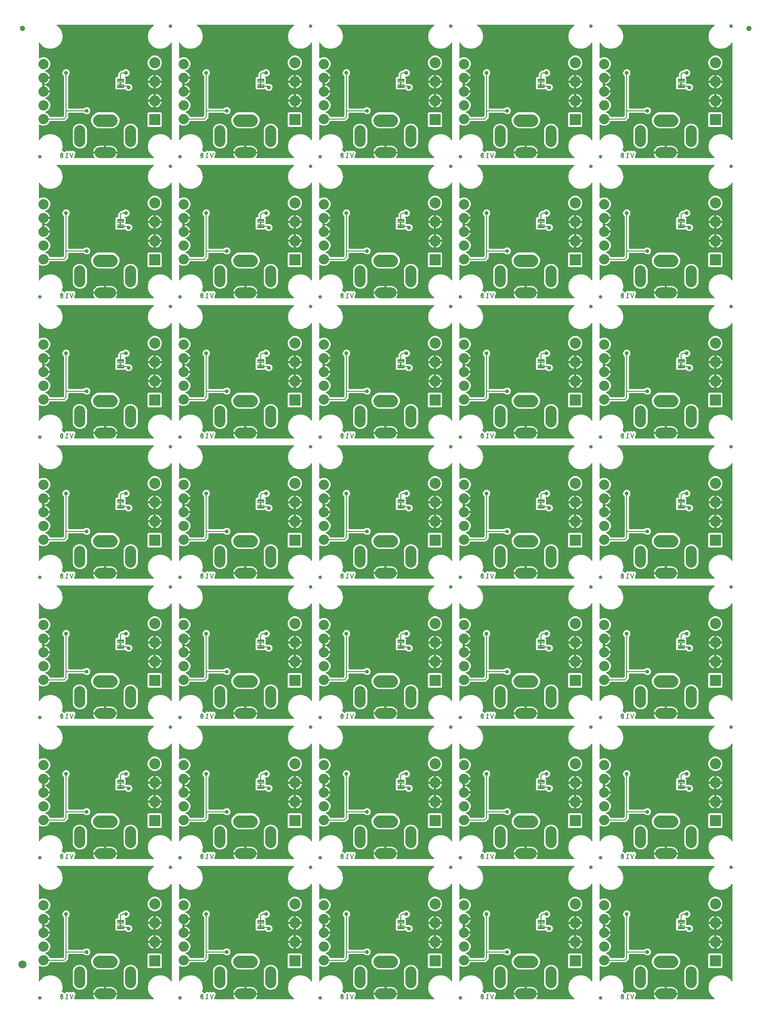
<source format=gbl>
G04 EAGLE Gerber RS-274X export*
G75*
%MOMM*%
%FSLAX34Y34*%
%LPD*%
%INBottom Copper*%
%IPPOS*%
%AMOC8*
5,1,8,0,0,1.08239X$1,22.5*%
G01*
%ADD10C,0.203200*%
%ADD11C,0.635000*%
%ADD12R,2.032000X2.032000*%
%ADD13C,2.032000*%
%ADD14C,1.879600*%
%ADD15C,2.000000*%
%ADD16C,2.300000*%
%ADD17C,0.099059*%
%ADD18C,1.000000*%
%ADD19C,1.500000*%
%ADD20C,0.736600*%

G36*
X1143068Y781309D02*
X1143068Y781309D01*
X1143098Y781306D01*
X1143209Y781329D01*
X1143320Y781345D01*
X1143347Y781357D01*
X1143376Y781362D01*
X1143477Y781414D01*
X1143580Y781461D01*
X1143602Y781480D01*
X1143629Y781493D01*
X1143710Y781571D01*
X1143797Y781644D01*
X1143813Y781669D01*
X1143835Y781689D01*
X1143892Y781787D01*
X1143954Y781881D01*
X1143963Y781909D01*
X1143978Y781935D01*
X1144006Y782044D01*
X1144040Y782152D01*
X1144041Y782182D01*
X1144048Y782210D01*
X1144045Y782323D01*
X1144048Y782436D01*
X1144040Y782465D01*
X1144039Y782494D01*
X1144004Y782602D01*
X1143976Y782711D01*
X1143961Y782737D01*
X1143952Y782765D01*
X1143906Y782829D01*
X1143830Y782956D01*
X1143785Y782999D01*
X1143757Y783038D01*
X1143754Y783040D01*
X1142594Y784637D01*
X1141698Y786396D01*
X1141088Y788273D01*
X1140945Y789179D01*
X1162304Y789179D01*
X1162362Y789187D01*
X1162420Y789185D01*
X1162502Y789207D01*
X1162585Y789219D01*
X1162639Y789243D01*
X1162695Y789257D01*
X1162768Y789300D01*
X1162845Y789335D01*
X1162889Y789373D01*
X1162940Y789403D01*
X1162997Y789464D01*
X1163062Y789519D01*
X1163094Y789567D01*
X1163134Y789610D01*
X1163173Y789685D01*
X1163219Y789755D01*
X1163237Y789811D01*
X1163264Y789863D01*
X1163275Y789931D01*
X1163305Y790026D01*
X1163308Y790126D01*
X1163319Y790194D01*
X1163319Y791211D01*
X1163321Y791211D01*
X1163321Y790194D01*
X1163329Y790136D01*
X1163328Y790078D01*
X1163349Y789996D01*
X1163361Y789913D01*
X1163385Y789859D01*
X1163399Y789803D01*
X1163442Y789730D01*
X1163477Y789653D01*
X1163515Y789608D01*
X1163545Y789558D01*
X1163606Y789500D01*
X1163661Y789436D01*
X1163709Y789404D01*
X1163752Y789364D01*
X1163827Y789325D01*
X1163897Y789279D01*
X1163953Y789261D01*
X1164005Y789234D01*
X1164073Y789223D01*
X1164168Y789193D01*
X1164268Y789190D01*
X1164336Y789179D01*
X1185695Y789179D01*
X1185552Y788273D01*
X1184942Y786396D01*
X1184046Y784637D01*
X1182886Y783040D01*
X1182883Y783038D01*
X1182866Y783015D01*
X1182843Y782995D01*
X1182780Y782901D01*
X1182712Y782811D01*
X1182702Y782783D01*
X1182686Y782759D01*
X1182651Y782651D01*
X1182611Y782545D01*
X1182609Y782516D01*
X1182600Y782488D01*
X1182597Y782375D01*
X1182587Y782262D01*
X1182593Y782233D01*
X1182592Y782204D01*
X1182621Y782094D01*
X1182643Y781983D01*
X1182657Y781957D01*
X1182664Y781929D01*
X1182722Y781831D01*
X1182774Y781731D01*
X1182794Y781710D01*
X1182810Y781684D01*
X1182892Y781607D01*
X1182970Y781525D01*
X1182995Y781510D01*
X1183017Y781490D01*
X1183118Y781438D01*
X1183215Y781381D01*
X1183244Y781374D01*
X1183270Y781360D01*
X1183347Y781347D01*
X1183491Y781311D01*
X1183553Y781313D01*
X1183601Y781305D01*
X1252387Y781305D01*
X1252460Y781315D01*
X1252534Y781315D01*
X1252600Y781335D01*
X1252669Y781345D01*
X1252736Y781375D01*
X1252806Y781395D01*
X1252865Y781432D01*
X1252928Y781461D01*
X1252984Y781508D01*
X1253046Y781548D01*
X1253092Y781600D01*
X1253145Y781644D01*
X1253186Y781706D01*
X1253235Y781761D01*
X1253264Y781823D01*
X1253303Y781881D01*
X1253325Y781951D01*
X1253356Y782018D01*
X1253368Y782086D01*
X1253388Y782152D01*
X1253390Y782226D01*
X1253402Y782298D01*
X1253394Y782367D01*
X1253396Y782436D01*
X1253377Y782507D01*
X1253368Y782581D01*
X1253341Y782644D01*
X1253324Y782711D01*
X1253286Y782775D01*
X1253258Y782842D01*
X1253219Y782887D01*
X1253179Y782956D01*
X1253089Y783040D01*
X1253040Y783098D01*
X1247335Y787884D01*
X1243349Y794789D01*
X1241965Y802640D01*
X1243349Y810491D01*
X1247335Y817395D01*
X1253442Y822520D01*
X1260934Y825247D01*
X1268906Y825247D01*
X1276398Y822520D01*
X1282505Y817396D01*
X1284361Y814181D01*
X1284373Y814166D01*
X1284381Y814148D01*
X1284460Y814054D01*
X1284536Y813957D01*
X1284552Y813946D01*
X1284565Y813931D01*
X1284667Y813862D01*
X1284766Y813791D01*
X1284785Y813784D01*
X1284801Y813773D01*
X1284919Y813736D01*
X1285034Y813694D01*
X1285054Y813693D01*
X1285072Y813687D01*
X1285195Y813684D01*
X1285318Y813676D01*
X1285337Y813681D01*
X1285356Y813680D01*
X1285475Y813711D01*
X1285595Y813738D01*
X1285613Y813747D01*
X1285631Y813752D01*
X1285737Y813814D01*
X1285845Y813873D01*
X1285859Y813887D01*
X1285876Y813897D01*
X1285960Y813987D01*
X1286047Y814073D01*
X1286057Y814090D01*
X1286070Y814104D01*
X1286126Y814214D01*
X1286186Y814321D01*
X1286191Y814340D01*
X1286200Y814358D01*
X1286212Y814430D01*
X1286251Y814598D01*
X1286249Y814649D01*
X1286255Y814689D01*
X1286255Y993791D01*
X1286253Y993811D01*
X1286255Y993830D01*
X1286233Y993951D01*
X1286215Y994073D01*
X1286207Y994091D01*
X1286204Y994110D01*
X1286149Y994220D01*
X1286099Y994332D01*
X1286087Y994347D01*
X1286078Y994365D01*
X1285995Y994456D01*
X1285916Y994549D01*
X1285899Y994560D01*
X1285886Y994575D01*
X1285781Y994639D01*
X1285679Y994707D01*
X1285660Y994713D01*
X1285644Y994723D01*
X1285525Y994756D01*
X1285408Y994793D01*
X1285388Y994793D01*
X1285369Y994798D01*
X1285247Y994797D01*
X1285124Y994800D01*
X1285105Y994795D01*
X1285085Y994795D01*
X1284967Y994759D01*
X1284849Y994728D01*
X1284832Y994718D01*
X1284813Y994712D01*
X1284710Y994646D01*
X1284604Y994583D01*
X1284591Y994569D01*
X1284574Y994558D01*
X1284528Y994501D01*
X1284410Y994376D01*
X1284386Y994330D01*
X1284361Y994299D01*
X1282505Y991084D01*
X1276398Y985960D01*
X1268906Y983233D01*
X1260934Y983233D01*
X1253442Y985960D01*
X1247335Y991084D01*
X1243349Y997989D01*
X1241965Y1005840D01*
X1243349Y1013691D01*
X1247335Y1020595D01*
X1253040Y1025382D01*
X1253089Y1025437D01*
X1253145Y1025485D01*
X1253184Y1025542D01*
X1253230Y1025594D01*
X1253262Y1025660D01*
X1253303Y1025721D01*
X1253324Y1025787D01*
X1253354Y1025850D01*
X1253366Y1025922D01*
X1253388Y1025992D01*
X1253390Y1026061D01*
X1253402Y1026130D01*
X1253394Y1026203D01*
X1253396Y1026276D01*
X1253378Y1026343D01*
X1253371Y1026412D01*
X1253343Y1026480D01*
X1253324Y1026551D01*
X1253289Y1026611D01*
X1253262Y1026675D01*
X1253216Y1026733D01*
X1253179Y1026796D01*
X1253128Y1026843D01*
X1253085Y1026897D01*
X1253025Y1026940D01*
X1252971Y1026990D01*
X1252910Y1027022D01*
X1252853Y1027062D01*
X1252784Y1027086D01*
X1252718Y1027120D01*
X1252660Y1027130D01*
X1252585Y1027156D01*
X1252463Y1027163D01*
X1252387Y1027175D01*
X1074253Y1027175D01*
X1074180Y1027165D01*
X1074106Y1027165D01*
X1074040Y1027145D01*
X1073971Y1027135D01*
X1073904Y1027105D01*
X1073834Y1027085D01*
X1073775Y1027048D01*
X1073712Y1027019D01*
X1073656Y1026972D01*
X1073594Y1026932D01*
X1073548Y1026880D01*
X1073495Y1026836D01*
X1073454Y1026774D01*
X1073405Y1026719D01*
X1073376Y1026657D01*
X1073337Y1026599D01*
X1073315Y1026529D01*
X1073284Y1026462D01*
X1073272Y1026394D01*
X1073252Y1026328D01*
X1073250Y1026254D01*
X1073238Y1026182D01*
X1073246Y1026113D01*
X1073244Y1026044D01*
X1073263Y1025973D01*
X1073272Y1025899D01*
X1073299Y1025836D01*
X1073316Y1025769D01*
X1073354Y1025705D01*
X1073382Y1025638D01*
X1073421Y1025593D01*
X1073461Y1025524D01*
X1073551Y1025440D01*
X1073600Y1025382D01*
X1079305Y1020596D01*
X1083291Y1013691D01*
X1084675Y1005840D01*
X1083291Y997989D01*
X1079305Y991085D01*
X1073198Y985960D01*
X1065706Y983233D01*
X1057734Y983233D01*
X1050242Y985960D01*
X1044135Y991084D01*
X1042279Y994299D01*
X1042267Y994314D01*
X1042259Y994332D01*
X1042180Y994426D01*
X1042104Y994523D01*
X1042088Y994534D01*
X1042075Y994549D01*
X1041973Y994617D01*
X1041874Y994689D01*
X1041855Y994696D01*
X1041839Y994707D01*
X1041722Y994744D01*
X1041606Y994786D01*
X1041586Y994787D01*
X1041568Y994793D01*
X1041445Y994796D01*
X1041322Y994804D01*
X1041303Y994799D01*
X1041284Y994800D01*
X1041165Y994769D01*
X1041045Y994742D01*
X1041027Y994733D01*
X1041009Y994728D01*
X1040903Y994666D01*
X1040795Y994607D01*
X1040781Y994593D01*
X1040764Y994583D01*
X1040680Y994493D01*
X1040593Y994407D01*
X1040583Y994390D01*
X1040570Y994376D01*
X1040514Y994266D01*
X1040454Y994159D01*
X1040449Y994140D01*
X1040440Y994122D01*
X1040428Y994050D01*
X1040389Y993882D01*
X1040391Y993831D01*
X1040385Y993791D01*
X1040385Y966455D01*
X1040401Y966341D01*
X1040411Y966227D01*
X1040421Y966201D01*
X1040425Y966173D01*
X1040472Y966068D01*
X1040513Y965961D01*
X1040529Y965939D01*
X1040541Y965914D01*
X1040615Y965826D01*
X1040684Y965735D01*
X1040707Y965718D01*
X1040724Y965697D01*
X1040820Y965633D01*
X1040912Y965565D01*
X1040938Y965555D01*
X1040961Y965539D01*
X1041071Y965505D01*
X1041178Y965464D01*
X1041206Y965462D01*
X1041232Y965454D01*
X1041347Y965451D01*
X1041461Y965441D01*
X1041486Y965447D01*
X1041516Y965446D01*
X1041773Y965513D01*
X1041789Y965517D01*
X1046544Y967487D01*
X1051496Y967487D01*
X1056071Y965592D01*
X1059572Y962091D01*
X1061467Y957516D01*
X1061467Y952564D01*
X1059572Y947989D01*
X1056071Y944488D01*
X1052409Y942971D01*
X1052349Y942936D01*
X1052285Y942910D01*
X1052227Y942864D01*
X1052164Y942827D01*
X1052116Y942777D01*
X1052062Y942734D01*
X1052019Y942674D01*
X1051969Y942620D01*
X1051937Y942559D01*
X1051897Y942502D01*
X1051872Y942433D01*
X1051838Y942367D01*
X1051825Y942300D01*
X1051802Y942234D01*
X1051798Y942161D01*
X1051783Y942088D01*
X1051789Y942020D01*
X1051785Y941951D01*
X1051801Y941879D01*
X1051808Y941805D01*
X1051833Y941741D01*
X1051848Y941673D01*
X1051883Y941609D01*
X1051910Y941540D01*
X1051951Y941485D01*
X1051985Y941424D01*
X1052037Y941372D01*
X1052081Y941313D01*
X1052137Y941272D01*
X1052186Y941223D01*
X1052241Y941194D01*
X1052309Y941143D01*
X1052417Y941102D01*
X1052483Y941068D01*
X1053603Y940704D01*
X1055277Y939851D01*
X1056798Y938746D01*
X1058126Y937418D01*
X1059231Y935897D01*
X1060084Y934223D01*
X1060665Y932436D01*
X1060786Y931671D01*
X1050036Y931671D01*
X1049978Y931663D01*
X1049920Y931665D01*
X1049838Y931643D01*
X1049755Y931631D01*
X1049701Y931607D01*
X1049645Y931593D01*
X1049572Y931550D01*
X1049495Y931515D01*
X1049451Y931477D01*
X1049400Y931447D01*
X1049343Y931386D01*
X1049278Y931331D01*
X1049246Y931283D01*
X1049206Y931240D01*
X1049167Y931165D01*
X1049121Y931095D01*
X1049103Y931039D01*
X1049076Y930987D01*
X1049065Y930919D01*
X1049035Y930824D01*
X1049032Y930724D01*
X1049021Y930656D01*
X1049021Y929639D01*
X1048004Y929639D01*
X1047946Y929631D01*
X1047888Y929632D01*
X1047806Y929611D01*
X1047723Y929599D01*
X1047669Y929575D01*
X1047613Y929561D01*
X1047540Y929518D01*
X1047463Y929483D01*
X1047418Y929445D01*
X1047368Y929415D01*
X1047310Y929354D01*
X1047246Y929299D01*
X1047214Y929251D01*
X1047174Y929208D01*
X1047135Y929133D01*
X1047089Y929063D01*
X1047071Y929007D01*
X1047044Y928955D01*
X1047033Y928887D01*
X1047003Y928792D01*
X1047000Y928692D01*
X1046989Y928624D01*
X1046989Y905256D01*
X1046997Y905198D01*
X1046995Y905140D01*
X1047017Y905058D01*
X1047029Y904975D01*
X1047053Y904921D01*
X1047067Y904865D01*
X1047110Y904792D01*
X1047145Y904715D01*
X1047183Y904671D01*
X1047213Y904620D01*
X1047274Y904563D01*
X1047329Y904498D01*
X1047377Y904466D01*
X1047420Y904426D01*
X1047495Y904387D01*
X1047565Y904341D01*
X1047621Y904323D01*
X1047673Y904296D01*
X1047741Y904285D01*
X1047836Y904255D01*
X1047936Y904252D01*
X1048004Y904241D01*
X1049021Y904241D01*
X1049021Y903224D01*
X1049029Y903166D01*
X1049028Y903108D01*
X1049049Y903026D01*
X1049061Y902943D01*
X1049085Y902889D01*
X1049099Y902833D01*
X1049142Y902760D01*
X1049177Y902683D01*
X1049215Y902638D01*
X1049245Y902588D01*
X1049306Y902530D01*
X1049361Y902466D01*
X1049409Y902434D01*
X1049452Y902394D01*
X1049527Y902355D01*
X1049597Y902309D01*
X1049653Y902291D01*
X1049705Y902264D01*
X1049773Y902253D01*
X1049868Y902223D01*
X1049968Y902220D01*
X1050036Y902209D01*
X1060786Y902209D01*
X1060665Y901444D01*
X1060084Y899657D01*
X1059231Y897983D01*
X1058126Y896462D01*
X1056798Y895134D01*
X1055277Y894029D01*
X1053603Y893176D01*
X1052483Y892812D01*
X1052421Y892782D01*
X1052355Y892761D01*
X1052294Y892720D01*
X1052228Y892687D01*
X1052177Y892641D01*
X1052119Y892602D01*
X1052072Y892546D01*
X1052017Y892497D01*
X1051981Y892438D01*
X1051936Y892385D01*
X1051906Y892318D01*
X1051867Y892255D01*
X1051849Y892188D01*
X1051821Y892125D01*
X1051811Y892052D01*
X1051791Y891981D01*
X1051791Y891912D01*
X1051782Y891843D01*
X1051792Y891771D01*
X1051793Y891697D01*
X1051813Y891630D01*
X1051822Y891562D01*
X1051853Y891495D01*
X1051874Y891424D01*
X1051911Y891366D01*
X1051940Y891303D01*
X1051987Y891247D01*
X1052027Y891185D01*
X1052079Y891139D01*
X1052124Y891087D01*
X1052177Y891054D01*
X1052241Y890997D01*
X1052345Y890948D01*
X1052409Y890909D01*
X1056071Y889392D01*
X1059572Y885891D01*
X1061467Y881316D01*
X1061467Y876364D01*
X1059572Y871789D01*
X1056071Y868288D01*
X1053149Y867078D01*
X1053124Y867063D01*
X1053096Y867054D01*
X1053001Y866991D01*
X1052904Y866933D01*
X1052884Y866912D01*
X1052859Y866896D01*
X1052786Y866809D01*
X1052709Y866727D01*
X1052695Y866701D01*
X1052676Y866678D01*
X1052630Y866575D01*
X1052579Y866474D01*
X1052573Y866445D01*
X1052561Y866418D01*
X1052545Y866306D01*
X1052524Y866195D01*
X1052526Y866166D01*
X1052522Y866137D01*
X1052538Y866025D01*
X1052548Y865912D01*
X1052559Y865885D01*
X1052563Y865855D01*
X1052609Y865752D01*
X1052650Y865647D01*
X1052668Y865623D01*
X1052680Y865596D01*
X1052753Y865510D01*
X1052822Y865420D01*
X1052845Y865402D01*
X1052864Y865380D01*
X1052931Y865338D01*
X1053049Y865250D01*
X1053108Y865228D01*
X1053149Y865202D01*
X1056071Y863992D01*
X1059572Y860491D01*
X1060549Y858131D01*
X1060550Y858130D01*
X1060550Y858129D01*
X1060622Y858008D01*
X1060693Y857887D01*
X1060695Y857886D01*
X1060695Y857884D01*
X1060799Y857787D01*
X1060900Y857691D01*
X1060902Y857691D01*
X1060903Y857690D01*
X1061028Y857625D01*
X1061153Y857561D01*
X1061154Y857561D01*
X1061156Y857560D01*
X1061171Y857558D01*
X1061432Y857506D01*
X1061462Y857509D01*
X1061487Y857505D01*
X1085016Y857505D01*
X1085102Y857517D01*
X1085190Y857520D01*
X1085242Y857537D01*
X1085297Y857545D01*
X1085377Y857580D01*
X1085460Y857607D01*
X1085500Y857635D01*
X1085557Y857661D01*
X1085670Y857757D01*
X1085734Y857802D01*
X1086568Y858636D01*
X1086620Y858706D01*
X1086680Y858770D01*
X1086706Y858819D01*
X1086739Y858863D01*
X1086770Y858945D01*
X1086810Y859023D01*
X1086818Y859071D01*
X1086840Y859129D01*
X1086852Y859277D01*
X1086865Y859354D01*
X1086865Y932654D01*
X1086853Y932741D01*
X1086850Y932828D01*
X1086833Y932881D01*
X1086825Y932936D01*
X1086790Y933015D01*
X1086763Y933099D01*
X1086735Y933138D01*
X1086709Y933195D01*
X1086613Y933308D01*
X1086568Y933372D01*
X1085223Y934717D01*
X1084198Y937191D01*
X1084198Y939869D01*
X1085223Y942343D01*
X1087117Y944237D01*
X1089591Y945262D01*
X1092269Y945262D01*
X1094743Y944237D01*
X1096637Y942343D01*
X1097662Y939869D01*
X1097662Y937191D01*
X1096637Y934717D01*
X1095292Y933372D01*
X1095240Y933302D01*
X1095180Y933238D01*
X1095154Y933189D01*
X1095121Y933145D01*
X1095090Y933063D01*
X1095050Y932985D01*
X1095042Y932938D01*
X1095020Y932879D01*
X1095009Y932745D01*
X1095009Y932743D01*
X1095008Y932731D01*
X1094995Y932654D01*
X1094995Y873760D01*
X1095003Y873702D01*
X1095001Y873644D01*
X1095023Y873562D01*
X1095035Y873478D01*
X1095058Y873425D01*
X1095073Y873369D01*
X1095116Y873296D01*
X1095151Y873219D01*
X1095189Y873174D01*
X1095218Y873124D01*
X1095280Y873066D01*
X1095334Y873002D01*
X1095383Y872970D01*
X1095426Y872930D01*
X1095501Y872891D01*
X1095571Y872844D01*
X1095627Y872827D01*
X1095679Y872800D01*
X1095747Y872789D01*
X1095842Y872759D01*
X1095942Y872756D01*
X1096010Y872745D01*
X1123154Y872745D01*
X1123241Y872757D01*
X1123328Y872760D01*
X1123381Y872777D01*
X1123436Y872785D01*
X1123515Y872820D01*
X1123599Y872847D01*
X1123638Y872875D01*
X1123695Y872901D01*
X1123808Y872997D01*
X1123872Y873042D01*
X1125217Y874387D01*
X1127691Y875412D01*
X1130369Y875412D01*
X1132843Y874387D01*
X1134737Y872493D01*
X1135762Y870019D01*
X1135762Y867341D01*
X1134737Y864867D01*
X1132843Y862973D01*
X1130369Y861948D01*
X1127691Y861948D01*
X1125217Y862973D01*
X1123872Y864318D01*
X1123802Y864370D01*
X1123738Y864430D01*
X1123689Y864456D01*
X1123645Y864489D01*
X1123563Y864520D01*
X1123485Y864560D01*
X1123438Y864568D01*
X1123379Y864590D01*
X1123231Y864602D01*
X1123154Y864615D01*
X1096010Y864615D01*
X1095952Y864607D01*
X1095894Y864609D01*
X1095812Y864587D01*
X1095728Y864575D01*
X1095675Y864552D01*
X1095619Y864537D01*
X1095546Y864494D01*
X1095469Y864459D01*
X1095424Y864421D01*
X1095374Y864392D01*
X1095316Y864330D01*
X1095252Y864276D01*
X1095220Y864227D01*
X1095180Y864184D01*
X1095141Y864109D01*
X1095094Y864039D01*
X1095077Y863983D01*
X1095050Y863931D01*
X1095039Y863863D01*
X1095009Y863768D01*
X1095006Y863668D01*
X1094995Y863600D01*
X1094995Y855566D01*
X1092316Y852888D01*
X1088804Y849375D01*
X1061487Y849375D01*
X1061485Y849375D01*
X1061484Y849375D01*
X1061344Y849355D01*
X1061205Y849335D01*
X1061204Y849335D01*
X1061202Y849335D01*
X1061077Y849278D01*
X1060946Y849219D01*
X1060945Y849218D01*
X1060943Y849217D01*
X1060836Y849126D01*
X1060729Y849036D01*
X1060728Y849034D01*
X1060727Y849033D01*
X1060719Y849020D01*
X1060571Y848799D01*
X1060562Y848770D01*
X1060549Y848749D01*
X1059572Y846389D01*
X1056071Y842888D01*
X1051496Y840993D01*
X1046544Y840993D01*
X1041789Y842963D01*
X1041677Y842992D01*
X1041568Y843026D01*
X1041540Y843027D01*
X1041513Y843034D01*
X1041399Y843031D01*
X1041284Y843034D01*
X1041257Y843027D01*
X1041229Y843026D01*
X1041120Y842991D01*
X1041009Y842962D01*
X1040985Y842948D01*
X1040958Y842939D01*
X1040863Y842875D01*
X1040764Y842817D01*
X1040745Y842796D01*
X1040722Y842781D01*
X1040648Y842693D01*
X1040570Y842609D01*
X1040557Y842585D01*
X1040539Y842563D01*
X1040493Y842459D01*
X1040440Y842356D01*
X1040436Y842332D01*
X1040424Y842304D01*
X1040387Y842040D01*
X1040385Y842025D01*
X1040385Y814689D01*
X1040387Y814669D01*
X1040385Y814650D01*
X1040407Y814529D01*
X1040425Y814407D01*
X1040433Y814389D01*
X1040436Y814370D01*
X1040491Y814260D01*
X1040541Y814148D01*
X1040553Y814133D01*
X1040562Y814115D01*
X1040645Y814024D01*
X1040724Y813931D01*
X1040741Y813920D01*
X1040754Y813905D01*
X1040859Y813841D01*
X1040961Y813773D01*
X1040980Y813767D01*
X1040996Y813757D01*
X1041115Y813724D01*
X1041232Y813687D01*
X1041252Y813687D01*
X1041271Y813682D01*
X1041393Y813683D01*
X1041516Y813680D01*
X1041535Y813685D01*
X1041555Y813685D01*
X1041673Y813721D01*
X1041791Y813752D01*
X1041808Y813762D01*
X1041827Y813768D01*
X1041930Y813834D01*
X1042036Y813897D01*
X1042049Y813911D01*
X1042066Y813922D01*
X1042112Y813979D01*
X1042230Y814104D01*
X1042254Y814150D01*
X1042279Y814181D01*
X1044135Y817396D01*
X1050242Y822520D01*
X1057734Y825247D01*
X1065706Y825247D01*
X1073198Y822520D01*
X1079305Y817396D01*
X1083291Y810491D01*
X1084675Y802640D01*
X1083408Y795450D01*
X1083408Y795446D01*
X1083406Y795442D01*
X1083403Y795303D01*
X1083398Y795166D01*
X1083399Y795162D01*
X1083399Y795158D01*
X1083434Y795024D01*
X1083468Y794890D01*
X1083470Y794887D01*
X1083471Y794883D01*
X1083541Y794765D01*
X1083611Y794645D01*
X1083614Y794642D01*
X1083616Y794638D01*
X1083717Y794544D01*
X1083816Y794449D01*
X1083820Y794447D01*
X1083823Y794444D01*
X1083947Y794380D01*
X1084068Y794317D01*
X1084073Y794316D01*
X1084076Y794314D01*
X1084111Y794309D01*
X1084347Y794261D01*
X1084381Y794263D01*
X1084408Y794259D01*
X1084668Y794259D01*
X1087207Y792445D01*
X1087459Y792314D01*
X1087464Y792313D01*
X1087467Y792311D01*
X1087519Y792293D01*
X1087630Y792272D01*
X1087739Y792244D01*
X1087769Y792245D01*
X1087798Y792239D01*
X1087910Y792250D01*
X1088023Y792253D01*
X1088052Y792262D01*
X1088081Y792265D01*
X1088186Y792306D01*
X1088294Y792341D01*
X1088316Y792356D01*
X1088346Y792368D01*
X1088544Y792519D01*
X1088567Y792535D01*
X1088901Y792869D01*
X1088939Y792920D01*
X1088976Y792953D01*
X1089862Y794061D01*
X1089922Y794080D01*
X1090030Y794108D01*
X1090057Y794124D01*
X1090087Y794133D01*
X1090151Y794179D01*
X1090275Y794252D01*
X1090281Y794259D01*
X1091693Y794259D01*
X1091756Y794268D01*
X1091805Y794265D01*
X1093215Y794422D01*
X1093271Y794393D01*
X1093367Y794336D01*
X1093397Y794329D01*
X1093425Y794314D01*
X1093503Y794301D01*
X1093642Y794265D01*
X1093651Y794265D01*
X1094237Y793680D01*
X1094323Y793615D01*
X1094405Y793544D01*
X1094437Y793529D01*
X1094464Y793509D01*
X1094565Y793470D01*
X1094663Y793425D01*
X1094698Y793420D01*
X1094730Y793407D01*
X1094838Y793398D01*
X1094944Y793382D01*
X1094975Y793387D01*
X1095013Y793384D01*
X1095224Y793426D01*
X1095276Y793434D01*
X1098721Y794583D01*
X1100664Y793611D01*
X1100680Y793605D01*
X1100695Y793596D01*
X1100815Y793560D01*
X1100934Y793521D01*
X1100951Y793520D01*
X1100967Y793515D01*
X1101093Y793514D01*
X1101218Y793509D01*
X1101234Y793513D01*
X1101251Y793512D01*
X1101319Y793533D01*
X1101494Y793576D01*
X1101536Y793600D01*
X1101572Y793611D01*
X1103516Y794583D01*
X1106710Y793518D01*
X1108216Y790506D01*
X1105594Y782641D01*
X1105580Y782563D01*
X1105556Y782488D01*
X1105555Y782424D01*
X1105543Y782361D01*
X1105551Y782283D01*
X1105549Y782204D01*
X1105565Y782142D01*
X1105571Y782079D01*
X1105601Y782005D01*
X1105621Y781929D01*
X1105653Y781874D01*
X1105677Y781815D01*
X1105726Y781752D01*
X1105766Y781684D01*
X1105813Y781641D01*
X1105852Y781590D01*
X1105916Y781544D01*
X1105973Y781490D01*
X1106030Y781461D01*
X1106082Y781423D01*
X1106156Y781396D01*
X1106227Y781360D01*
X1106281Y781351D01*
X1106349Y781326D01*
X1106481Y781318D01*
X1106558Y781305D01*
X1143039Y781305D01*
X1143068Y781309D01*
G37*
G36*
X883988Y263149D02*
X883988Y263149D01*
X884018Y263146D01*
X884129Y263169D01*
X884240Y263185D01*
X884267Y263197D01*
X884296Y263202D01*
X884397Y263254D01*
X884500Y263301D01*
X884522Y263320D01*
X884549Y263333D01*
X884630Y263411D01*
X884717Y263484D01*
X884733Y263509D01*
X884755Y263529D01*
X884812Y263627D01*
X884874Y263721D01*
X884883Y263749D01*
X884898Y263775D01*
X884926Y263884D01*
X884960Y263992D01*
X884961Y264022D01*
X884968Y264050D01*
X884965Y264163D01*
X884968Y264276D01*
X884960Y264305D01*
X884959Y264334D01*
X884924Y264442D01*
X884896Y264551D01*
X884881Y264577D01*
X884872Y264605D01*
X884826Y264669D01*
X884750Y264796D01*
X884705Y264839D01*
X884677Y264878D01*
X884674Y264880D01*
X883514Y266477D01*
X882618Y268236D01*
X882008Y270113D01*
X881865Y271019D01*
X903224Y271019D01*
X903282Y271027D01*
X903340Y271025D01*
X903422Y271047D01*
X903505Y271059D01*
X903559Y271083D01*
X903615Y271097D01*
X903688Y271140D01*
X903765Y271175D01*
X903809Y271213D01*
X903860Y271243D01*
X903917Y271304D01*
X903982Y271359D01*
X904014Y271407D01*
X904054Y271450D01*
X904093Y271525D01*
X904139Y271595D01*
X904157Y271651D01*
X904184Y271703D01*
X904195Y271771D01*
X904225Y271866D01*
X904228Y271966D01*
X904239Y272034D01*
X904239Y273051D01*
X904241Y273051D01*
X904241Y272034D01*
X904249Y271976D01*
X904248Y271918D01*
X904269Y271836D01*
X904281Y271753D01*
X904305Y271699D01*
X904319Y271643D01*
X904362Y271570D01*
X904397Y271493D01*
X904435Y271448D01*
X904465Y271398D01*
X904526Y271340D01*
X904581Y271276D01*
X904629Y271244D01*
X904672Y271204D01*
X904747Y271165D01*
X904817Y271119D01*
X904873Y271101D01*
X904925Y271074D01*
X904993Y271063D01*
X905088Y271033D01*
X905188Y271030D01*
X905256Y271019D01*
X926615Y271019D01*
X926472Y270113D01*
X925862Y268236D01*
X924966Y266477D01*
X923806Y264880D01*
X923803Y264878D01*
X923786Y264855D01*
X923763Y264835D01*
X923700Y264741D01*
X923632Y264651D01*
X923622Y264623D01*
X923606Y264599D01*
X923571Y264491D01*
X923531Y264385D01*
X923529Y264356D01*
X923520Y264328D01*
X923517Y264215D01*
X923507Y264102D01*
X923513Y264073D01*
X923512Y264044D01*
X923541Y263934D01*
X923563Y263823D01*
X923577Y263797D01*
X923584Y263769D01*
X923642Y263671D01*
X923694Y263571D01*
X923714Y263550D01*
X923730Y263524D01*
X923812Y263447D01*
X923890Y263365D01*
X923915Y263350D01*
X923937Y263330D01*
X924038Y263278D01*
X924135Y263221D01*
X924164Y263214D01*
X924190Y263200D01*
X924267Y263187D01*
X924411Y263151D01*
X924473Y263153D01*
X924521Y263145D01*
X993307Y263145D01*
X993380Y263155D01*
X993454Y263155D01*
X993520Y263175D01*
X993589Y263185D01*
X993656Y263215D01*
X993726Y263235D01*
X993785Y263272D01*
X993848Y263301D01*
X993904Y263348D01*
X993966Y263388D01*
X994012Y263440D01*
X994065Y263484D01*
X994106Y263546D01*
X994155Y263601D01*
X994184Y263663D01*
X994223Y263721D01*
X994245Y263791D01*
X994276Y263858D01*
X994288Y263926D01*
X994308Y263992D01*
X994310Y264066D01*
X994322Y264138D01*
X994314Y264207D01*
X994316Y264276D01*
X994297Y264347D01*
X994288Y264421D01*
X994261Y264484D01*
X994244Y264551D01*
X994206Y264615D01*
X994178Y264682D01*
X994139Y264727D01*
X994099Y264796D01*
X994009Y264880D01*
X993960Y264938D01*
X988255Y269724D01*
X984269Y276629D01*
X982885Y284480D01*
X984269Y292331D01*
X988255Y299235D01*
X994362Y304360D01*
X1001854Y307087D01*
X1009826Y307087D01*
X1017318Y304360D01*
X1023425Y299236D01*
X1025281Y296021D01*
X1025293Y296006D01*
X1025301Y295988D01*
X1025380Y295894D01*
X1025456Y295797D01*
X1025472Y295786D01*
X1025485Y295771D01*
X1025587Y295703D01*
X1025686Y295631D01*
X1025705Y295624D01*
X1025721Y295613D01*
X1025838Y295576D01*
X1025954Y295534D01*
X1025974Y295533D01*
X1025992Y295527D01*
X1026115Y295524D01*
X1026238Y295516D01*
X1026257Y295521D01*
X1026276Y295520D01*
X1026395Y295551D01*
X1026515Y295578D01*
X1026533Y295587D01*
X1026551Y295592D01*
X1026657Y295654D01*
X1026765Y295713D01*
X1026779Y295727D01*
X1026796Y295737D01*
X1026880Y295827D01*
X1026967Y295913D01*
X1026977Y295930D01*
X1026990Y295944D01*
X1027046Y296054D01*
X1027106Y296161D01*
X1027111Y296180D01*
X1027120Y296198D01*
X1027132Y296270D01*
X1027171Y296438D01*
X1027169Y296489D01*
X1027175Y296529D01*
X1027175Y475631D01*
X1027173Y475651D01*
X1027175Y475670D01*
X1027153Y475791D01*
X1027135Y475913D01*
X1027127Y475931D01*
X1027124Y475950D01*
X1027069Y476060D01*
X1027019Y476172D01*
X1027007Y476187D01*
X1026998Y476205D01*
X1026915Y476296D01*
X1026836Y476389D01*
X1026819Y476400D01*
X1026806Y476415D01*
X1026701Y476479D01*
X1026599Y476547D01*
X1026580Y476553D01*
X1026564Y476563D01*
X1026445Y476596D01*
X1026328Y476633D01*
X1026308Y476633D01*
X1026289Y476638D01*
X1026167Y476637D01*
X1026044Y476640D01*
X1026025Y476635D01*
X1026005Y476635D01*
X1025887Y476599D01*
X1025769Y476568D01*
X1025752Y476558D01*
X1025733Y476552D01*
X1025630Y476486D01*
X1025524Y476423D01*
X1025511Y476409D01*
X1025494Y476398D01*
X1025448Y476341D01*
X1025330Y476216D01*
X1025306Y476170D01*
X1025281Y476139D01*
X1023425Y472924D01*
X1017318Y467800D01*
X1009826Y465073D01*
X1001854Y465073D01*
X994362Y467800D01*
X988255Y472924D01*
X984269Y479829D01*
X982885Y487680D01*
X984269Y495531D01*
X988255Y502435D01*
X993960Y507222D01*
X994009Y507277D01*
X994065Y507325D01*
X994104Y507382D01*
X994150Y507434D01*
X994182Y507500D01*
X994223Y507561D01*
X994244Y507627D01*
X994274Y507690D01*
X994286Y507762D01*
X994308Y507832D01*
X994310Y507901D01*
X994322Y507970D01*
X994314Y508043D01*
X994316Y508116D01*
X994298Y508183D01*
X994291Y508252D01*
X994263Y508320D01*
X994244Y508391D01*
X994209Y508451D01*
X994182Y508515D01*
X994136Y508573D01*
X994099Y508636D01*
X994048Y508683D01*
X994005Y508737D01*
X993945Y508780D01*
X993891Y508830D01*
X993830Y508862D01*
X993773Y508902D01*
X993704Y508926D01*
X993638Y508960D01*
X993580Y508970D01*
X993505Y508996D01*
X993383Y509003D01*
X993307Y509015D01*
X815173Y509015D01*
X815100Y509005D01*
X815026Y509005D01*
X814960Y508985D01*
X814891Y508975D01*
X814824Y508945D01*
X814754Y508925D01*
X814695Y508888D01*
X814632Y508859D01*
X814576Y508812D01*
X814514Y508772D01*
X814468Y508720D01*
X814415Y508676D01*
X814374Y508614D01*
X814325Y508559D01*
X814296Y508497D01*
X814257Y508439D01*
X814235Y508369D01*
X814204Y508302D01*
X814192Y508234D01*
X814172Y508168D01*
X814170Y508094D01*
X814158Y508022D01*
X814166Y507953D01*
X814164Y507884D01*
X814183Y507813D01*
X814192Y507739D01*
X814219Y507676D01*
X814236Y507609D01*
X814274Y507545D01*
X814302Y507478D01*
X814341Y507433D01*
X814381Y507364D01*
X814471Y507280D01*
X814520Y507222D01*
X820225Y502436D01*
X824211Y495531D01*
X825595Y487680D01*
X824211Y479829D01*
X820225Y472925D01*
X814118Y467800D01*
X806626Y465073D01*
X798654Y465073D01*
X791162Y467800D01*
X785055Y472924D01*
X783199Y476139D01*
X783187Y476154D01*
X783179Y476172D01*
X783100Y476266D01*
X783024Y476363D01*
X783008Y476374D01*
X782995Y476389D01*
X782893Y476458D01*
X782794Y476529D01*
X782775Y476536D01*
X782759Y476547D01*
X782641Y476584D01*
X782526Y476626D01*
X782506Y476627D01*
X782488Y476633D01*
X782365Y476636D01*
X782242Y476644D01*
X782223Y476639D01*
X782204Y476640D01*
X782085Y476609D01*
X781965Y476582D01*
X781947Y476573D01*
X781929Y476568D01*
X781823Y476506D01*
X781715Y476447D01*
X781701Y476433D01*
X781684Y476423D01*
X781600Y476333D01*
X781513Y476247D01*
X781503Y476230D01*
X781490Y476216D01*
X781434Y476106D01*
X781374Y475999D01*
X781369Y475980D01*
X781360Y475962D01*
X781348Y475890D01*
X781309Y475722D01*
X781311Y475671D01*
X781305Y475631D01*
X781305Y448295D01*
X781321Y448181D01*
X781331Y448067D01*
X781341Y448041D01*
X781345Y448013D01*
X781392Y447908D01*
X781433Y447801D01*
X781449Y447779D01*
X781461Y447754D01*
X781535Y447666D01*
X781604Y447575D01*
X781627Y447558D01*
X781644Y447537D01*
X781740Y447473D01*
X781832Y447405D01*
X781858Y447395D01*
X781881Y447379D01*
X781991Y447345D01*
X782098Y447304D01*
X782126Y447302D01*
X782152Y447294D01*
X782267Y447291D01*
X782381Y447281D01*
X782406Y447287D01*
X782436Y447286D01*
X782693Y447353D01*
X782709Y447357D01*
X787464Y449327D01*
X792416Y449327D01*
X796991Y447432D01*
X800492Y443931D01*
X802387Y439356D01*
X802387Y434404D01*
X800492Y429829D01*
X796991Y426328D01*
X793329Y424811D01*
X793269Y424776D01*
X793205Y424750D01*
X793147Y424704D01*
X793084Y424667D01*
X793036Y424617D01*
X792982Y424574D01*
X792939Y424514D01*
X792889Y424460D01*
X792857Y424399D01*
X792817Y424342D01*
X792792Y424273D01*
X792758Y424207D01*
X792745Y424140D01*
X792722Y424074D01*
X792718Y424001D01*
X792703Y423928D01*
X792709Y423860D01*
X792705Y423791D01*
X792721Y423719D01*
X792728Y423645D01*
X792753Y423581D01*
X792768Y423513D01*
X792803Y423449D01*
X792830Y423380D01*
X792871Y423325D01*
X792905Y423264D01*
X792957Y423212D01*
X793001Y423153D01*
X793057Y423112D01*
X793106Y423063D01*
X793161Y423034D01*
X793229Y422983D01*
X793337Y422942D01*
X793403Y422908D01*
X794523Y422544D01*
X796197Y421691D01*
X797718Y420586D01*
X799046Y419258D01*
X800151Y417737D01*
X801004Y416063D01*
X801585Y414276D01*
X801706Y413511D01*
X790956Y413511D01*
X790898Y413503D01*
X790840Y413505D01*
X790758Y413483D01*
X790675Y413471D01*
X790621Y413447D01*
X790565Y413433D01*
X790492Y413390D01*
X790415Y413355D01*
X790371Y413317D01*
X790320Y413287D01*
X790263Y413226D01*
X790198Y413171D01*
X790166Y413123D01*
X790126Y413080D01*
X790087Y413005D01*
X790041Y412935D01*
X790023Y412879D01*
X789996Y412827D01*
X789985Y412759D01*
X789955Y412664D01*
X789952Y412564D01*
X789941Y412496D01*
X789941Y411479D01*
X788924Y411479D01*
X788866Y411471D01*
X788808Y411472D01*
X788726Y411451D01*
X788643Y411439D01*
X788589Y411415D01*
X788533Y411401D01*
X788460Y411358D01*
X788383Y411323D01*
X788338Y411285D01*
X788288Y411255D01*
X788230Y411194D01*
X788166Y411139D01*
X788134Y411091D01*
X788094Y411048D01*
X788055Y410973D01*
X788009Y410903D01*
X787991Y410847D01*
X787964Y410795D01*
X787953Y410727D01*
X787923Y410632D01*
X787920Y410532D01*
X787909Y410464D01*
X787909Y387096D01*
X787917Y387038D01*
X787915Y386980D01*
X787937Y386898D01*
X787949Y386815D01*
X787973Y386761D01*
X787987Y386705D01*
X788030Y386632D01*
X788065Y386555D01*
X788103Y386511D01*
X788133Y386460D01*
X788194Y386403D01*
X788249Y386338D01*
X788297Y386306D01*
X788340Y386266D01*
X788415Y386227D01*
X788485Y386181D01*
X788541Y386163D01*
X788593Y386136D01*
X788661Y386125D01*
X788756Y386095D01*
X788856Y386092D01*
X788924Y386081D01*
X789941Y386081D01*
X789941Y385064D01*
X789949Y385006D01*
X789948Y384948D01*
X789969Y384866D01*
X789981Y384783D01*
X790005Y384729D01*
X790019Y384673D01*
X790062Y384600D01*
X790097Y384523D01*
X790135Y384478D01*
X790165Y384428D01*
X790226Y384370D01*
X790281Y384306D01*
X790329Y384274D01*
X790372Y384234D01*
X790447Y384195D01*
X790517Y384149D01*
X790573Y384131D01*
X790625Y384104D01*
X790693Y384093D01*
X790788Y384063D01*
X790888Y384060D01*
X790956Y384049D01*
X801706Y384049D01*
X801585Y383284D01*
X801004Y381497D01*
X800151Y379823D01*
X799046Y378302D01*
X797718Y376974D01*
X796197Y375869D01*
X794523Y375016D01*
X793403Y374652D01*
X793341Y374622D01*
X793275Y374601D01*
X793214Y374560D01*
X793148Y374527D01*
X793097Y374481D01*
X793039Y374442D01*
X792992Y374386D01*
X792937Y374337D01*
X792901Y374278D01*
X792856Y374225D01*
X792826Y374158D01*
X792787Y374095D01*
X792769Y374028D01*
X792741Y373965D01*
X792731Y373892D01*
X792711Y373821D01*
X792711Y373752D01*
X792702Y373683D01*
X792712Y373611D01*
X792713Y373537D01*
X792733Y373470D01*
X792742Y373402D01*
X792773Y373335D01*
X792794Y373264D01*
X792831Y373206D01*
X792860Y373143D01*
X792907Y373087D01*
X792947Y373025D01*
X792999Y372979D01*
X793044Y372927D01*
X793097Y372894D01*
X793161Y372837D01*
X793265Y372788D01*
X793329Y372749D01*
X796991Y371232D01*
X800492Y367731D01*
X802387Y363156D01*
X802387Y358204D01*
X800492Y353629D01*
X796991Y350128D01*
X794069Y348918D01*
X794044Y348903D01*
X794016Y348894D01*
X793921Y348831D01*
X793824Y348773D01*
X793804Y348752D01*
X793779Y348736D01*
X793706Y348649D01*
X793629Y348567D01*
X793615Y348541D01*
X793596Y348518D01*
X793550Y348415D01*
X793499Y348314D01*
X793493Y348285D01*
X793481Y348258D01*
X793465Y348146D01*
X793444Y348035D01*
X793446Y348006D01*
X793442Y347977D01*
X793458Y347865D01*
X793468Y347752D01*
X793479Y347725D01*
X793483Y347695D01*
X793529Y347592D01*
X793570Y347487D01*
X793588Y347463D01*
X793600Y347436D01*
X793673Y347350D01*
X793742Y347260D01*
X793765Y347242D01*
X793784Y347220D01*
X793851Y347178D01*
X793969Y347090D01*
X794028Y347068D01*
X794069Y347042D01*
X796991Y345832D01*
X800492Y342331D01*
X801469Y339971D01*
X801470Y339970D01*
X801470Y339969D01*
X801540Y339850D01*
X801613Y339727D01*
X801615Y339726D01*
X801615Y339724D01*
X801719Y339627D01*
X801820Y339531D01*
X801822Y339531D01*
X801823Y339530D01*
X801949Y339465D01*
X802073Y339401D01*
X802074Y339401D01*
X802076Y339400D01*
X802091Y339398D01*
X802352Y339346D01*
X802382Y339349D01*
X802407Y339345D01*
X825936Y339345D01*
X826022Y339357D01*
X826110Y339360D01*
X826162Y339377D01*
X826217Y339385D01*
X826297Y339420D01*
X826380Y339447D01*
X826420Y339475D01*
X826477Y339501D01*
X826590Y339597D01*
X826654Y339642D01*
X827488Y340476D01*
X827540Y340546D01*
X827600Y340610D01*
X827626Y340659D01*
X827659Y340703D01*
X827690Y340785D01*
X827730Y340863D01*
X827738Y340911D01*
X827760Y340969D01*
X827772Y341117D01*
X827785Y341194D01*
X827785Y414494D01*
X827773Y414581D01*
X827770Y414668D01*
X827753Y414721D01*
X827745Y414776D01*
X827710Y414855D01*
X827683Y414939D01*
X827655Y414978D01*
X827629Y415035D01*
X827533Y415148D01*
X827488Y415212D01*
X826143Y416557D01*
X825118Y419031D01*
X825118Y421709D01*
X826143Y424183D01*
X828037Y426077D01*
X830511Y427102D01*
X833189Y427102D01*
X835663Y426077D01*
X837557Y424183D01*
X838582Y421709D01*
X838582Y419031D01*
X837557Y416557D01*
X836212Y415212D01*
X836160Y415142D01*
X836100Y415078D01*
X836074Y415029D01*
X836041Y414985D01*
X836010Y414903D01*
X835970Y414825D01*
X835962Y414778D01*
X835940Y414719D01*
X835929Y414585D01*
X835929Y414583D01*
X835928Y414571D01*
X835915Y414494D01*
X835915Y355600D01*
X835923Y355542D01*
X835921Y355484D01*
X835943Y355402D01*
X835955Y355318D01*
X835978Y355265D01*
X835993Y355209D01*
X836036Y355136D01*
X836071Y355059D01*
X836109Y355014D01*
X836138Y354964D01*
X836200Y354906D01*
X836254Y354842D01*
X836303Y354810D01*
X836346Y354770D01*
X836421Y354731D01*
X836491Y354684D01*
X836547Y354667D01*
X836599Y354640D01*
X836667Y354629D01*
X836762Y354599D01*
X836862Y354596D01*
X836930Y354585D01*
X864074Y354585D01*
X864161Y354597D01*
X864248Y354600D01*
X864301Y354617D01*
X864356Y354625D01*
X864435Y354660D01*
X864519Y354687D01*
X864558Y354715D01*
X864615Y354741D01*
X864728Y354837D01*
X864792Y354882D01*
X866137Y356227D01*
X868611Y357252D01*
X871289Y357252D01*
X873763Y356227D01*
X875657Y354333D01*
X876682Y351859D01*
X876682Y349181D01*
X875657Y346707D01*
X873763Y344813D01*
X871289Y343788D01*
X868611Y343788D01*
X866137Y344813D01*
X864792Y346158D01*
X864722Y346210D01*
X864658Y346270D01*
X864609Y346296D01*
X864565Y346329D01*
X864483Y346360D01*
X864405Y346400D01*
X864358Y346408D01*
X864299Y346430D01*
X864151Y346442D01*
X864074Y346455D01*
X836930Y346455D01*
X836872Y346447D01*
X836814Y346449D01*
X836732Y346427D01*
X836648Y346415D01*
X836595Y346392D01*
X836539Y346377D01*
X836466Y346334D01*
X836389Y346299D01*
X836344Y346261D01*
X836294Y346232D01*
X836236Y346170D01*
X836172Y346116D01*
X836140Y346067D01*
X836100Y346024D01*
X836061Y345949D01*
X836014Y345879D01*
X835997Y345823D01*
X835970Y345771D01*
X835959Y345703D01*
X835929Y345608D01*
X835926Y345508D01*
X835915Y345440D01*
X835915Y337406D01*
X833236Y334728D01*
X829724Y331215D01*
X802407Y331215D01*
X802405Y331215D01*
X802404Y331215D01*
X802265Y331195D01*
X802125Y331175D01*
X802124Y331175D01*
X802122Y331175D01*
X801997Y331118D01*
X801866Y331059D01*
X801865Y331058D01*
X801863Y331057D01*
X801756Y330966D01*
X801649Y330876D01*
X801648Y330874D01*
X801647Y330873D01*
X801639Y330860D01*
X801491Y330639D01*
X801482Y330610D01*
X801469Y330589D01*
X800492Y328229D01*
X796991Y324728D01*
X792416Y322833D01*
X787464Y322833D01*
X782709Y324803D01*
X782597Y324832D01*
X782488Y324866D01*
X782460Y324867D01*
X782433Y324874D01*
X782319Y324871D01*
X782204Y324874D01*
X782177Y324867D01*
X782149Y324866D01*
X782040Y324831D01*
X781929Y324802D01*
X781905Y324788D01*
X781878Y324779D01*
X781783Y324715D01*
X781684Y324657D01*
X781665Y324636D01*
X781642Y324621D01*
X781568Y324533D01*
X781490Y324449D01*
X781477Y324425D01*
X781459Y324403D01*
X781413Y324299D01*
X781360Y324196D01*
X781356Y324172D01*
X781344Y324144D01*
X781307Y323880D01*
X781305Y323865D01*
X781305Y296529D01*
X781307Y296509D01*
X781305Y296490D01*
X781327Y296369D01*
X781345Y296247D01*
X781353Y296229D01*
X781356Y296210D01*
X781411Y296100D01*
X781461Y295988D01*
X781473Y295973D01*
X781482Y295955D01*
X781565Y295864D01*
X781644Y295771D01*
X781661Y295760D01*
X781674Y295745D01*
X781779Y295681D01*
X781881Y295613D01*
X781900Y295607D01*
X781916Y295597D01*
X782035Y295564D01*
X782152Y295527D01*
X782172Y295527D01*
X782191Y295522D01*
X782313Y295523D01*
X782436Y295520D01*
X782455Y295525D01*
X782475Y295525D01*
X782593Y295561D01*
X782711Y295592D01*
X782728Y295602D01*
X782747Y295608D01*
X782850Y295674D01*
X782956Y295737D01*
X782969Y295751D01*
X782986Y295762D01*
X783032Y295819D01*
X783150Y295944D01*
X783174Y295990D01*
X783199Y296021D01*
X785055Y299236D01*
X791162Y304360D01*
X798654Y307087D01*
X806626Y307087D01*
X814118Y304360D01*
X820225Y299236D01*
X824211Y292331D01*
X825595Y284480D01*
X824328Y277290D01*
X824328Y277286D01*
X824326Y277282D01*
X824323Y277143D01*
X824318Y277006D01*
X824319Y277002D01*
X824319Y276998D01*
X824354Y276864D01*
X824388Y276730D01*
X824390Y276727D01*
X824391Y276723D01*
X824461Y276605D01*
X824531Y276485D01*
X824534Y276482D01*
X824536Y276478D01*
X824637Y276384D01*
X824736Y276289D01*
X824740Y276287D01*
X824743Y276284D01*
X824867Y276220D01*
X824988Y276157D01*
X824993Y276156D01*
X824996Y276154D01*
X825031Y276149D01*
X825267Y276101D01*
X825301Y276103D01*
X825328Y276099D01*
X825588Y276099D01*
X828127Y274285D01*
X828379Y274154D01*
X828384Y274153D01*
X828387Y274151D01*
X828439Y274133D01*
X828550Y274112D01*
X828659Y274084D01*
X828689Y274085D01*
X828718Y274079D01*
X828830Y274090D01*
X828943Y274093D01*
X828972Y274102D01*
X829001Y274105D01*
X829106Y274146D01*
X829214Y274181D01*
X829236Y274196D01*
X829266Y274208D01*
X829464Y274359D01*
X829487Y274375D01*
X829821Y274709D01*
X829859Y274760D01*
X829896Y274793D01*
X830782Y275901D01*
X830842Y275920D01*
X830950Y275948D01*
X830977Y275964D01*
X831007Y275973D01*
X831071Y276019D01*
X831195Y276092D01*
X831201Y276099D01*
X832613Y276099D01*
X832676Y276108D01*
X832725Y276105D01*
X834135Y276262D01*
X834191Y276233D01*
X834287Y276176D01*
X834317Y276169D01*
X834345Y276154D01*
X834423Y276141D01*
X834562Y276105D01*
X834571Y276105D01*
X835157Y275520D01*
X835243Y275455D01*
X835325Y275384D01*
X835357Y275369D01*
X835384Y275349D01*
X835485Y275310D01*
X835583Y275265D01*
X835618Y275260D01*
X835650Y275247D01*
X835758Y275238D01*
X835864Y275222D01*
X835895Y275227D01*
X835933Y275224D01*
X836144Y275266D01*
X836196Y275274D01*
X839641Y276423D01*
X841584Y275451D01*
X841600Y275445D01*
X841615Y275436D01*
X841735Y275400D01*
X841854Y275361D01*
X841871Y275360D01*
X841887Y275355D01*
X842013Y275354D01*
X842138Y275349D01*
X842154Y275353D01*
X842171Y275352D01*
X842239Y275373D01*
X842414Y275416D01*
X842456Y275440D01*
X842492Y275451D01*
X844436Y276423D01*
X847630Y275358D01*
X849136Y272346D01*
X846514Y264481D01*
X846500Y264403D01*
X846476Y264328D01*
X846475Y264264D01*
X846463Y264201D01*
X846471Y264123D01*
X846469Y264044D01*
X846485Y263982D01*
X846491Y263919D01*
X846521Y263845D01*
X846541Y263769D01*
X846573Y263714D01*
X846597Y263655D01*
X846646Y263592D01*
X846686Y263524D01*
X846733Y263481D01*
X846772Y263430D01*
X846836Y263384D01*
X846893Y263330D01*
X846950Y263301D01*
X847002Y263263D01*
X847076Y263236D01*
X847147Y263200D01*
X847201Y263191D01*
X847269Y263166D01*
X847401Y263158D01*
X847478Y263145D01*
X883959Y263145D01*
X883988Y263149D01*
G37*
G36*
X106748Y1558549D02*
X106748Y1558549D01*
X106778Y1558546D01*
X106889Y1558569D01*
X107000Y1558585D01*
X107027Y1558597D01*
X107056Y1558602D01*
X107157Y1558654D01*
X107260Y1558701D01*
X107282Y1558720D01*
X107309Y1558733D01*
X107390Y1558811D01*
X107477Y1558884D01*
X107493Y1558909D01*
X107515Y1558929D01*
X107572Y1559027D01*
X107634Y1559121D01*
X107643Y1559149D01*
X107658Y1559175D01*
X107686Y1559284D01*
X107720Y1559392D01*
X107721Y1559422D01*
X107728Y1559450D01*
X107725Y1559563D01*
X107728Y1559676D01*
X107720Y1559705D01*
X107719Y1559734D01*
X107684Y1559842D01*
X107656Y1559951D01*
X107641Y1559977D01*
X107632Y1560005D01*
X107586Y1560069D01*
X107510Y1560196D01*
X107465Y1560239D01*
X107437Y1560278D01*
X107434Y1560280D01*
X106274Y1561877D01*
X105378Y1563636D01*
X104768Y1565513D01*
X104625Y1566419D01*
X125984Y1566419D01*
X126042Y1566427D01*
X126100Y1566425D01*
X126182Y1566447D01*
X126265Y1566459D01*
X126319Y1566483D01*
X126375Y1566497D01*
X126448Y1566540D01*
X126525Y1566575D01*
X126569Y1566613D01*
X126620Y1566643D01*
X126677Y1566704D01*
X126742Y1566759D01*
X126774Y1566807D01*
X126814Y1566850D01*
X126853Y1566925D01*
X126899Y1566995D01*
X126917Y1567051D01*
X126944Y1567103D01*
X126955Y1567171D01*
X126985Y1567266D01*
X126988Y1567366D01*
X126999Y1567434D01*
X126999Y1568451D01*
X127001Y1568451D01*
X127001Y1567434D01*
X127009Y1567376D01*
X127008Y1567318D01*
X127029Y1567236D01*
X127041Y1567153D01*
X127065Y1567099D01*
X127079Y1567043D01*
X127122Y1566970D01*
X127157Y1566893D01*
X127195Y1566848D01*
X127225Y1566798D01*
X127286Y1566740D01*
X127341Y1566676D01*
X127389Y1566644D01*
X127432Y1566604D01*
X127507Y1566565D01*
X127577Y1566519D01*
X127633Y1566501D01*
X127685Y1566474D01*
X127753Y1566463D01*
X127848Y1566433D01*
X127948Y1566430D01*
X128016Y1566419D01*
X149375Y1566419D01*
X149232Y1565513D01*
X148622Y1563636D01*
X147726Y1561877D01*
X146566Y1560280D01*
X146563Y1560278D01*
X146546Y1560255D01*
X146523Y1560235D01*
X146460Y1560141D01*
X146392Y1560051D01*
X146382Y1560023D01*
X146366Y1559999D01*
X146331Y1559891D01*
X146291Y1559785D01*
X146289Y1559756D01*
X146280Y1559728D01*
X146277Y1559615D01*
X146267Y1559502D01*
X146273Y1559473D01*
X146272Y1559444D01*
X146301Y1559334D01*
X146323Y1559223D01*
X146337Y1559197D01*
X146344Y1559169D01*
X146402Y1559071D01*
X146454Y1558971D01*
X146474Y1558950D01*
X146490Y1558924D01*
X146572Y1558847D01*
X146650Y1558765D01*
X146675Y1558750D01*
X146697Y1558730D01*
X146798Y1558678D01*
X146895Y1558621D01*
X146924Y1558614D01*
X146950Y1558600D01*
X147027Y1558587D01*
X147171Y1558551D01*
X147233Y1558553D01*
X147281Y1558545D01*
X216067Y1558545D01*
X216140Y1558555D01*
X216214Y1558555D01*
X216280Y1558575D01*
X216349Y1558585D01*
X216416Y1558615D01*
X216486Y1558635D01*
X216545Y1558672D01*
X216608Y1558701D01*
X216664Y1558748D01*
X216726Y1558788D01*
X216772Y1558840D01*
X216825Y1558884D01*
X216866Y1558946D01*
X216915Y1559001D01*
X216944Y1559063D01*
X216983Y1559121D01*
X217005Y1559191D01*
X217036Y1559258D01*
X217048Y1559326D01*
X217068Y1559392D01*
X217070Y1559466D01*
X217082Y1559538D01*
X217074Y1559607D01*
X217076Y1559676D01*
X217057Y1559747D01*
X217048Y1559821D01*
X217021Y1559884D01*
X217004Y1559951D01*
X216966Y1560015D01*
X216938Y1560082D01*
X216899Y1560127D01*
X216859Y1560196D01*
X216769Y1560280D01*
X216720Y1560338D01*
X211015Y1565124D01*
X207029Y1572029D01*
X205645Y1579880D01*
X207029Y1587731D01*
X211015Y1594635D01*
X217122Y1599760D01*
X224614Y1602487D01*
X232586Y1602487D01*
X240078Y1599760D01*
X246185Y1594636D01*
X248041Y1591421D01*
X248053Y1591406D01*
X248061Y1591388D01*
X248140Y1591294D01*
X248216Y1591197D01*
X248232Y1591186D01*
X248245Y1591171D01*
X248347Y1591102D01*
X248446Y1591031D01*
X248465Y1591024D01*
X248481Y1591013D01*
X248599Y1590976D01*
X248714Y1590934D01*
X248734Y1590933D01*
X248752Y1590927D01*
X248875Y1590924D01*
X248998Y1590916D01*
X249017Y1590921D01*
X249036Y1590920D01*
X249155Y1590951D01*
X249275Y1590978D01*
X249293Y1590987D01*
X249311Y1590992D01*
X249417Y1591054D01*
X249525Y1591113D01*
X249539Y1591127D01*
X249556Y1591137D01*
X249640Y1591227D01*
X249727Y1591313D01*
X249737Y1591330D01*
X249750Y1591344D01*
X249806Y1591454D01*
X249866Y1591561D01*
X249871Y1591580D01*
X249880Y1591598D01*
X249892Y1591670D01*
X249931Y1591838D01*
X249929Y1591889D01*
X249935Y1591929D01*
X249935Y1771031D01*
X249933Y1771051D01*
X249935Y1771070D01*
X249913Y1771191D01*
X249895Y1771313D01*
X249887Y1771331D01*
X249884Y1771350D01*
X249829Y1771460D01*
X249779Y1771572D01*
X249767Y1771587D01*
X249758Y1771605D01*
X249675Y1771696D01*
X249596Y1771789D01*
X249579Y1771800D01*
X249566Y1771815D01*
X249461Y1771879D01*
X249359Y1771947D01*
X249340Y1771953D01*
X249324Y1771963D01*
X249205Y1771996D01*
X249088Y1772033D01*
X249068Y1772033D01*
X249049Y1772038D01*
X248927Y1772037D01*
X248804Y1772040D01*
X248785Y1772035D01*
X248765Y1772035D01*
X248647Y1771999D01*
X248529Y1771968D01*
X248512Y1771958D01*
X248493Y1771952D01*
X248390Y1771886D01*
X248284Y1771823D01*
X248271Y1771809D01*
X248254Y1771798D01*
X248208Y1771741D01*
X248090Y1771616D01*
X248066Y1771570D01*
X248041Y1771539D01*
X246185Y1768324D01*
X240078Y1763200D01*
X232586Y1760473D01*
X224614Y1760473D01*
X217122Y1763200D01*
X211015Y1768324D01*
X207029Y1775229D01*
X205645Y1783080D01*
X207029Y1790931D01*
X211015Y1797835D01*
X216720Y1802622D01*
X216769Y1802677D01*
X216825Y1802725D01*
X216864Y1802782D01*
X216910Y1802834D01*
X216942Y1802900D01*
X216983Y1802961D01*
X217004Y1803027D01*
X217034Y1803090D01*
X217046Y1803162D01*
X217068Y1803232D01*
X217070Y1803301D01*
X217082Y1803370D01*
X217074Y1803443D01*
X217076Y1803516D01*
X217058Y1803583D01*
X217051Y1803652D01*
X217023Y1803720D01*
X217004Y1803791D01*
X216969Y1803851D01*
X216942Y1803915D01*
X216896Y1803973D01*
X216859Y1804036D01*
X216808Y1804083D01*
X216765Y1804137D01*
X216705Y1804180D01*
X216651Y1804230D01*
X216590Y1804262D01*
X216533Y1804302D01*
X216464Y1804326D01*
X216398Y1804360D01*
X216340Y1804370D01*
X216265Y1804396D01*
X216143Y1804403D01*
X216067Y1804415D01*
X37933Y1804415D01*
X37860Y1804405D01*
X37786Y1804405D01*
X37720Y1804385D01*
X37651Y1804375D01*
X37584Y1804345D01*
X37514Y1804325D01*
X37455Y1804288D01*
X37392Y1804259D01*
X37336Y1804212D01*
X37274Y1804172D01*
X37228Y1804120D01*
X37175Y1804076D01*
X37134Y1804014D01*
X37085Y1803959D01*
X37056Y1803897D01*
X37017Y1803839D01*
X36995Y1803769D01*
X36964Y1803702D01*
X36952Y1803634D01*
X36932Y1803568D01*
X36930Y1803494D01*
X36918Y1803422D01*
X36926Y1803353D01*
X36924Y1803284D01*
X36943Y1803213D01*
X36952Y1803139D01*
X36979Y1803076D01*
X36996Y1803009D01*
X37034Y1802945D01*
X37062Y1802878D01*
X37101Y1802833D01*
X37141Y1802764D01*
X37231Y1802680D01*
X37280Y1802622D01*
X42985Y1797836D01*
X46971Y1790931D01*
X48355Y1783080D01*
X46971Y1775229D01*
X42985Y1768325D01*
X36878Y1763200D01*
X29386Y1760473D01*
X21414Y1760473D01*
X13922Y1763200D01*
X7815Y1768324D01*
X5959Y1771539D01*
X5947Y1771554D01*
X5939Y1771572D01*
X5860Y1771666D01*
X5784Y1771763D01*
X5768Y1771774D01*
X5755Y1771789D01*
X5653Y1771858D01*
X5554Y1771929D01*
X5535Y1771936D01*
X5519Y1771947D01*
X5401Y1771984D01*
X5286Y1772026D01*
X5266Y1772027D01*
X5248Y1772033D01*
X5125Y1772036D01*
X5002Y1772044D01*
X4983Y1772039D01*
X4964Y1772040D01*
X4845Y1772009D01*
X4725Y1771982D01*
X4707Y1771973D01*
X4689Y1771968D01*
X4583Y1771906D01*
X4475Y1771847D01*
X4461Y1771833D01*
X4444Y1771823D01*
X4360Y1771733D01*
X4273Y1771647D01*
X4263Y1771630D01*
X4250Y1771616D01*
X4194Y1771506D01*
X4134Y1771399D01*
X4129Y1771380D01*
X4120Y1771362D01*
X4108Y1771290D01*
X4069Y1771122D01*
X4071Y1771071D01*
X4065Y1771031D01*
X4065Y1743695D01*
X4081Y1743581D01*
X4091Y1743467D01*
X4101Y1743441D01*
X4105Y1743413D01*
X4152Y1743308D01*
X4193Y1743201D01*
X4209Y1743179D01*
X4221Y1743154D01*
X4295Y1743066D01*
X4364Y1742975D01*
X4387Y1742958D01*
X4404Y1742937D01*
X4500Y1742873D01*
X4592Y1742804D01*
X4618Y1742795D01*
X4641Y1742779D01*
X4751Y1742745D01*
X4858Y1742704D01*
X4886Y1742702D01*
X4912Y1742694D01*
X5027Y1742691D01*
X5141Y1742681D01*
X5166Y1742687D01*
X5196Y1742686D01*
X5453Y1742753D01*
X5469Y1742757D01*
X10224Y1744727D01*
X15176Y1744727D01*
X19751Y1742832D01*
X23252Y1739331D01*
X25147Y1734756D01*
X25147Y1729804D01*
X23252Y1725229D01*
X19751Y1721728D01*
X16089Y1720211D01*
X16029Y1720176D01*
X15965Y1720150D01*
X15907Y1720104D01*
X15844Y1720067D01*
X15796Y1720017D01*
X15742Y1719974D01*
X15699Y1719914D01*
X15649Y1719860D01*
X15617Y1719799D01*
X15577Y1719742D01*
X15552Y1719673D01*
X15518Y1719607D01*
X15505Y1719540D01*
X15482Y1719474D01*
X15478Y1719401D01*
X15463Y1719328D01*
X15469Y1719260D01*
X15465Y1719191D01*
X15481Y1719119D01*
X15488Y1719045D01*
X15513Y1718981D01*
X15528Y1718913D01*
X15563Y1718849D01*
X15590Y1718780D01*
X15631Y1718725D01*
X15665Y1718664D01*
X15717Y1718612D01*
X15761Y1718553D01*
X15817Y1718512D01*
X15866Y1718463D01*
X15921Y1718434D01*
X15989Y1718383D01*
X16097Y1718342D01*
X16163Y1718308D01*
X17283Y1717944D01*
X18957Y1717091D01*
X20478Y1715986D01*
X21806Y1714658D01*
X22911Y1713137D01*
X23764Y1711463D01*
X24345Y1709676D01*
X24466Y1708911D01*
X13716Y1708911D01*
X13658Y1708903D01*
X13600Y1708905D01*
X13518Y1708883D01*
X13435Y1708871D01*
X13381Y1708847D01*
X13325Y1708833D01*
X13252Y1708790D01*
X13175Y1708755D01*
X13131Y1708717D01*
X13080Y1708687D01*
X13023Y1708626D01*
X12958Y1708571D01*
X12926Y1708523D01*
X12886Y1708480D01*
X12847Y1708405D01*
X12801Y1708335D01*
X12783Y1708279D01*
X12756Y1708227D01*
X12745Y1708159D01*
X12715Y1708064D01*
X12712Y1707964D01*
X12701Y1707896D01*
X12701Y1706879D01*
X11684Y1706879D01*
X11626Y1706871D01*
X11568Y1706872D01*
X11486Y1706851D01*
X11403Y1706839D01*
X11349Y1706815D01*
X11293Y1706801D01*
X11220Y1706758D01*
X11143Y1706723D01*
X11098Y1706685D01*
X11048Y1706655D01*
X10990Y1706594D01*
X10926Y1706539D01*
X10894Y1706491D01*
X10854Y1706448D01*
X10815Y1706373D01*
X10769Y1706303D01*
X10751Y1706247D01*
X10724Y1706195D01*
X10713Y1706127D01*
X10683Y1706032D01*
X10680Y1705932D01*
X10669Y1705864D01*
X10669Y1682496D01*
X10677Y1682438D01*
X10675Y1682380D01*
X10697Y1682298D01*
X10709Y1682215D01*
X10733Y1682161D01*
X10747Y1682105D01*
X10790Y1682032D01*
X10825Y1681955D01*
X10863Y1681911D01*
X10893Y1681860D01*
X10954Y1681803D01*
X11009Y1681738D01*
X11057Y1681706D01*
X11100Y1681666D01*
X11175Y1681627D01*
X11245Y1681581D01*
X11301Y1681563D01*
X11353Y1681536D01*
X11421Y1681525D01*
X11516Y1681495D01*
X11616Y1681492D01*
X11684Y1681481D01*
X12701Y1681481D01*
X12701Y1680464D01*
X12709Y1680406D01*
X12708Y1680348D01*
X12729Y1680266D01*
X12741Y1680183D01*
X12765Y1680129D01*
X12779Y1680073D01*
X12822Y1680000D01*
X12857Y1679923D01*
X12895Y1679878D01*
X12925Y1679828D01*
X12986Y1679770D01*
X13041Y1679706D01*
X13089Y1679674D01*
X13132Y1679634D01*
X13207Y1679595D01*
X13277Y1679549D01*
X13333Y1679531D01*
X13385Y1679504D01*
X13453Y1679493D01*
X13548Y1679463D01*
X13648Y1679460D01*
X13716Y1679449D01*
X24466Y1679449D01*
X24345Y1678684D01*
X23764Y1676897D01*
X22911Y1675223D01*
X21806Y1673702D01*
X20478Y1672374D01*
X18957Y1671269D01*
X17283Y1670416D01*
X16163Y1670052D01*
X16101Y1670022D01*
X16035Y1670001D01*
X15974Y1669960D01*
X15908Y1669927D01*
X15857Y1669881D01*
X15799Y1669842D01*
X15752Y1669786D01*
X15697Y1669737D01*
X15661Y1669678D01*
X15616Y1669625D01*
X15586Y1669558D01*
X15547Y1669495D01*
X15529Y1669428D01*
X15501Y1669365D01*
X15491Y1669292D01*
X15471Y1669221D01*
X15471Y1669152D01*
X15462Y1669083D01*
X15472Y1669011D01*
X15473Y1668937D01*
X15493Y1668870D01*
X15502Y1668802D01*
X15533Y1668735D01*
X15554Y1668664D01*
X15591Y1668606D01*
X15620Y1668543D01*
X15667Y1668487D01*
X15707Y1668425D01*
X15759Y1668379D01*
X15804Y1668327D01*
X15857Y1668294D01*
X15921Y1668237D01*
X16025Y1668188D01*
X16089Y1668149D01*
X19751Y1666632D01*
X23252Y1663131D01*
X25147Y1658556D01*
X25147Y1653604D01*
X23252Y1649029D01*
X19751Y1645528D01*
X16829Y1644318D01*
X16804Y1644303D01*
X16776Y1644294D01*
X16681Y1644231D01*
X16584Y1644173D01*
X16564Y1644152D01*
X16539Y1644136D01*
X16466Y1644049D01*
X16389Y1643967D01*
X16375Y1643941D01*
X16356Y1643918D01*
X16310Y1643815D01*
X16259Y1643714D01*
X16253Y1643685D01*
X16241Y1643658D01*
X16225Y1643546D01*
X16204Y1643435D01*
X16206Y1643406D01*
X16202Y1643377D01*
X16218Y1643265D01*
X16228Y1643152D01*
X16239Y1643125D01*
X16243Y1643095D01*
X16289Y1642992D01*
X16330Y1642887D01*
X16348Y1642863D01*
X16360Y1642836D01*
X16433Y1642750D01*
X16502Y1642660D01*
X16525Y1642642D01*
X16544Y1642620D01*
X16611Y1642578D01*
X16729Y1642490D01*
X16788Y1642468D01*
X16829Y1642442D01*
X19751Y1641232D01*
X23252Y1637731D01*
X24229Y1635371D01*
X24230Y1635370D01*
X24230Y1635369D01*
X24302Y1635248D01*
X24373Y1635127D01*
X24375Y1635126D01*
X24375Y1635124D01*
X24479Y1635027D01*
X24580Y1634931D01*
X24582Y1634931D01*
X24583Y1634930D01*
X24708Y1634865D01*
X24833Y1634801D01*
X24834Y1634801D01*
X24836Y1634800D01*
X24851Y1634798D01*
X25112Y1634746D01*
X25142Y1634749D01*
X25167Y1634745D01*
X48696Y1634745D01*
X48782Y1634757D01*
X48870Y1634760D01*
X48922Y1634777D01*
X48977Y1634785D01*
X49057Y1634820D01*
X49140Y1634847D01*
X49180Y1634875D01*
X49237Y1634901D01*
X49350Y1634997D01*
X49414Y1635042D01*
X50248Y1635876D01*
X50300Y1635946D01*
X50360Y1636010D01*
X50386Y1636059D01*
X50419Y1636104D01*
X50450Y1636185D01*
X50490Y1636263D01*
X50498Y1636311D01*
X50520Y1636369D01*
X50532Y1636517D01*
X50545Y1636594D01*
X50545Y1709894D01*
X50533Y1709981D01*
X50530Y1710068D01*
X50513Y1710121D01*
X50505Y1710176D01*
X50470Y1710255D01*
X50443Y1710339D01*
X50415Y1710378D01*
X50389Y1710435D01*
X50293Y1710548D01*
X50248Y1710612D01*
X48903Y1711957D01*
X47878Y1714431D01*
X47878Y1717109D01*
X48903Y1719583D01*
X50797Y1721477D01*
X53271Y1722502D01*
X55949Y1722502D01*
X58423Y1721477D01*
X60317Y1719583D01*
X61342Y1717109D01*
X61342Y1714431D01*
X60317Y1711957D01*
X58972Y1710612D01*
X58920Y1710542D01*
X58860Y1710478D01*
X58834Y1710429D01*
X58801Y1710385D01*
X58770Y1710303D01*
X58730Y1710225D01*
X58722Y1710178D01*
X58700Y1710119D01*
X58689Y1709985D01*
X58689Y1709983D01*
X58688Y1709971D01*
X58675Y1709894D01*
X58675Y1651000D01*
X58683Y1650942D01*
X58681Y1650884D01*
X58703Y1650802D01*
X58715Y1650718D01*
X58738Y1650665D01*
X58753Y1650609D01*
X58796Y1650536D01*
X58831Y1650459D01*
X58869Y1650414D01*
X58898Y1650364D01*
X58960Y1650306D01*
X59014Y1650242D01*
X59063Y1650210D01*
X59106Y1650170D01*
X59181Y1650131D01*
X59251Y1650084D01*
X59307Y1650067D01*
X59359Y1650040D01*
X59427Y1650029D01*
X59522Y1649999D01*
X59622Y1649996D01*
X59690Y1649985D01*
X86834Y1649985D01*
X86921Y1649997D01*
X87008Y1650000D01*
X87061Y1650017D01*
X87116Y1650025D01*
X87195Y1650060D01*
X87279Y1650087D01*
X87318Y1650115D01*
X87375Y1650141D01*
X87488Y1650237D01*
X87552Y1650282D01*
X88897Y1651627D01*
X91371Y1652652D01*
X94049Y1652652D01*
X96523Y1651627D01*
X98417Y1649733D01*
X99442Y1647259D01*
X99442Y1644581D01*
X98417Y1642107D01*
X96523Y1640213D01*
X94049Y1639188D01*
X91371Y1639188D01*
X88897Y1640213D01*
X87552Y1641558D01*
X87482Y1641610D01*
X87418Y1641670D01*
X87369Y1641696D01*
X87325Y1641729D01*
X87243Y1641760D01*
X87165Y1641800D01*
X87118Y1641808D01*
X87059Y1641830D01*
X86911Y1641842D01*
X86834Y1641855D01*
X59690Y1641855D01*
X59632Y1641847D01*
X59574Y1641849D01*
X59492Y1641827D01*
X59408Y1641815D01*
X59355Y1641792D01*
X59299Y1641777D01*
X59226Y1641734D01*
X59149Y1641699D01*
X59104Y1641661D01*
X59054Y1641632D01*
X58996Y1641570D01*
X58932Y1641516D01*
X58900Y1641467D01*
X58860Y1641424D01*
X58821Y1641349D01*
X58774Y1641279D01*
X58757Y1641223D01*
X58730Y1641171D01*
X58719Y1641103D01*
X58689Y1641008D01*
X58686Y1640908D01*
X58675Y1640840D01*
X58675Y1632806D01*
X52484Y1626615D01*
X25167Y1626615D01*
X25165Y1626615D01*
X25164Y1626615D01*
X25024Y1626595D01*
X24885Y1626575D01*
X24884Y1626575D01*
X24882Y1626575D01*
X24757Y1626518D01*
X24626Y1626459D01*
X24625Y1626458D01*
X24623Y1626457D01*
X24516Y1626366D01*
X24409Y1626276D01*
X24408Y1626274D01*
X24407Y1626273D01*
X24399Y1626260D01*
X24251Y1626039D01*
X24242Y1626010D01*
X24229Y1625989D01*
X23252Y1623629D01*
X19751Y1620128D01*
X15176Y1618233D01*
X10224Y1618233D01*
X5469Y1620203D01*
X5357Y1620232D01*
X5248Y1620266D01*
X5220Y1620267D01*
X5193Y1620274D01*
X5079Y1620271D01*
X4964Y1620274D01*
X4937Y1620267D01*
X4909Y1620266D01*
X4800Y1620231D01*
X4689Y1620202D01*
X4665Y1620188D01*
X4638Y1620179D01*
X4543Y1620115D01*
X4444Y1620057D01*
X4425Y1620036D01*
X4402Y1620021D01*
X4328Y1619933D01*
X4250Y1619849D01*
X4237Y1619825D01*
X4219Y1619803D01*
X4173Y1619699D01*
X4120Y1619596D01*
X4116Y1619572D01*
X4104Y1619544D01*
X4067Y1619280D01*
X4065Y1619265D01*
X4065Y1591929D01*
X4067Y1591909D01*
X4065Y1591890D01*
X4087Y1591769D01*
X4105Y1591647D01*
X4113Y1591629D01*
X4116Y1591610D01*
X4171Y1591500D01*
X4221Y1591388D01*
X4233Y1591373D01*
X4242Y1591355D01*
X4325Y1591264D01*
X4404Y1591171D01*
X4421Y1591160D01*
X4434Y1591145D01*
X4539Y1591081D01*
X4641Y1591013D01*
X4660Y1591007D01*
X4676Y1590997D01*
X4795Y1590964D01*
X4912Y1590927D01*
X4932Y1590927D01*
X4951Y1590922D01*
X5073Y1590923D01*
X5196Y1590920D01*
X5215Y1590925D01*
X5235Y1590925D01*
X5353Y1590961D01*
X5471Y1590992D01*
X5488Y1591002D01*
X5507Y1591008D01*
X5610Y1591074D01*
X5716Y1591137D01*
X5729Y1591151D01*
X5746Y1591162D01*
X5792Y1591219D01*
X5910Y1591344D01*
X5934Y1591390D01*
X5959Y1591421D01*
X7815Y1594636D01*
X13922Y1599760D01*
X21414Y1602487D01*
X29386Y1602487D01*
X36878Y1599760D01*
X42985Y1594636D01*
X46971Y1587731D01*
X48355Y1579880D01*
X47088Y1572690D01*
X47088Y1572686D01*
X47086Y1572682D01*
X47083Y1572543D01*
X47078Y1572406D01*
X47079Y1572402D01*
X47079Y1572398D01*
X47114Y1572264D01*
X47148Y1572130D01*
X47150Y1572127D01*
X47151Y1572123D01*
X47221Y1572005D01*
X47291Y1571885D01*
X47294Y1571882D01*
X47296Y1571878D01*
X47397Y1571784D01*
X47496Y1571689D01*
X47500Y1571687D01*
X47503Y1571684D01*
X47627Y1571620D01*
X47748Y1571557D01*
X47753Y1571556D01*
X47756Y1571554D01*
X47791Y1571549D01*
X48027Y1571501D01*
X48061Y1571503D01*
X48088Y1571499D01*
X48348Y1571499D01*
X50887Y1569685D01*
X51139Y1569554D01*
X51144Y1569553D01*
X51147Y1569551D01*
X51199Y1569533D01*
X51310Y1569512D01*
X51419Y1569484D01*
X51449Y1569485D01*
X51478Y1569479D01*
X51590Y1569490D01*
X51703Y1569493D01*
X51732Y1569502D01*
X51761Y1569505D01*
X51866Y1569546D01*
X51974Y1569581D01*
X51996Y1569596D01*
X52026Y1569608D01*
X52224Y1569759D01*
X52247Y1569775D01*
X52581Y1570109D01*
X52619Y1570160D01*
X52656Y1570193D01*
X53542Y1571301D01*
X53602Y1571320D01*
X53710Y1571348D01*
X53737Y1571364D01*
X53767Y1571373D01*
X53831Y1571419D01*
X53955Y1571492D01*
X53961Y1571499D01*
X55373Y1571499D01*
X55436Y1571508D01*
X55485Y1571505D01*
X56895Y1571662D01*
X56951Y1571633D01*
X57047Y1571576D01*
X57077Y1571569D01*
X57105Y1571554D01*
X57183Y1571541D01*
X57322Y1571505D01*
X57331Y1571505D01*
X57917Y1570920D01*
X58003Y1570855D01*
X58085Y1570784D01*
X58117Y1570769D01*
X58144Y1570749D01*
X58245Y1570710D01*
X58343Y1570665D01*
X58378Y1570660D01*
X58410Y1570647D01*
X58518Y1570638D01*
X58624Y1570622D01*
X58655Y1570627D01*
X58693Y1570624D01*
X58904Y1570666D01*
X58956Y1570674D01*
X62401Y1571823D01*
X64344Y1570851D01*
X64360Y1570845D01*
X64375Y1570836D01*
X64495Y1570800D01*
X64614Y1570761D01*
X64631Y1570760D01*
X64647Y1570755D01*
X64773Y1570754D01*
X64898Y1570749D01*
X64914Y1570753D01*
X64931Y1570752D01*
X64999Y1570773D01*
X65174Y1570816D01*
X65216Y1570840D01*
X65252Y1570851D01*
X67196Y1571823D01*
X70390Y1570758D01*
X71896Y1567746D01*
X69274Y1559881D01*
X69260Y1559803D01*
X69236Y1559728D01*
X69235Y1559664D01*
X69223Y1559601D01*
X69231Y1559523D01*
X69229Y1559444D01*
X69245Y1559382D01*
X69251Y1559319D01*
X69281Y1559245D01*
X69301Y1559169D01*
X69333Y1559114D01*
X69357Y1559055D01*
X69406Y1558992D01*
X69446Y1558924D01*
X69493Y1558881D01*
X69532Y1558830D01*
X69596Y1558784D01*
X69653Y1558730D01*
X69710Y1558701D01*
X69762Y1558663D01*
X69836Y1558636D01*
X69907Y1558600D01*
X69961Y1558591D01*
X70029Y1558566D01*
X70161Y1558558D01*
X70238Y1558545D01*
X106719Y1558545D01*
X106748Y1558549D01*
G37*
G36*
X883988Y1558549D02*
X883988Y1558549D01*
X884018Y1558546D01*
X884129Y1558569D01*
X884240Y1558585D01*
X884267Y1558597D01*
X884296Y1558602D01*
X884397Y1558654D01*
X884500Y1558701D01*
X884522Y1558720D01*
X884549Y1558733D01*
X884630Y1558811D01*
X884717Y1558884D01*
X884733Y1558909D01*
X884755Y1558929D01*
X884812Y1559027D01*
X884874Y1559121D01*
X884883Y1559149D01*
X884898Y1559175D01*
X884926Y1559284D01*
X884960Y1559392D01*
X884961Y1559422D01*
X884968Y1559450D01*
X884965Y1559563D01*
X884968Y1559676D01*
X884960Y1559705D01*
X884959Y1559734D01*
X884924Y1559842D01*
X884896Y1559951D01*
X884881Y1559977D01*
X884872Y1560005D01*
X884826Y1560069D01*
X884750Y1560196D01*
X884705Y1560239D01*
X884677Y1560278D01*
X884674Y1560280D01*
X883514Y1561877D01*
X882618Y1563636D01*
X882008Y1565513D01*
X881865Y1566419D01*
X903224Y1566419D01*
X903282Y1566427D01*
X903340Y1566425D01*
X903422Y1566447D01*
X903505Y1566459D01*
X903559Y1566483D01*
X903615Y1566497D01*
X903688Y1566540D01*
X903765Y1566575D01*
X903809Y1566613D01*
X903860Y1566643D01*
X903917Y1566704D01*
X903982Y1566759D01*
X904014Y1566807D01*
X904054Y1566850D01*
X904093Y1566925D01*
X904139Y1566995D01*
X904157Y1567051D01*
X904184Y1567103D01*
X904195Y1567171D01*
X904225Y1567266D01*
X904228Y1567366D01*
X904239Y1567434D01*
X904239Y1568451D01*
X904241Y1568451D01*
X904241Y1567434D01*
X904249Y1567376D01*
X904248Y1567318D01*
X904269Y1567236D01*
X904281Y1567153D01*
X904305Y1567099D01*
X904319Y1567043D01*
X904362Y1566970D01*
X904397Y1566893D01*
X904435Y1566848D01*
X904465Y1566798D01*
X904526Y1566740D01*
X904581Y1566676D01*
X904629Y1566644D01*
X904672Y1566604D01*
X904747Y1566565D01*
X904817Y1566519D01*
X904873Y1566501D01*
X904925Y1566474D01*
X904993Y1566463D01*
X905088Y1566433D01*
X905188Y1566430D01*
X905256Y1566419D01*
X926615Y1566419D01*
X926472Y1565513D01*
X925862Y1563636D01*
X924966Y1561877D01*
X923806Y1560280D01*
X923803Y1560278D01*
X923786Y1560255D01*
X923763Y1560235D01*
X923700Y1560141D01*
X923632Y1560051D01*
X923622Y1560023D01*
X923606Y1559999D01*
X923571Y1559891D01*
X923531Y1559785D01*
X923529Y1559756D01*
X923520Y1559728D01*
X923517Y1559615D01*
X923507Y1559502D01*
X923513Y1559473D01*
X923512Y1559444D01*
X923541Y1559334D01*
X923563Y1559223D01*
X923577Y1559197D01*
X923584Y1559169D01*
X923642Y1559071D01*
X923694Y1558971D01*
X923714Y1558950D01*
X923730Y1558924D01*
X923812Y1558847D01*
X923890Y1558765D01*
X923915Y1558750D01*
X923937Y1558730D01*
X924038Y1558678D01*
X924135Y1558621D01*
X924164Y1558614D01*
X924190Y1558600D01*
X924267Y1558587D01*
X924411Y1558551D01*
X924473Y1558553D01*
X924521Y1558545D01*
X993307Y1558545D01*
X993380Y1558555D01*
X993454Y1558555D01*
X993520Y1558575D01*
X993589Y1558585D01*
X993656Y1558615D01*
X993726Y1558635D01*
X993785Y1558672D01*
X993848Y1558701D01*
X993904Y1558748D01*
X993966Y1558788D01*
X994012Y1558840D01*
X994065Y1558884D01*
X994106Y1558946D01*
X994155Y1559001D01*
X994184Y1559063D01*
X994223Y1559121D01*
X994245Y1559191D01*
X994276Y1559258D01*
X994288Y1559326D01*
X994308Y1559392D01*
X994310Y1559466D01*
X994322Y1559538D01*
X994314Y1559607D01*
X994316Y1559676D01*
X994297Y1559747D01*
X994288Y1559821D01*
X994261Y1559884D01*
X994244Y1559951D01*
X994206Y1560015D01*
X994178Y1560082D01*
X994139Y1560127D01*
X994099Y1560196D01*
X994009Y1560280D01*
X993960Y1560338D01*
X988255Y1565124D01*
X984269Y1572029D01*
X982885Y1579880D01*
X984269Y1587731D01*
X988255Y1594635D01*
X994362Y1599760D01*
X1001854Y1602487D01*
X1009826Y1602487D01*
X1017318Y1599760D01*
X1023425Y1594636D01*
X1025281Y1591421D01*
X1025293Y1591406D01*
X1025301Y1591388D01*
X1025380Y1591294D01*
X1025456Y1591197D01*
X1025472Y1591186D01*
X1025485Y1591171D01*
X1025587Y1591102D01*
X1025686Y1591031D01*
X1025705Y1591024D01*
X1025721Y1591013D01*
X1025839Y1590976D01*
X1025954Y1590934D01*
X1025974Y1590933D01*
X1025992Y1590927D01*
X1026115Y1590924D01*
X1026238Y1590916D01*
X1026257Y1590921D01*
X1026276Y1590920D01*
X1026395Y1590951D01*
X1026515Y1590978D01*
X1026533Y1590987D01*
X1026551Y1590992D01*
X1026657Y1591054D01*
X1026765Y1591113D01*
X1026779Y1591127D01*
X1026796Y1591137D01*
X1026880Y1591227D01*
X1026967Y1591313D01*
X1026977Y1591330D01*
X1026990Y1591344D01*
X1027046Y1591454D01*
X1027106Y1591561D01*
X1027111Y1591580D01*
X1027120Y1591598D01*
X1027132Y1591670D01*
X1027171Y1591838D01*
X1027169Y1591889D01*
X1027175Y1591929D01*
X1027175Y1771031D01*
X1027173Y1771051D01*
X1027175Y1771070D01*
X1027153Y1771191D01*
X1027135Y1771313D01*
X1027127Y1771331D01*
X1027124Y1771350D01*
X1027069Y1771460D01*
X1027019Y1771572D01*
X1027007Y1771587D01*
X1026998Y1771605D01*
X1026915Y1771696D01*
X1026836Y1771789D01*
X1026819Y1771800D01*
X1026806Y1771815D01*
X1026701Y1771879D01*
X1026599Y1771947D01*
X1026580Y1771953D01*
X1026564Y1771963D01*
X1026445Y1771996D01*
X1026328Y1772033D01*
X1026308Y1772033D01*
X1026289Y1772038D01*
X1026167Y1772037D01*
X1026044Y1772040D01*
X1026025Y1772035D01*
X1026005Y1772035D01*
X1025887Y1771999D01*
X1025769Y1771968D01*
X1025752Y1771958D01*
X1025733Y1771952D01*
X1025630Y1771886D01*
X1025524Y1771823D01*
X1025511Y1771809D01*
X1025494Y1771798D01*
X1025448Y1771741D01*
X1025330Y1771616D01*
X1025306Y1771570D01*
X1025281Y1771539D01*
X1023425Y1768324D01*
X1017318Y1763200D01*
X1009826Y1760473D01*
X1001854Y1760473D01*
X994362Y1763200D01*
X988255Y1768324D01*
X984269Y1775229D01*
X982885Y1783080D01*
X984269Y1790931D01*
X988255Y1797835D01*
X993960Y1802622D01*
X994009Y1802677D01*
X994065Y1802725D01*
X994104Y1802782D01*
X994150Y1802834D01*
X994182Y1802900D01*
X994223Y1802961D01*
X994244Y1803027D01*
X994274Y1803090D01*
X994286Y1803162D01*
X994308Y1803232D01*
X994310Y1803301D01*
X994322Y1803370D01*
X994314Y1803443D01*
X994316Y1803516D01*
X994298Y1803583D01*
X994291Y1803652D01*
X994263Y1803720D01*
X994244Y1803791D01*
X994209Y1803851D01*
X994182Y1803915D01*
X994136Y1803973D01*
X994099Y1804036D01*
X994048Y1804083D01*
X994005Y1804137D01*
X993945Y1804180D01*
X993891Y1804230D01*
X993830Y1804262D01*
X993773Y1804302D01*
X993704Y1804326D01*
X993638Y1804360D01*
X993580Y1804370D01*
X993505Y1804396D01*
X993383Y1804403D01*
X993307Y1804415D01*
X815173Y1804415D01*
X815100Y1804405D01*
X815026Y1804405D01*
X814960Y1804385D01*
X814891Y1804375D01*
X814824Y1804345D01*
X814754Y1804325D01*
X814695Y1804288D01*
X814632Y1804259D01*
X814576Y1804212D01*
X814514Y1804172D01*
X814468Y1804120D01*
X814415Y1804076D01*
X814374Y1804014D01*
X814325Y1803959D01*
X814296Y1803897D01*
X814257Y1803839D01*
X814235Y1803769D01*
X814204Y1803702D01*
X814192Y1803634D01*
X814172Y1803568D01*
X814170Y1803494D01*
X814158Y1803422D01*
X814166Y1803353D01*
X814164Y1803284D01*
X814183Y1803213D01*
X814192Y1803139D01*
X814219Y1803076D01*
X814236Y1803009D01*
X814274Y1802945D01*
X814302Y1802878D01*
X814341Y1802833D01*
X814381Y1802764D01*
X814471Y1802680D01*
X814520Y1802622D01*
X820225Y1797836D01*
X824211Y1790931D01*
X825595Y1783080D01*
X824211Y1775229D01*
X820225Y1768325D01*
X814118Y1763200D01*
X806626Y1760473D01*
X798654Y1760473D01*
X791162Y1763200D01*
X785055Y1768324D01*
X783199Y1771539D01*
X783187Y1771554D01*
X783179Y1771572D01*
X783100Y1771666D01*
X783024Y1771763D01*
X783008Y1771774D01*
X782995Y1771789D01*
X782893Y1771858D01*
X782794Y1771929D01*
X782775Y1771936D01*
X782759Y1771947D01*
X782641Y1771984D01*
X782526Y1772026D01*
X782506Y1772027D01*
X782488Y1772033D01*
X782365Y1772036D01*
X782242Y1772044D01*
X782223Y1772039D01*
X782204Y1772040D01*
X782085Y1772009D01*
X781965Y1771982D01*
X781947Y1771973D01*
X781929Y1771968D01*
X781823Y1771906D01*
X781715Y1771847D01*
X781701Y1771833D01*
X781684Y1771823D01*
X781600Y1771733D01*
X781513Y1771647D01*
X781503Y1771630D01*
X781490Y1771616D01*
X781434Y1771506D01*
X781374Y1771399D01*
X781369Y1771380D01*
X781360Y1771362D01*
X781348Y1771290D01*
X781309Y1771122D01*
X781311Y1771071D01*
X781305Y1771031D01*
X781305Y1743695D01*
X781321Y1743581D01*
X781331Y1743467D01*
X781341Y1743441D01*
X781345Y1743413D01*
X781392Y1743308D01*
X781433Y1743201D01*
X781449Y1743179D01*
X781461Y1743154D01*
X781535Y1743066D01*
X781604Y1742975D01*
X781627Y1742958D01*
X781644Y1742937D01*
X781740Y1742873D01*
X781832Y1742805D01*
X781858Y1742795D01*
X781881Y1742779D01*
X781991Y1742745D01*
X782098Y1742704D01*
X782126Y1742702D01*
X782152Y1742694D01*
X782267Y1742691D01*
X782381Y1742681D01*
X782406Y1742687D01*
X782436Y1742686D01*
X782693Y1742753D01*
X782709Y1742757D01*
X787464Y1744727D01*
X792416Y1744727D01*
X796991Y1742832D01*
X800492Y1739331D01*
X802387Y1734756D01*
X802387Y1729804D01*
X800492Y1725229D01*
X796991Y1721728D01*
X793329Y1720211D01*
X793269Y1720176D01*
X793205Y1720150D01*
X793147Y1720104D01*
X793084Y1720067D01*
X793036Y1720017D01*
X792982Y1719974D01*
X792939Y1719914D01*
X792889Y1719860D01*
X792857Y1719799D01*
X792817Y1719742D01*
X792792Y1719673D01*
X792758Y1719607D01*
X792745Y1719540D01*
X792722Y1719474D01*
X792718Y1719401D01*
X792703Y1719328D01*
X792709Y1719260D01*
X792705Y1719191D01*
X792721Y1719119D01*
X792728Y1719045D01*
X792753Y1718981D01*
X792768Y1718913D01*
X792803Y1718849D01*
X792830Y1718780D01*
X792871Y1718725D01*
X792905Y1718664D01*
X792957Y1718612D01*
X793001Y1718553D01*
X793057Y1718512D01*
X793106Y1718463D01*
X793161Y1718434D01*
X793229Y1718383D01*
X793337Y1718342D01*
X793403Y1718308D01*
X794523Y1717944D01*
X796197Y1717091D01*
X797718Y1715986D01*
X799046Y1714658D01*
X800151Y1713137D01*
X801004Y1711463D01*
X801585Y1709676D01*
X801706Y1708911D01*
X790956Y1708911D01*
X790898Y1708903D01*
X790840Y1708905D01*
X790758Y1708883D01*
X790675Y1708871D01*
X790621Y1708847D01*
X790565Y1708833D01*
X790492Y1708790D01*
X790415Y1708755D01*
X790371Y1708717D01*
X790320Y1708687D01*
X790263Y1708626D01*
X790198Y1708571D01*
X790166Y1708523D01*
X790126Y1708480D01*
X790087Y1708405D01*
X790041Y1708335D01*
X790023Y1708279D01*
X789996Y1708227D01*
X789985Y1708159D01*
X789955Y1708064D01*
X789952Y1707964D01*
X789941Y1707896D01*
X789941Y1706879D01*
X788924Y1706879D01*
X788866Y1706871D01*
X788808Y1706872D01*
X788726Y1706851D01*
X788643Y1706839D01*
X788589Y1706815D01*
X788533Y1706801D01*
X788460Y1706758D01*
X788383Y1706723D01*
X788338Y1706685D01*
X788288Y1706655D01*
X788230Y1706594D01*
X788166Y1706539D01*
X788134Y1706491D01*
X788094Y1706448D01*
X788055Y1706373D01*
X788009Y1706303D01*
X787991Y1706247D01*
X787964Y1706195D01*
X787953Y1706127D01*
X787923Y1706032D01*
X787920Y1705932D01*
X787909Y1705864D01*
X787909Y1682496D01*
X787917Y1682438D01*
X787915Y1682380D01*
X787937Y1682298D01*
X787949Y1682215D01*
X787973Y1682161D01*
X787987Y1682105D01*
X788030Y1682032D01*
X788065Y1681955D01*
X788103Y1681911D01*
X788133Y1681860D01*
X788194Y1681803D01*
X788249Y1681738D01*
X788297Y1681706D01*
X788340Y1681666D01*
X788415Y1681627D01*
X788485Y1681581D01*
X788541Y1681563D01*
X788593Y1681536D01*
X788661Y1681525D01*
X788756Y1681495D01*
X788856Y1681492D01*
X788924Y1681481D01*
X789941Y1681481D01*
X789941Y1680464D01*
X789949Y1680406D01*
X789948Y1680348D01*
X789969Y1680266D01*
X789981Y1680183D01*
X790005Y1680129D01*
X790019Y1680073D01*
X790062Y1680000D01*
X790097Y1679923D01*
X790135Y1679878D01*
X790165Y1679828D01*
X790226Y1679770D01*
X790281Y1679706D01*
X790329Y1679674D01*
X790372Y1679634D01*
X790447Y1679595D01*
X790517Y1679549D01*
X790573Y1679531D01*
X790625Y1679504D01*
X790693Y1679493D01*
X790788Y1679463D01*
X790888Y1679460D01*
X790956Y1679449D01*
X801706Y1679449D01*
X801585Y1678684D01*
X801004Y1676897D01*
X800151Y1675223D01*
X799046Y1673702D01*
X797718Y1672374D01*
X796197Y1671269D01*
X794523Y1670416D01*
X793403Y1670052D01*
X793341Y1670022D01*
X793275Y1670001D01*
X793214Y1669960D01*
X793148Y1669927D01*
X793097Y1669881D01*
X793039Y1669842D01*
X792992Y1669786D01*
X792937Y1669737D01*
X792901Y1669678D01*
X792856Y1669625D01*
X792826Y1669558D01*
X792787Y1669495D01*
X792769Y1669428D01*
X792741Y1669365D01*
X792731Y1669292D01*
X792711Y1669221D01*
X792711Y1669152D01*
X792702Y1669083D01*
X792712Y1669011D01*
X792713Y1668937D01*
X792733Y1668870D01*
X792742Y1668802D01*
X792773Y1668735D01*
X792794Y1668664D01*
X792831Y1668606D01*
X792860Y1668543D01*
X792907Y1668487D01*
X792947Y1668425D01*
X792999Y1668379D01*
X793044Y1668327D01*
X793097Y1668294D01*
X793161Y1668237D01*
X793265Y1668188D01*
X793329Y1668149D01*
X796991Y1666632D01*
X800492Y1663131D01*
X802387Y1658556D01*
X802387Y1653604D01*
X800492Y1649029D01*
X796991Y1645528D01*
X794069Y1644318D01*
X794044Y1644303D01*
X794016Y1644294D01*
X793921Y1644231D01*
X793824Y1644173D01*
X793804Y1644152D01*
X793779Y1644136D01*
X793706Y1644049D01*
X793629Y1643967D01*
X793615Y1643941D01*
X793596Y1643918D01*
X793550Y1643815D01*
X793499Y1643714D01*
X793493Y1643685D01*
X793481Y1643658D01*
X793465Y1643546D01*
X793444Y1643435D01*
X793446Y1643406D01*
X793442Y1643377D01*
X793458Y1643265D01*
X793468Y1643152D01*
X793479Y1643125D01*
X793483Y1643095D01*
X793529Y1642992D01*
X793570Y1642887D01*
X793588Y1642863D01*
X793600Y1642836D01*
X793673Y1642750D01*
X793742Y1642660D01*
X793765Y1642642D01*
X793784Y1642620D01*
X793851Y1642578D01*
X793969Y1642490D01*
X794028Y1642468D01*
X794069Y1642442D01*
X796991Y1641232D01*
X800492Y1637731D01*
X801469Y1635371D01*
X801470Y1635370D01*
X801470Y1635369D01*
X801542Y1635248D01*
X801613Y1635127D01*
X801615Y1635126D01*
X801615Y1635124D01*
X801719Y1635027D01*
X801820Y1634931D01*
X801822Y1634931D01*
X801823Y1634930D01*
X801948Y1634865D01*
X802073Y1634801D01*
X802074Y1634801D01*
X802076Y1634800D01*
X802091Y1634798D01*
X802352Y1634746D01*
X802382Y1634749D01*
X802407Y1634745D01*
X825936Y1634745D01*
X826022Y1634757D01*
X826110Y1634760D01*
X826162Y1634777D01*
X826217Y1634785D01*
X826297Y1634820D01*
X826380Y1634847D01*
X826420Y1634875D01*
X826477Y1634901D01*
X826590Y1634997D01*
X826654Y1635042D01*
X827488Y1635876D01*
X827540Y1635946D01*
X827600Y1636010D01*
X827626Y1636059D01*
X827659Y1636104D01*
X827690Y1636185D01*
X827730Y1636263D01*
X827738Y1636311D01*
X827760Y1636369D01*
X827772Y1636517D01*
X827785Y1636594D01*
X827785Y1709894D01*
X827773Y1709981D01*
X827770Y1710068D01*
X827753Y1710121D01*
X827745Y1710176D01*
X827710Y1710255D01*
X827683Y1710339D01*
X827655Y1710378D01*
X827629Y1710435D01*
X827533Y1710548D01*
X827488Y1710612D01*
X826143Y1711957D01*
X825118Y1714431D01*
X825118Y1717109D01*
X826143Y1719583D01*
X828037Y1721477D01*
X830511Y1722502D01*
X833189Y1722502D01*
X835663Y1721477D01*
X837557Y1719583D01*
X838582Y1717109D01*
X838582Y1714431D01*
X837557Y1711957D01*
X836212Y1710612D01*
X836160Y1710542D01*
X836100Y1710478D01*
X836074Y1710429D01*
X836041Y1710385D01*
X836010Y1710303D01*
X835970Y1710225D01*
X835962Y1710178D01*
X835940Y1710119D01*
X835929Y1709985D01*
X835929Y1709983D01*
X835928Y1709971D01*
X835915Y1709894D01*
X835915Y1651000D01*
X835923Y1650942D01*
X835921Y1650884D01*
X835943Y1650802D01*
X835955Y1650718D01*
X835978Y1650665D01*
X835993Y1650609D01*
X836036Y1650536D01*
X836071Y1650459D01*
X836109Y1650414D01*
X836138Y1650364D01*
X836200Y1650306D01*
X836254Y1650242D01*
X836303Y1650210D01*
X836346Y1650170D01*
X836421Y1650131D01*
X836491Y1650084D01*
X836547Y1650067D01*
X836599Y1650040D01*
X836667Y1650029D01*
X836762Y1649999D01*
X836862Y1649996D01*
X836930Y1649985D01*
X864074Y1649985D01*
X864161Y1649997D01*
X864248Y1650000D01*
X864301Y1650017D01*
X864356Y1650025D01*
X864435Y1650060D01*
X864519Y1650087D01*
X864558Y1650115D01*
X864615Y1650141D01*
X864728Y1650237D01*
X864792Y1650282D01*
X866137Y1651627D01*
X868611Y1652652D01*
X871289Y1652652D01*
X873763Y1651627D01*
X875657Y1649733D01*
X876682Y1647259D01*
X876682Y1644581D01*
X875657Y1642107D01*
X873763Y1640213D01*
X871289Y1639188D01*
X868611Y1639188D01*
X866137Y1640213D01*
X864792Y1641558D01*
X864722Y1641610D01*
X864658Y1641670D01*
X864609Y1641696D01*
X864565Y1641729D01*
X864483Y1641760D01*
X864405Y1641800D01*
X864358Y1641808D01*
X864299Y1641830D01*
X864151Y1641842D01*
X864074Y1641855D01*
X836930Y1641855D01*
X836872Y1641847D01*
X836814Y1641849D01*
X836732Y1641827D01*
X836648Y1641815D01*
X836595Y1641792D01*
X836539Y1641777D01*
X836466Y1641734D01*
X836389Y1641699D01*
X836344Y1641661D01*
X836294Y1641632D01*
X836236Y1641570D01*
X836172Y1641516D01*
X836140Y1641467D01*
X836100Y1641424D01*
X836061Y1641349D01*
X836014Y1641279D01*
X835997Y1641223D01*
X835970Y1641171D01*
X835959Y1641103D01*
X835929Y1641008D01*
X835926Y1640908D01*
X835915Y1640840D01*
X835915Y1632806D01*
X829724Y1626615D01*
X802407Y1626615D01*
X802405Y1626615D01*
X802404Y1626615D01*
X802264Y1626595D01*
X802125Y1626575D01*
X802124Y1626575D01*
X802122Y1626575D01*
X801997Y1626518D01*
X801866Y1626459D01*
X801865Y1626458D01*
X801863Y1626457D01*
X801756Y1626366D01*
X801649Y1626276D01*
X801648Y1626274D01*
X801647Y1626273D01*
X801639Y1626260D01*
X801491Y1626039D01*
X801482Y1626010D01*
X801469Y1625989D01*
X800492Y1623629D01*
X796991Y1620128D01*
X792416Y1618233D01*
X787464Y1618233D01*
X782709Y1620203D01*
X782597Y1620232D01*
X782488Y1620266D01*
X782460Y1620267D01*
X782433Y1620274D01*
X782319Y1620271D01*
X782204Y1620274D01*
X782177Y1620267D01*
X782149Y1620266D01*
X782040Y1620231D01*
X781929Y1620202D01*
X781905Y1620188D01*
X781878Y1620179D01*
X781783Y1620115D01*
X781684Y1620057D01*
X781665Y1620036D01*
X781642Y1620021D01*
X781568Y1619933D01*
X781490Y1619849D01*
X781477Y1619825D01*
X781459Y1619803D01*
X781413Y1619699D01*
X781360Y1619596D01*
X781356Y1619572D01*
X781344Y1619544D01*
X781307Y1619280D01*
X781305Y1619265D01*
X781305Y1591929D01*
X781307Y1591909D01*
X781305Y1591890D01*
X781327Y1591769D01*
X781345Y1591647D01*
X781353Y1591629D01*
X781356Y1591610D01*
X781411Y1591500D01*
X781461Y1591388D01*
X781473Y1591373D01*
X781482Y1591355D01*
X781565Y1591264D01*
X781644Y1591171D01*
X781661Y1591160D01*
X781674Y1591145D01*
X781779Y1591081D01*
X781881Y1591013D01*
X781900Y1591007D01*
X781916Y1590997D01*
X782035Y1590964D01*
X782152Y1590927D01*
X782172Y1590927D01*
X782191Y1590922D01*
X782313Y1590923D01*
X782436Y1590920D01*
X782455Y1590925D01*
X782475Y1590925D01*
X782593Y1590961D01*
X782711Y1590992D01*
X782728Y1591002D01*
X782747Y1591008D01*
X782850Y1591074D01*
X782956Y1591137D01*
X782969Y1591151D01*
X782986Y1591162D01*
X783032Y1591219D01*
X783150Y1591344D01*
X783174Y1591390D01*
X783199Y1591421D01*
X785055Y1594636D01*
X791162Y1599760D01*
X798654Y1602487D01*
X806626Y1602487D01*
X814118Y1599760D01*
X820225Y1594636D01*
X824211Y1587731D01*
X825595Y1579880D01*
X824328Y1572690D01*
X824328Y1572686D01*
X824326Y1572682D01*
X824323Y1572543D01*
X824318Y1572406D01*
X824319Y1572402D01*
X824319Y1572398D01*
X824354Y1572264D01*
X824388Y1572130D01*
X824390Y1572127D01*
X824391Y1572123D01*
X824461Y1572005D01*
X824531Y1571885D01*
X824534Y1571882D01*
X824536Y1571878D01*
X824637Y1571784D01*
X824736Y1571689D01*
X824740Y1571687D01*
X824743Y1571684D01*
X824867Y1571620D01*
X824988Y1571557D01*
X824993Y1571556D01*
X824996Y1571554D01*
X825031Y1571549D01*
X825267Y1571501D01*
X825301Y1571503D01*
X825328Y1571499D01*
X825588Y1571499D01*
X828127Y1569685D01*
X828379Y1569554D01*
X828384Y1569553D01*
X828387Y1569551D01*
X828439Y1569533D01*
X828550Y1569512D01*
X828659Y1569484D01*
X828689Y1569485D01*
X828718Y1569479D01*
X828830Y1569490D01*
X828943Y1569493D01*
X828972Y1569502D01*
X829001Y1569505D01*
X829106Y1569546D01*
X829214Y1569581D01*
X829236Y1569596D01*
X829266Y1569608D01*
X829464Y1569759D01*
X829487Y1569775D01*
X829821Y1570109D01*
X829859Y1570160D01*
X829896Y1570193D01*
X830782Y1571301D01*
X830842Y1571320D01*
X830950Y1571348D01*
X830977Y1571364D01*
X831007Y1571373D01*
X831071Y1571419D01*
X831195Y1571492D01*
X831201Y1571499D01*
X832613Y1571499D01*
X832676Y1571508D01*
X832725Y1571505D01*
X834135Y1571662D01*
X834191Y1571633D01*
X834287Y1571576D01*
X834317Y1571569D01*
X834345Y1571554D01*
X834423Y1571541D01*
X834562Y1571505D01*
X834571Y1571505D01*
X835157Y1570920D01*
X835243Y1570855D01*
X835325Y1570784D01*
X835357Y1570769D01*
X835384Y1570749D01*
X835485Y1570710D01*
X835583Y1570665D01*
X835618Y1570660D01*
X835650Y1570647D01*
X835758Y1570638D01*
X835864Y1570622D01*
X835895Y1570627D01*
X835933Y1570624D01*
X836144Y1570666D01*
X836196Y1570674D01*
X839641Y1571823D01*
X841584Y1570851D01*
X841600Y1570845D01*
X841615Y1570836D01*
X841735Y1570800D01*
X841854Y1570761D01*
X841871Y1570760D01*
X841887Y1570755D01*
X842013Y1570754D01*
X842138Y1570749D01*
X842154Y1570753D01*
X842171Y1570752D01*
X842239Y1570773D01*
X842414Y1570816D01*
X842456Y1570840D01*
X842492Y1570851D01*
X844436Y1571823D01*
X847630Y1570758D01*
X849136Y1567746D01*
X846514Y1559881D01*
X846500Y1559803D01*
X846476Y1559728D01*
X846475Y1559664D01*
X846463Y1559601D01*
X846471Y1559523D01*
X846469Y1559444D01*
X846485Y1559382D01*
X846491Y1559319D01*
X846521Y1559245D01*
X846541Y1559169D01*
X846573Y1559114D01*
X846597Y1559055D01*
X846646Y1558992D01*
X846686Y1558924D01*
X846733Y1558881D01*
X846772Y1558830D01*
X846836Y1558784D01*
X846893Y1558730D01*
X846950Y1558701D01*
X847002Y1558663D01*
X847076Y1558636D01*
X847147Y1558600D01*
X847201Y1558591D01*
X847269Y1558566D01*
X847401Y1558558D01*
X847478Y1558545D01*
X883959Y1558545D01*
X883988Y1558549D01*
G37*
G36*
X624908Y1040389D02*
X624908Y1040389D01*
X624938Y1040386D01*
X625049Y1040409D01*
X625160Y1040425D01*
X625187Y1040437D01*
X625216Y1040442D01*
X625317Y1040494D01*
X625420Y1040541D01*
X625442Y1040560D01*
X625469Y1040573D01*
X625550Y1040651D01*
X625637Y1040724D01*
X625653Y1040749D01*
X625675Y1040769D01*
X625732Y1040867D01*
X625794Y1040961D01*
X625803Y1040989D01*
X625818Y1041015D01*
X625846Y1041124D01*
X625880Y1041232D01*
X625881Y1041262D01*
X625888Y1041290D01*
X625885Y1041403D01*
X625888Y1041516D01*
X625880Y1041545D01*
X625879Y1041574D01*
X625844Y1041682D01*
X625816Y1041791D01*
X625801Y1041817D01*
X625792Y1041845D01*
X625746Y1041909D01*
X625670Y1042036D01*
X625625Y1042079D01*
X625597Y1042118D01*
X625594Y1042120D01*
X624434Y1043717D01*
X623538Y1045476D01*
X622928Y1047353D01*
X622785Y1048259D01*
X644144Y1048259D01*
X644202Y1048267D01*
X644260Y1048265D01*
X644342Y1048287D01*
X644425Y1048299D01*
X644479Y1048323D01*
X644535Y1048337D01*
X644608Y1048380D01*
X644685Y1048415D01*
X644729Y1048453D01*
X644780Y1048483D01*
X644837Y1048544D01*
X644902Y1048599D01*
X644934Y1048647D01*
X644974Y1048690D01*
X645013Y1048765D01*
X645059Y1048835D01*
X645077Y1048891D01*
X645104Y1048943D01*
X645115Y1049011D01*
X645145Y1049106D01*
X645148Y1049206D01*
X645159Y1049274D01*
X645159Y1050291D01*
X645161Y1050291D01*
X645161Y1049274D01*
X645169Y1049216D01*
X645168Y1049158D01*
X645189Y1049076D01*
X645201Y1048993D01*
X645225Y1048939D01*
X645239Y1048883D01*
X645282Y1048810D01*
X645317Y1048733D01*
X645355Y1048688D01*
X645385Y1048638D01*
X645446Y1048580D01*
X645501Y1048516D01*
X645549Y1048484D01*
X645592Y1048444D01*
X645667Y1048405D01*
X645737Y1048359D01*
X645793Y1048341D01*
X645845Y1048314D01*
X645913Y1048303D01*
X646008Y1048273D01*
X646108Y1048270D01*
X646176Y1048259D01*
X667535Y1048259D01*
X667392Y1047353D01*
X666782Y1045476D01*
X665886Y1043717D01*
X664726Y1042120D01*
X664723Y1042118D01*
X664706Y1042095D01*
X664683Y1042075D01*
X664620Y1041981D01*
X664552Y1041891D01*
X664542Y1041863D01*
X664526Y1041839D01*
X664491Y1041731D01*
X664451Y1041625D01*
X664449Y1041596D01*
X664440Y1041568D01*
X664437Y1041455D01*
X664427Y1041342D01*
X664433Y1041313D01*
X664432Y1041284D01*
X664461Y1041174D01*
X664483Y1041063D01*
X664497Y1041037D01*
X664504Y1041009D01*
X664562Y1040911D01*
X664614Y1040811D01*
X664634Y1040790D01*
X664650Y1040764D01*
X664732Y1040687D01*
X664810Y1040605D01*
X664835Y1040590D01*
X664857Y1040570D01*
X664958Y1040518D01*
X665055Y1040461D01*
X665084Y1040454D01*
X665110Y1040440D01*
X665187Y1040427D01*
X665331Y1040391D01*
X665393Y1040393D01*
X665441Y1040385D01*
X734227Y1040385D01*
X734300Y1040395D01*
X734374Y1040395D01*
X734440Y1040415D01*
X734509Y1040425D01*
X734576Y1040455D01*
X734646Y1040475D01*
X734705Y1040512D01*
X734768Y1040541D01*
X734824Y1040588D01*
X734886Y1040628D01*
X734932Y1040680D01*
X734985Y1040724D01*
X735026Y1040786D01*
X735075Y1040841D01*
X735104Y1040903D01*
X735143Y1040961D01*
X735165Y1041031D01*
X735196Y1041098D01*
X735208Y1041166D01*
X735228Y1041232D01*
X735230Y1041306D01*
X735242Y1041378D01*
X735234Y1041447D01*
X735236Y1041516D01*
X735217Y1041587D01*
X735208Y1041661D01*
X735181Y1041724D01*
X735164Y1041791D01*
X735126Y1041855D01*
X735098Y1041922D01*
X735059Y1041967D01*
X735019Y1042036D01*
X734929Y1042120D01*
X734880Y1042178D01*
X729175Y1046964D01*
X725189Y1053869D01*
X723805Y1061720D01*
X725189Y1069571D01*
X729175Y1076475D01*
X735282Y1081600D01*
X742774Y1084327D01*
X750746Y1084327D01*
X758238Y1081600D01*
X764345Y1076476D01*
X766201Y1073261D01*
X766213Y1073246D01*
X766221Y1073228D01*
X766300Y1073134D01*
X766376Y1073037D01*
X766392Y1073026D01*
X766405Y1073011D01*
X766507Y1072942D01*
X766606Y1072871D01*
X766625Y1072864D01*
X766641Y1072853D01*
X766759Y1072816D01*
X766874Y1072774D01*
X766894Y1072773D01*
X766912Y1072767D01*
X767035Y1072764D01*
X767158Y1072756D01*
X767177Y1072761D01*
X767196Y1072760D01*
X767315Y1072791D01*
X767435Y1072818D01*
X767453Y1072827D01*
X767471Y1072832D01*
X767577Y1072894D01*
X767685Y1072953D01*
X767699Y1072967D01*
X767716Y1072977D01*
X767800Y1073067D01*
X767887Y1073153D01*
X767897Y1073170D01*
X767910Y1073184D01*
X767966Y1073294D01*
X768026Y1073401D01*
X768031Y1073420D01*
X768040Y1073438D01*
X768052Y1073510D01*
X768091Y1073678D01*
X768089Y1073729D01*
X768095Y1073769D01*
X768095Y1252871D01*
X768093Y1252891D01*
X768095Y1252910D01*
X768073Y1253031D01*
X768055Y1253153D01*
X768047Y1253171D01*
X768044Y1253190D01*
X767989Y1253300D01*
X767939Y1253412D01*
X767927Y1253427D01*
X767918Y1253445D01*
X767835Y1253536D01*
X767756Y1253629D01*
X767739Y1253640D01*
X767726Y1253655D01*
X767621Y1253719D01*
X767519Y1253787D01*
X767500Y1253793D01*
X767484Y1253803D01*
X767365Y1253836D01*
X767248Y1253873D01*
X767228Y1253873D01*
X767209Y1253878D01*
X767087Y1253877D01*
X766964Y1253880D01*
X766945Y1253875D01*
X766925Y1253875D01*
X766807Y1253839D01*
X766689Y1253808D01*
X766672Y1253798D01*
X766653Y1253792D01*
X766550Y1253726D01*
X766444Y1253663D01*
X766431Y1253649D01*
X766414Y1253638D01*
X766368Y1253581D01*
X766250Y1253456D01*
X766226Y1253410D01*
X766201Y1253379D01*
X764345Y1250164D01*
X758238Y1245040D01*
X750746Y1242313D01*
X742774Y1242313D01*
X735282Y1245040D01*
X729175Y1250164D01*
X725189Y1257069D01*
X723805Y1264920D01*
X725189Y1272771D01*
X729175Y1279675D01*
X734880Y1284462D01*
X734929Y1284517D01*
X734985Y1284565D01*
X735024Y1284622D01*
X735070Y1284674D01*
X735102Y1284740D01*
X735143Y1284801D01*
X735164Y1284867D01*
X735194Y1284930D01*
X735206Y1285002D01*
X735228Y1285072D01*
X735230Y1285141D01*
X735242Y1285210D01*
X735234Y1285283D01*
X735236Y1285356D01*
X735218Y1285423D01*
X735211Y1285492D01*
X735183Y1285560D01*
X735164Y1285631D01*
X735129Y1285691D01*
X735102Y1285755D01*
X735056Y1285813D01*
X735019Y1285876D01*
X734968Y1285923D01*
X734925Y1285977D01*
X734865Y1286020D01*
X734811Y1286070D01*
X734750Y1286102D01*
X734693Y1286142D01*
X734624Y1286166D01*
X734558Y1286200D01*
X734500Y1286210D01*
X734425Y1286236D01*
X734303Y1286243D01*
X734227Y1286255D01*
X556093Y1286255D01*
X556020Y1286245D01*
X555946Y1286245D01*
X555880Y1286225D01*
X555811Y1286215D01*
X555744Y1286185D01*
X555674Y1286165D01*
X555615Y1286128D01*
X555552Y1286099D01*
X555496Y1286052D01*
X555434Y1286012D01*
X555388Y1285960D01*
X555335Y1285916D01*
X555294Y1285854D01*
X555245Y1285799D01*
X555216Y1285737D01*
X555177Y1285679D01*
X555155Y1285609D01*
X555124Y1285542D01*
X555112Y1285474D01*
X555092Y1285408D01*
X555090Y1285334D01*
X555078Y1285262D01*
X555086Y1285193D01*
X555084Y1285124D01*
X555103Y1285053D01*
X555112Y1284979D01*
X555139Y1284916D01*
X555156Y1284849D01*
X555194Y1284785D01*
X555222Y1284718D01*
X555261Y1284673D01*
X555301Y1284604D01*
X555391Y1284520D01*
X555440Y1284462D01*
X561145Y1279676D01*
X565131Y1272771D01*
X566515Y1264920D01*
X565131Y1257069D01*
X561145Y1250165D01*
X555038Y1245040D01*
X547546Y1242313D01*
X539574Y1242313D01*
X532082Y1245040D01*
X525975Y1250164D01*
X524119Y1253379D01*
X524107Y1253394D01*
X524099Y1253412D01*
X524020Y1253506D01*
X523944Y1253603D01*
X523928Y1253614D01*
X523915Y1253629D01*
X523813Y1253698D01*
X523714Y1253769D01*
X523695Y1253776D01*
X523679Y1253787D01*
X523561Y1253824D01*
X523446Y1253866D01*
X523426Y1253867D01*
X523408Y1253873D01*
X523285Y1253876D01*
X523162Y1253884D01*
X523143Y1253879D01*
X523124Y1253880D01*
X523005Y1253849D01*
X522885Y1253822D01*
X522867Y1253813D01*
X522849Y1253808D01*
X522743Y1253746D01*
X522635Y1253687D01*
X522621Y1253673D01*
X522604Y1253663D01*
X522520Y1253573D01*
X522433Y1253487D01*
X522423Y1253470D01*
X522410Y1253456D01*
X522354Y1253346D01*
X522294Y1253239D01*
X522289Y1253220D01*
X522280Y1253202D01*
X522268Y1253130D01*
X522229Y1252962D01*
X522231Y1252911D01*
X522225Y1252871D01*
X522225Y1225535D01*
X522241Y1225421D01*
X522251Y1225307D01*
X522261Y1225281D01*
X522265Y1225253D01*
X522312Y1225148D01*
X522353Y1225041D01*
X522369Y1225019D01*
X522381Y1224994D01*
X522455Y1224906D01*
X522524Y1224815D01*
X522547Y1224798D01*
X522564Y1224777D01*
X522660Y1224713D01*
X522752Y1224645D01*
X522778Y1224635D01*
X522801Y1224619D01*
X522911Y1224585D01*
X523018Y1224544D01*
X523046Y1224542D01*
X523072Y1224534D01*
X523187Y1224531D01*
X523301Y1224521D01*
X523326Y1224527D01*
X523356Y1224526D01*
X523613Y1224593D01*
X523629Y1224597D01*
X528384Y1226567D01*
X533336Y1226567D01*
X537911Y1224672D01*
X541412Y1221171D01*
X543307Y1216596D01*
X543307Y1211644D01*
X541412Y1207069D01*
X537911Y1203568D01*
X534249Y1202051D01*
X534189Y1202016D01*
X534125Y1201990D01*
X534067Y1201944D01*
X534004Y1201907D01*
X533956Y1201857D01*
X533902Y1201814D01*
X533859Y1201754D01*
X533809Y1201700D01*
X533777Y1201639D01*
X533737Y1201582D01*
X533712Y1201513D01*
X533678Y1201447D01*
X533665Y1201380D01*
X533642Y1201314D01*
X533638Y1201241D01*
X533623Y1201168D01*
X533629Y1201100D01*
X533625Y1201031D01*
X533641Y1200959D01*
X533648Y1200885D01*
X533673Y1200821D01*
X533688Y1200753D01*
X533723Y1200689D01*
X533750Y1200620D01*
X533791Y1200565D01*
X533825Y1200504D01*
X533877Y1200452D01*
X533921Y1200393D01*
X533977Y1200352D01*
X534026Y1200303D01*
X534081Y1200274D01*
X534149Y1200223D01*
X534257Y1200182D01*
X534323Y1200148D01*
X535443Y1199784D01*
X537117Y1198931D01*
X538638Y1197826D01*
X539966Y1196498D01*
X541071Y1194977D01*
X541924Y1193303D01*
X542505Y1191516D01*
X542626Y1190751D01*
X531876Y1190751D01*
X531818Y1190743D01*
X531760Y1190745D01*
X531678Y1190723D01*
X531595Y1190711D01*
X531541Y1190687D01*
X531485Y1190673D01*
X531412Y1190630D01*
X531335Y1190595D01*
X531291Y1190557D01*
X531240Y1190527D01*
X531183Y1190466D01*
X531118Y1190411D01*
X531086Y1190363D01*
X531046Y1190320D01*
X531007Y1190245D01*
X530961Y1190175D01*
X530943Y1190119D01*
X530916Y1190067D01*
X530905Y1189999D01*
X530875Y1189904D01*
X530872Y1189804D01*
X530861Y1189736D01*
X530861Y1188719D01*
X529844Y1188719D01*
X529786Y1188711D01*
X529728Y1188712D01*
X529646Y1188691D01*
X529563Y1188679D01*
X529509Y1188655D01*
X529453Y1188641D01*
X529380Y1188598D01*
X529303Y1188563D01*
X529258Y1188525D01*
X529208Y1188495D01*
X529150Y1188434D01*
X529086Y1188379D01*
X529054Y1188331D01*
X529014Y1188288D01*
X528975Y1188213D01*
X528929Y1188143D01*
X528911Y1188087D01*
X528884Y1188035D01*
X528873Y1187967D01*
X528843Y1187872D01*
X528840Y1187772D01*
X528829Y1187704D01*
X528829Y1164336D01*
X528837Y1164278D01*
X528835Y1164220D01*
X528857Y1164138D01*
X528869Y1164055D01*
X528893Y1164001D01*
X528907Y1163945D01*
X528950Y1163872D01*
X528985Y1163795D01*
X529023Y1163751D01*
X529053Y1163700D01*
X529114Y1163643D01*
X529169Y1163578D01*
X529217Y1163546D01*
X529260Y1163506D01*
X529335Y1163467D01*
X529405Y1163421D01*
X529461Y1163403D01*
X529513Y1163376D01*
X529581Y1163365D01*
X529676Y1163335D01*
X529776Y1163332D01*
X529844Y1163321D01*
X530861Y1163321D01*
X530861Y1162304D01*
X530869Y1162246D01*
X530868Y1162188D01*
X530889Y1162106D01*
X530901Y1162023D01*
X530925Y1161969D01*
X530939Y1161913D01*
X530982Y1161840D01*
X531017Y1161763D01*
X531055Y1161718D01*
X531085Y1161668D01*
X531146Y1161610D01*
X531201Y1161546D01*
X531249Y1161514D01*
X531292Y1161474D01*
X531367Y1161435D01*
X531437Y1161389D01*
X531493Y1161371D01*
X531545Y1161344D01*
X531613Y1161333D01*
X531708Y1161303D01*
X531808Y1161300D01*
X531876Y1161289D01*
X542626Y1161289D01*
X542505Y1160524D01*
X541924Y1158737D01*
X541071Y1157063D01*
X539966Y1155542D01*
X538638Y1154214D01*
X537117Y1153109D01*
X535443Y1152256D01*
X534323Y1151892D01*
X534261Y1151862D01*
X534195Y1151841D01*
X534134Y1151800D01*
X534068Y1151767D01*
X534017Y1151721D01*
X533959Y1151682D01*
X533912Y1151626D01*
X533857Y1151577D01*
X533821Y1151518D01*
X533776Y1151465D01*
X533746Y1151398D01*
X533707Y1151335D01*
X533689Y1151268D01*
X533661Y1151205D01*
X533651Y1151132D01*
X533631Y1151061D01*
X533631Y1150992D01*
X533622Y1150923D01*
X533632Y1150851D01*
X533633Y1150777D01*
X533653Y1150710D01*
X533662Y1150642D01*
X533693Y1150575D01*
X533714Y1150504D01*
X533751Y1150446D01*
X533780Y1150383D01*
X533827Y1150327D01*
X533867Y1150265D01*
X533919Y1150219D01*
X533964Y1150167D01*
X534017Y1150134D01*
X534081Y1150077D01*
X534185Y1150028D01*
X534249Y1149989D01*
X537911Y1148472D01*
X541412Y1144971D01*
X543307Y1140396D01*
X543307Y1135444D01*
X541412Y1130869D01*
X537911Y1127368D01*
X534989Y1126158D01*
X534964Y1126143D01*
X534936Y1126134D01*
X534841Y1126071D01*
X534744Y1126013D01*
X534724Y1125992D01*
X534699Y1125976D01*
X534626Y1125889D01*
X534549Y1125807D01*
X534535Y1125781D01*
X534516Y1125758D01*
X534470Y1125655D01*
X534419Y1125554D01*
X534413Y1125525D01*
X534401Y1125498D01*
X534385Y1125386D01*
X534364Y1125275D01*
X534366Y1125246D01*
X534362Y1125217D01*
X534378Y1125105D01*
X534388Y1124992D01*
X534399Y1124965D01*
X534403Y1124935D01*
X534449Y1124832D01*
X534490Y1124727D01*
X534508Y1124703D01*
X534520Y1124676D01*
X534593Y1124590D01*
X534662Y1124500D01*
X534685Y1124482D01*
X534704Y1124460D01*
X534771Y1124418D01*
X534889Y1124330D01*
X534948Y1124308D01*
X534989Y1124282D01*
X537911Y1123072D01*
X541412Y1119571D01*
X542389Y1117211D01*
X542390Y1117210D01*
X542390Y1117209D01*
X542462Y1117088D01*
X542533Y1116967D01*
X542535Y1116966D01*
X542535Y1116964D01*
X542639Y1116867D01*
X542740Y1116771D01*
X542742Y1116771D01*
X542743Y1116770D01*
X542868Y1116705D01*
X542993Y1116641D01*
X542994Y1116641D01*
X542996Y1116640D01*
X543011Y1116638D01*
X543272Y1116586D01*
X543302Y1116589D01*
X543327Y1116585D01*
X566856Y1116585D01*
X566942Y1116597D01*
X567030Y1116600D01*
X567082Y1116617D01*
X567137Y1116625D01*
X567217Y1116660D01*
X567300Y1116687D01*
X567340Y1116715D01*
X567397Y1116741D01*
X567510Y1116837D01*
X567574Y1116882D01*
X568408Y1117716D01*
X568460Y1117786D01*
X568520Y1117850D01*
X568546Y1117899D01*
X568579Y1117944D01*
X568610Y1118025D01*
X568650Y1118103D01*
X568658Y1118151D01*
X568680Y1118209D01*
X568692Y1118357D01*
X568705Y1118434D01*
X568705Y1191734D01*
X568693Y1191821D01*
X568690Y1191908D01*
X568673Y1191961D01*
X568665Y1192016D01*
X568630Y1192095D01*
X568603Y1192179D01*
X568575Y1192218D01*
X568549Y1192275D01*
X568453Y1192388D01*
X568408Y1192452D01*
X567063Y1193797D01*
X566038Y1196271D01*
X566038Y1198949D01*
X567063Y1201423D01*
X568957Y1203317D01*
X571431Y1204342D01*
X574109Y1204342D01*
X576583Y1203317D01*
X578477Y1201423D01*
X579502Y1198949D01*
X579502Y1196271D01*
X578477Y1193797D01*
X577132Y1192452D01*
X577080Y1192382D01*
X577020Y1192318D01*
X576994Y1192269D01*
X576961Y1192225D01*
X576930Y1192143D01*
X576890Y1192065D01*
X576882Y1192018D01*
X576860Y1191959D01*
X576849Y1191825D01*
X576849Y1191823D01*
X576848Y1191811D01*
X576835Y1191734D01*
X576835Y1132840D01*
X576843Y1132782D01*
X576841Y1132724D01*
X576863Y1132642D01*
X576875Y1132558D01*
X576898Y1132505D01*
X576913Y1132449D01*
X576956Y1132376D01*
X576991Y1132299D01*
X577029Y1132254D01*
X577058Y1132204D01*
X577120Y1132146D01*
X577174Y1132082D01*
X577223Y1132050D01*
X577266Y1132010D01*
X577341Y1131971D01*
X577411Y1131924D01*
X577467Y1131907D01*
X577519Y1131880D01*
X577587Y1131869D01*
X577682Y1131839D01*
X577782Y1131836D01*
X577850Y1131825D01*
X604994Y1131825D01*
X605081Y1131837D01*
X605168Y1131840D01*
X605221Y1131857D01*
X605276Y1131865D01*
X605355Y1131900D01*
X605439Y1131927D01*
X605478Y1131955D01*
X605535Y1131981D01*
X605648Y1132077D01*
X605712Y1132122D01*
X607057Y1133467D01*
X609531Y1134492D01*
X612209Y1134492D01*
X614683Y1133467D01*
X616577Y1131573D01*
X617602Y1129099D01*
X617602Y1126421D01*
X616577Y1123947D01*
X614683Y1122053D01*
X612209Y1121028D01*
X609531Y1121028D01*
X607057Y1122053D01*
X605712Y1123398D01*
X605642Y1123450D01*
X605578Y1123510D01*
X605529Y1123536D01*
X605485Y1123569D01*
X605403Y1123600D01*
X605325Y1123640D01*
X605278Y1123648D01*
X605219Y1123670D01*
X605071Y1123682D01*
X604994Y1123695D01*
X577850Y1123695D01*
X577792Y1123687D01*
X577734Y1123689D01*
X577652Y1123667D01*
X577568Y1123655D01*
X577515Y1123632D01*
X577459Y1123617D01*
X577386Y1123574D01*
X577309Y1123539D01*
X577264Y1123501D01*
X577214Y1123472D01*
X577156Y1123410D01*
X577092Y1123356D01*
X577060Y1123307D01*
X577020Y1123264D01*
X576981Y1123189D01*
X576934Y1123119D01*
X576917Y1123063D01*
X576890Y1123011D01*
X576879Y1122943D01*
X576849Y1122848D01*
X576846Y1122748D01*
X576835Y1122680D01*
X576835Y1114646D01*
X570644Y1108455D01*
X543327Y1108455D01*
X543325Y1108455D01*
X543324Y1108455D01*
X543184Y1108435D01*
X543045Y1108415D01*
X543044Y1108415D01*
X543042Y1108415D01*
X542917Y1108358D01*
X542786Y1108299D01*
X542785Y1108298D01*
X542783Y1108297D01*
X542676Y1108206D01*
X542569Y1108116D01*
X542568Y1108114D01*
X542567Y1108113D01*
X542559Y1108100D01*
X542411Y1107879D01*
X542402Y1107850D01*
X542389Y1107829D01*
X541412Y1105469D01*
X537911Y1101968D01*
X533336Y1100073D01*
X528384Y1100073D01*
X523629Y1102043D01*
X523517Y1102072D01*
X523408Y1102106D01*
X523380Y1102107D01*
X523353Y1102114D01*
X523239Y1102111D01*
X523124Y1102114D01*
X523097Y1102107D01*
X523069Y1102106D01*
X522960Y1102071D01*
X522849Y1102042D01*
X522825Y1102028D01*
X522798Y1102019D01*
X522703Y1101955D01*
X522604Y1101897D01*
X522585Y1101876D01*
X522562Y1101861D01*
X522488Y1101773D01*
X522410Y1101689D01*
X522397Y1101665D01*
X522379Y1101643D01*
X522333Y1101539D01*
X522280Y1101436D01*
X522276Y1101412D01*
X522264Y1101384D01*
X522227Y1101120D01*
X522225Y1101105D01*
X522225Y1073769D01*
X522227Y1073749D01*
X522225Y1073730D01*
X522247Y1073609D01*
X522265Y1073487D01*
X522273Y1073469D01*
X522276Y1073450D01*
X522331Y1073340D01*
X522381Y1073228D01*
X522393Y1073213D01*
X522402Y1073195D01*
X522485Y1073104D01*
X522564Y1073011D01*
X522581Y1073000D01*
X522594Y1072985D01*
X522699Y1072921D01*
X522801Y1072853D01*
X522820Y1072847D01*
X522836Y1072837D01*
X522955Y1072804D01*
X523072Y1072767D01*
X523092Y1072767D01*
X523111Y1072762D01*
X523233Y1072763D01*
X523356Y1072760D01*
X523375Y1072765D01*
X523395Y1072765D01*
X523513Y1072801D01*
X523631Y1072832D01*
X523648Y1072842D01*
X523667Y1072848D01*
X523770Y1072914D01*
X523876Y1072977D01*
X523889Y1072991D01*
X523906Y1073002D01*
X523952Y1073059D01*
X524070Y1073184D01*
X524094Y1073230D01*
X524119Y1073261D01*
X525975Y1076476D01*
X532082Y1081600D01*
X539574Y1084327D01*
X547546Y1084327D01*
X555038Y1081600D01*
X561145Y1076476D01*
X565131Y1069571D01*
X566515Y1061720D01*
X565248Y1054530D01*
X565248Y1054526D01*
X565246Y1054522D01*
X565243Y1054383D01*
X565238Y1054246D01*
X565239Y1054242D01*
X565239Y1054238D01*
X565274Y1054104D01*
X565308Y1053970D01*
X565310Y1053967D01*
X565311Y1053963D01*
X565381Y1053845D01*
X565451Y1053725D01*
X565454Y1053722D01*
X565456Y1053718D01*
X565557Y1053624D01*
X565656Y1053529D01*
X565660Y1053527D01*
X565663Y1053524D01*
X565787Y1053460D01*
X565908Y1053397D01*
X565913Y1053396D01*
X565916Y1053394D01*
X565951Y1053389D01*
X566187Y1053341D01*
X566221Y1053343D01*
X566248Y1053339D01*
X566508Y1053339D01*
X569047Y1051525D01*
X569299Y1051394D01*
X569304Y1051393D01*
X569307Y1051391D01*
X569359Y1051373D01*
X569470Y1051352D01*
X569579Y1051324D01*
X569609Y1051325D01*
X569638Y1051319D01*
X569750Y1051330D01*
X569863Y1051333D01*
X569892Y1051342D01*
X569921Y1051345D01*
X570026Y1051386D01*
X570134Y1051421D01*
X570156Y1051436D01*
X570186Y1051448D01*
X570384Y1051599D01*
X570407Y1051615D01*
X570741Y1051949D01*
X570779Y1052000D01*
X570816Y1052033D01*
X571702Y1053141D01*
X571762Y1053160D01*
X571870Y1053188D01*
X571897Y1053204D01*
X571927Y1053213D01*
X571991Y1053259D01*
X572115Y1053332D01*
X572121Y1053339D01*
X573533Y1053339D01*
X573596Y1053348D01*
X573645Y1053345D01*
X575055Y1053502D01*
X575111Y1053473D01*
X575207Y1053416D01*
X575237Y1053409D01*
X575265Y1053394D01*
X575343Y1053381D01*
X575482Y1053345D01*
X575491Y1053345D01*
X576077Y1052760D01*
X576163Y1052695D01*
X576245Y1052624D01*
X576277Y1052609D01*
X576304Y1052589D01*
X576405Y1052550D01*
X576503Y1052505D01*
X576538Y1052500D01*
X576570Y1052487D01*
X576678Y1052478D01*
X576784Y1052462D01*
X576815Y1052467D01*
X576853Y1052464D01*
X577064Y1052506D01*
X577116Y1052514D01*
X580561Y1053663D01*
X582504Y1052691D01*
X582520Y1052685D01*
X582535Y1052676D01*
X582655Y1052640D01*
X582774Y1052601D01*
X582791Y1052600D01*
X582807Y1052595D01*
X582933Y1052594D01*
X583058Y1052589D01*
X583074Y1052593D01*
X583091Y1052592D01*
X583159Y1052613D01*
X583334Y1052656D01*
X583376Y1052680D01*
X583412Y1052691D01*
X585356Y1053663D01*
X588550Y1052598D01*
X590056Y1049586D01*
X587434Y1041721D01*
X587420Y1041643D01*
X587396Y1041568D01*
X587395Y1041504D01*
X587383Y1041441D01*
X587391Y1041363D01*
X587389Y1041284D01*
X587405Y1041222D01*
X587411Y1041159D01*
X587441Y1041085D01*
X587461Y1041009D01*
X587493Y1040954D01*
X587517Y1040895D01*
X587566Y1040832D01*
X587606Y1040764D01*
X587653Y1040721D01*
X587692Y1040670D01*
X587756Y1040624D01*
X587813Y1040570D01*
X587870Y1040541D01*
X587922Y1040503D01*
X587996Y1040476D01*
X588067Y1040440D01*
X588121Y1040431D01*
X588189Y1040406D01*
X588321Y1040398D01*
X588398Y1040385D01*
X624879Y1040385D01*
X624908Y1040389D01*
G37*
G36*
X365828Y522229D02*
X365828Y522229D01*
X365858Y522226D01*
X365969Y522249D01*
X366080Y522265D01*
X366107Y522277D01*
X366136Y522282D01*
X366237Y522334D01*
X366340Y522381D01*
X366362Y522400D01*
X366389Y522413D01*
X366470Y522491D01*
X366557Y522564D01*
X366573Y522589D01*
X366595Y522609D01*
X366652Y522707D01*
X366714Y522801D01*
X366723Y522829D01*
X366738Y522855D01*
X366766Y522964D01*
X366800Y523072D01*
X366801Y523102D01*
X366808Y523130D01*
X366805Y523243D01*
X366808Y523356D01*
X366800Y523385D01*
X366799Y523414D01*
X366764Y523522D01*
X366736Y523631D01*
X366721Y523657D01*
X366712Y523685D01*
X366666Y523749D01*
X366590Y523876D01*
X366545Y523919D01*
X366517Y523958D01*
X366514Y523960D01*
X365354Y525557D01*
X364458Y527316D01*
X363848Y529193D01*
X363705Y530099D01*
X385064Y530099D01*
X385122Y530107D01*
X385180Y530105D01*
X385262Y530127D01*
X385345Y530139D01*
X385399Y530163D01*
X385455Y530177D01*
X385528Y530220D01*
X385605Y530255D01*
X385649Y530293D01*
X385700Y530323D01*
X385757Y530384D01*
X385822Y530439D01*
X385854Y530487D01*
X385894Y530530D01*
X385933Y530605D01*
X385979Y530675D01*
X385997Y530731D01*
X386024Y530783D01*
X386035Y530851D01*
X386065Y530946D01*
X386068Y531046D01*
X386079Y531114D01*
X386079Y532131D01*
X386081Y532131D01*
X386081Y531114D01*
X386089Y531056D01*
X386088Y530998D01*
X386109Y530916D01*
X386121Y530833D01*
X386145Y530779D01*
X386159Y530723D01*
X386202Y530650D01*
X386237Y530573D01*
X386275Y530528D01*
X386305Y530478D01*
X386366Y530420D01*
X386421Y530356D01*
X386469Y530324D01*
X386512Y530284D01*
X386587Y530245D01*
X386657Y530199D01*
X386713Y530181D01*
X386765Y530154D01*
X386833Y530143D01*
X386928Y530113D01*
X387028Y530110D01*
X387096Y530099D01*
X408455Y530099D01*
X408312Y529193D01*
X407702Y527316D01*
X406806Y525557D01*
X405646Y523960D01*
X405643Y523958D01*
X405626Y523935D01*
X405603Y523915D01*
X405540Y523821D01*
X405472Y523731D01*
X405462Y523703D01*
X405446Y523679D01*
X405411Y523571D01*
X405371Y523465D01*
X405369Y523436D01*
X405360Y523408D01*
X405357Y523295D01*
X405347Y523182D01*
X405353Y523153D01*
X405352Y523124D01*
X405381Y523014D01*
X405403Y522903D01*
X405417Y522877D01*
X405424Y522849D01*
X405482Y522751D01*
X405534Y522651D01*
X405554Y522630D01*
X405570Y522604D01*
X405652Y522527D01*
X405730Y522445D01*
X405755Y522430D01*
X405777Y522410D01*
X405878Y522358D01*
X405975Y522301D01*
X406004Y522294D01*
X406030Y522280D01*
X406107Y522267D01*
X406251Y522231D01*
X406313Y522233D01*
X406361Y522225D01*
X475147Y522225D01*
X475220Y522235D01*
X475294Y522235D01*
X475360Y522255D01*
X475429Y522265D01*
X475496Y522295D01*
X475566Y522315D01*
X475625Y522352D01*
X475688Y522381D01*
X475744Y522428D01*
X475806Y522468D01*
X475852Y522520D01*
X475905Y522564D01*
X475946Y522626D01*
X475995Y522681D01*
X476024Y522743D01*
X476063Y522801D01*
X476085Y522871D01*
X476116Y522938D01*
X476128Y523006D01*
X476148Y523072D01*
X476150Y523146D01*
X476162Y523218D01*
X476154Y523287D01*
X476156Y523356D01*
X476137Y523427D01*
X476128Y523501D01*
X476101Y523564D01*
X476084Y523631D01*
X476046Y523695D01*
X476018Y523762D01*
X475979Y523807D01*
X475939Y523876D01*
X475849Y523960D01*
X475800Y524018D01*
X470095Y528804D01*
X466109Y535709D01*
X464725Y543560D01*
X466109Y551411D01*
X470095Y558315D01*
X476202Y563440D01*
X483694Y566167D01*
X491666Y566167D01*
X499158Y563440D01*
X505265Y558316D01*
X507121Y555101D01*
X507133Y555086D01*
X507141Y555068D01*
X507220Y554974D01*
X507296Y554877D01*
X507312Y554866D01*
X507325Y554851D01*
X507427Y554782D01*
X507526Y554711D01*
X507545Y554704D01*
X507561Y554693D01*
X507679Y554656D01*
X507794Y554614D01*
X507814Y554613D01*
X507832Y554607D01*
X507955Y554604D01*
X508078Y554596D01*
X508097Y554601D01*
X508116Y554600D01*
X508235Y554631D01*
X508355Y554658D01*
X508373Y554667D01*
X508391Y554672D01*
X508497Y554734D01*
X508605Y554793D01*
X508619Y554807D01*
X508636Y554817D01*
X508720Y554907D01*
X508807Y554993D01*
X508817Y555010D01*
X508830Y555024D01*
X508886Y555134D01*
X508946Y555241D01*
X508951Y555260D01*
X508960Y555278D01*
X508972Y555350D01*
X509011Y555518D01*
X509009Y555569D01*
X509015Y555609D01*
X509015Y734711D01*
X509013Y734731D01*
X509015Y734750D01*
X508993Y734871D01*
X508975Y734993D01*
X508967Y735011D01*
X508964Y735030D01*
X508909Y735140D01*
X508859Y735252D01*
X508847Y735267D01*
X508838Y735285D01*
X508755Y735376D01*
X508676Y735469D01*
X508659Y735480D01*
X508646Y735495D01*
X508541Y735559D01*
X508439Y735627D01*
X508420Y735633D01*
X508404Y735643D01*
X508285Y735676D01*
X508168Y735713D01*
X508148Y735713D01*
X508129Y735718D01*
X508007Y735717D01*
X507884Y735720D01*
X507865Y735715D01*
X507845Y735715D01*
X507727Y735679D01*
X507609Y735648D01*
X507592Y735638D01*
X507573Y735632D01*
X507470Y735566D01*
X507364Y735503D01*
X507351Y735489D01*
X507334Y735478D01*
X507288Y735421D01*
X507170Y735296D01*
X507146Y735250D01*
X507121Y735219D01*
X505265Y732004D01*
X499158Y726880D01*
X491666Y724153D01*
X483694Y724153D01*
X476202Y726880D01*
X470095Y732004D01*
X466109Y738909D01*
X464725Y746760D01*
X466109Y754611D01*
X470095Y761515D01*
X475800Y766302D01*
X475849Y766357D01*
X475905Y766405D01*
X475944Y766462D01*
X475990Y766514D01*
X476022Y766580D01*
X476063Y766641D01*
X476084Y766707D01*
X476114Y766770D01*
X476126Y766842D01*
X476148Y766912D01*
X476150Y766981D01*
X476162Y767050D01*
X476154Y767123D01*
X476156Y767196D01*
X476138Y767263D01*
X476131Y767332D01*
X476103Y767400D01*
X476084Y767471D01*
X476049Y767531D01*
X476022Y767595D01*
X475976Y767653D01*
X475939Y767716D01*
X475888Y767763D01*
X475845Y767817D01*
X475785Y767860D01*
X475731Y767910D01*
X475670Y767942D01*
X475613Y767982D01*
X475544Y768006D01*
X475478Y768040D01*
X475420Y768050D01*
X475345Y768076D01*
X475223Y768083D01*
X475147Y768095D01*
X297013Y768095D01*
X296940Y768085D01*
X296866Y768085D01*
X296800Y768065D01*
X296731Y768055D01*
X296664Y768025D01*
X296594Y768005D01*
X296535Y767968D01*
X296472Y767939D01*
X296416Y767892D01*
X296354Y767852D01*
X296308Y767800D01*
X296255Y767756D01*
X296214Y767694D01*
X296165Y767639D01*
X296136Y767577D01*
X296097Y767519D01*
X296075Y767449D01*
X296044Y767382D01*
X296032Y767314D01*
X296012Y767248D01*
X296010Y767174D01*
X295998Y767102D01*
X296006Y767033D01*
X296004Y766964D01*
X296023Y766893D01*
X296032Y766819D01*
X296059Y766756D01*
X296076Y766689D01*
X296114Y766625D01*
X296142Y766558D01*
X296181Y766513D01*
X296221Y766444D01*
X296311Y766360D01*
X296360Y766302D01*
X302065Y761516D01*
X306051Y754611D01*
X307435Y746760D01*
X306051Y738909D01*
X302065Y732005D01*
X295958Y726880D01*
X288466Y724153D01*
X280494Y724153D01*
X273002Y726880D01*
X266895Y732004D01*
X265039Y735219D01*
X265027Y735234D01*
X265019Y735252D01*
X264940Y735346D01*
X264864Y735443D01*
X264848Y735454D01*
X264835Y735469D01*
X264733Y735538D01*
X264634Y735609D01*
X264615Y735616D01*
X264599Y735627D01*
X264481Y735664D01*
X264366Y735706D01*
X264346Y735707D01*
X264328Y735713D01*
X264205Y735716D01*
X264082Y735724D01*
X264063Y735719D01*
X264044Y735720D01*
X263925Y735689D01*
X263805Y735662D01*
X263787Y735653D01*
X263769Y735648D01*
X263663Y735586D01*
X263555Y735527D01*
X263541Y735513D01*
X263524Y735503D01*
X263440Y735413D01*
X263353Y735327D01*
X263343Y735310D01*
X263330Y735296D01*
X263274Y735186D01*
X263214Y735079D01*
X263209Y735060D01*
X263200Y735042D01*
X263188Y734970D01*
X263149Y734802D01*
X263151Y734751D01*
X263145Y734711D01*
X263145Y707375D01*
X263161Y707261D01*
X263171Y707147D01*
X263181Y707121D01*
X263185Y707093D01*
X263232Y706988D01*
X263273Y706881D01*
X263289Y706859D01*
X263301Y706834D01*
X263375Y706746D01*
X263444Y706655D01*
X263467Y706638D01*
X263484Y706617D01*
X263580Y706553D01*
X263672Y706485D01*
X263698Y706475D01*
X263721Y706459D01*
X263831Y706425D01*
X263938Y706384D01*
X263966Y706382D01*
X263992Y706374D01*
X264107Y706371D01*
X264221Y706361D01*
X264246Y706367D01*
X264276Y706366D01*
X264533Y706433D01*
X264549Y706437D01*
X269304Y708407D01*
X274256Y708407D01*
X278831Y706512D01*
X282332Y703011D01*
X284227Y698436D01*
X284227Y693484D01*
X282332Y688909D01*
X278831Y685408D01*
X275169Y683891D01*
X275109Y683856D01*
X275045Y683830D01*
X274987Y683784D01*
X274924Y683747D01*
X274876Y683697D01*
X274822Y683654D01*
X274779Y683594D01*
X274729Y683540D01*
X274697Y683479D01*
X274657Y683422D01*
X274632Y683353D01*
X274598Y683287D01*
X274585Y683220D01*
X274562Y683154D01*
X274558Y683081D01*
X274543Y683008D01*
X274549Y682940D01*
X274545Y682871D01*
X274561Y682799D01*
X274568Y682725D01*
X274593Y682661D01*
X274608Y682593D01*
X274643Y682529D01*
X274670Y682460D01*
X274711Y682405D01*
X274745Y682344D01*
X274797Y682292D01*
X274841Y682233D01*
X274897Y682192D01*
X274946Y682143D01*
X275001Y682114D01*
X275069Y682063D01*
X275177Y682022D01*
X275243Y681988D01*
X276363Y681624D01*
X278037Y680771D01*
X279558Y679666D01*
X280886Y678338D01*
X281991Y676817D01*
X282844Y675143D01*
X283425Y673356D01*
X283546Y672591D01*
X272796Y672591D01*
X272738Y672583D01*
X272680Y672585D01*
X272598Y672563D01*
X272515Y672551D01*
X272461Y672527D01*
X272405Y672513D01*
X272332Y672470D01*
X272255Y672435D01*
X272211Y672397D01*
X272160Y672367D01*
X272103Y672306D01*
X272038Y672251D01*
X272006Y672203D01*
X271966Y672160D01*
X271927Y672085D01*
X271881Y672015D01*
X271863Y671959D01*
X271836Y671907D01*
X271825Y671839D01*
X271795Y671744D01*
X271792Y671644D01*
X271781Y671576D01*
X271781Y670559D01*
X270764Y670559D01*
X270706Y670551D01*
X270648Y670552D01*
X270566Y670531D01*
X270483Y670519D01*
X270429Y670495D01*
X270373Y670481D01*
X270300Y670438D01*
X270223Y670403D01*
X270178Y670365D01*
X270128Y670335D01*
X270070Y670274D01*
X270006Y670219D01*
X269974Y670171D01*
X269934Y670128D01*
X269895Y670053D01*
X269849Y669983D01*
X269831Y669927D01*
X269804Y669875D01*
X269793Y669807D01*
X269763Y669712D01*
X269760Y669612D01*
X269749Y669544D01*
X269749Y646176D01*
X269757Y646118D01*
X269755Y646060D01*
X269777Y645978D01*
X269789Y645895D01*
X269813Y645841D01*
X269827Y645785D01*
X269870Y645712D01*
X269905Y645635D01*
X269943Y645591D01*
X269973Y645540D01*
X270034Y645483D01*
X270089Y645418D01*
X270137Y645386D01*
X270180Y645346D01*
X270255Y645307D01*
X270325Y645261D01*
X270381Y645243D01*
X270433Y645216D01*
X270501Y645205D01*
X270596Y645175D01*
X270696Y645172D01*
X270764Y645161D01*
X271781Y645161D01*
X271781Y644144D01*
X271789Y644086D01*
X271788Y644028D01*
X271809Y643946D01*
X271821Y643863D01*
X271845Y643809D01*
X271859Y643753D01*
X271902Y643680D01*
X271937Y643603D01*
X271975Y643558D01*
X272005Y643508D01*
X272066Y643450D01*
X272121Y643386D01*
X272169Y643354D01*
X272212Y643314D01*
X272287Y643275D01*
X272357Y643229D01*
X272413Y643211D01*
X272465Y643184D01*
X272533Y643173D01*
X272628Y643143D01*
X272728Y643140D01*
X272796Y643129D01*
X283546Y643129D01*
X283425Y642364D01*
X282844Y640577D01*
X281991Y638903D01*
X280886Y637382D01*
X279558Y636054D01*
X278037Y634949D01*
X276363Y634096D01*
X275243Y633732D01*
X275181Y633702D01*
X275115Y633681D01*
X275054Y633640D01*
X274988Y633607D01*
X274937Y633561D01*
X274879Y633522D01*
X274832Y633466D01*
X274777Y633417D01*
X274741Y633358D01*
X274696Y633305D01*
X274666Y633238D01*
X274627Y633175D01*
X274609Y633108D01*
X274581Y633045D01*
X274571Y632972D01*
X274551Y632901D01*
X274551Y632832D01*
X274542Y632763D01*
X274552Y632691D01*
X274553Y632617D01*
X274573Y632550D01*
X274582Y632482D01*
X274613Y632415D01*
X274634Y632344D01*
X274671Y632286D01*
X274700Y632223D01*
X274747Y632167D01*
X274787Y632105D01*
X274839Y632059D01*
X274884Y632007D01*
X274937Y631974D01*
X275001Y631917D01*
X275105Y631868D01*
X275169Y631829D01*
X278831Y630312D01*
X282332Y626811D01*
X284227Y622236D01*
X284227Y617284D01*
X282332Y612709D01*
X278831Y609208D01*
X275909Y607998D01*
X275884Y607983D01*
X275856Y607974D01*
X275761Y607911D01*
X275664Y607853D01*
X275644Y607832D01*
X275619Y607816D01*
X275546Y607729D01*
X275469Y607647D01*
X275455Y607621D01*
X275436Y607598D01*
X275390Y607495D01*
X275339Y607394D01*
X275333Y607365D01*
X275321Y607338D01*
X275305Y607226D01*
X275284Y607115D01*
X275286Y607086D01*
X275282Y607057D01*
X275298Y606945D01*
X275308Y606832D01*
X275319Y606805D01*
X275323Y606775D01*
X275369Y606672D01*
X275410Y606567D01*
X275428Y606543D01*
X275440Y606516D01*
X275513Y606430D01*
X275582Y606340D01*
X275605Y606322D01*
X275624Y606300D01*
X275691Y606258D01*
X275809Y606170D01*
X275868Y606148D01*
X275909Y606122D01*
X278831Y604912D01*
X282332Y601411D01*
X283309Y599051D01*
X283310Y599050D01*
X283310Y599049D01*
X283382Y598928D01*
X283453Y598807D01*
X283455Y598806D01*
X283455Y598804D01*
X283559Y598707D01*
X283660Y598611D01*
X283662Y598611D01*
X283663Y598610D01*
X283788Y598545D01*
X283913Y598481D01*
X283914Y598481D01*
X283916Y598480D01*
X283931Y598478D01*
X284192Y598426D01*
X284222Y598429D01*
X284247Y598425D01*
X307776Y598425D01*
X307862Y598437D01*
X307950Y598440D01*
X308002Y598457D01*
X308057Y598465D01*
X308137Y598500D01*
X308220Y598527D01*
X308260Y598555D01*
X308317Y598581D01*
X308430Y598677D01*
X308494Y598722D01*
X309328Y599556D01*
X309380Y599626D01*
X309440Y599690D01*
X309466Y599739D01*
X309499Y599784D01*
X309530Y599865D01*
X309570Y599943D01*
X309578Y599991D01*
X309600Y600049D01*
X309612Y600197D01*
X309625Y600274D01*
X309625Y673574D01*
X309613Y673661D01*
X309610Y673748D01*
X309593Y673801D01*
X309585Y673856D01*
X309550Y673935D01*
X309523Y674019D01*
X309495Y674058D01*
X309469Y674115D01*
X309373Y674228D01*
X309328Y674292D01*
X307983Y675637D01*
X306958Y678111D01*
X306958Y680789D01*
X307983Y683263D01*
X309877Y685157D01*
X312351Y686182D01*
X315029Y686182D01*
X317503Y685157D01*
X319397Y683263D01*
X320422Y680789D01*
X320422Y678111D01*
X319397Y675637D01*
X318052Y674292D01*
X318000Y674222D01*
X317940Y674158D01*
X317914Y674109D01*
X317881Y674065D01*
X317850Y673983D01*
X317810Y673905D01*
X317802Y673858D01*
X317780Y673799D01*
X317769Y673665D01*
X317769Y673663D01*
X317768Y673651D01*
X317755Y673574D01*
X317755Y614680D01*
X317763Y614622D01*
X317761Y614564D01*
X317783Y614482D01*
X317795Y614398D01*
X317818Y614345D01*
X317833Y614289D01*
X317876Y614216D01*
X317911Y614139D01*
X317949Y614094D01*
X317978Y614044D01*
X318040Y613986D01*
X318094Y613922D01*
X318143Y613890D01*
X318186Y613850D01*
X318261Y613811D01*
X318331Y613764D01*
X318387Y613747D01*
X318439Y613720D01*
X318507Y613709D01*
X318602Y613679D01*
X318702Y613676D01*
X318770Y613665D01*
X345914Y613665D01*
X346001Y613677D01*
X346088Y613680D01*
X346141Y613697D01*
X346196Y613705D01*
X346275Y613740D01*
X346359Y613767D01*
X346398Y613795D01*
X346455Y613821D01*
X346568Y613917D01*
X346632Y613962D01*
X347977Y615307D01*
X350451Y616332D01*
X353129Y616332D01*
X355603Y615307D01*
X357497Y613413D01*
X358522Y610939D01*
X358522Y608261D01*
X357497Y605787D01*
X355603Y603893D01*
X353129Y602868D01*
X350451Y602868D01*
X347977Y603893D01*
X346632Y605238D01*
X346562Y605290D01*
X346498Y605350D01*
X346449Y605376D01*
X346405Y605409D01*
X346323Y605440D01*
X346245Y605480D01*
X346198Y605488D01*
X346139Y605510D01*
X345991Y605522D01*
X345914Y605535D01*
X318770Y605535D01*
X318712Y605527D01*
X318654Y605529D01*
X318572Y605507D01*
X318488Y605495D01*
X318435Y605472D01*
X318379Y605457D01*
X318306Y605414D01*
X318229Y605379D01*
X318184Y605341D01*
X318134Y605312D01*
X318076Y605250D01*
X318012Y605196D01*
X317980Y605147D01*
X317940Y605104D01*
X317901Y605029D01*
X317854Y604959D01*
X317837Y604903D01*
X317810Y604851D01*
X317799Y604783D01*
X317769Y604688D01*
X317766Y604588D01*
X317755Y604520D01*
X317755Y596486D01*
X311564Y590295D01*
X284247Y590295D01*
X284245Y590295D01*
X284244Y590295D01*
X284104Y590275D01*
X283965Y590255D01*
X283964Y590255D01*
X283962Y590255D01*
X283837Y590198D01*
X283706Y590139D01*
X283705Y590138D01*
X283703Y590137D01*
X283596Y590046D01*
X283489Y589956D01*
X283488Y589954D01*
X283487Y589953D01*
X283479Y589940D01*
X283331Y589719D01*
X283322Y589690D01*
X283309Y589669D01*
X282332Y587309D01*
X278831Y583808D01*
X274256Y581913D01*
X269304Y581913D01*
X264549Y583883D01*
X264437Y583912D01*
X264328Y583946D01*
X264300Y583947D01*
X264273Y583954D01*
X264159Y583951D01*
X264044Y583954D01*
X264017Y583947D01*
X263989Y583946D01*
X263880Y583911D01*
X263769Y583882D01*
X263745Y583868D01*
X263718Y583859D01*
X263623Y583795D01*
X263524Y583737D01*
X263505Y583716D01*
X263482Y583701D01*
X263408Y583613D01*
X263330Y583529D01*
X263317Y583505D01*
X263299Y583483D01*
X263253Y583379D01*
X263200Y583276D01*
X263196Y583252D01*
X263184Y583224D01*
X263147Y582960D01*
X263145Y582945D01*
X263145Y555609D01*
X263147Y555589D01*
X263145Y555570D01*
X263167Y555449D01*
X263185Y555327D01*
X263193Y555309D01*
X263196Y555290D01*
X263251Y555180D01*
X263301Y555068D01*
X263313Y555053D01*
X263322Y555035D01*
X263405Y554944D01*
X263484Y554851D01*
X263501Y554840D01*
X263514Y554825D01*
X263619Y554761D01*
X263721Y554693D01*
X263740Y554687D01*
X263756Y554677D01*
X263875Y554644D01*
X263992Y554607D01*
X264012Y554607D01*
X264031Y554602D01*
X264153Y554603D01*
X264276Y554600D01*
X264295Y554605D01*
X264315Y554605D01*
X264433Y554641D01*
X264551Y554672D01*
X264568Y554682D01*
X264587Y554688D01*
X264690Y554754D01*
X264796Y554817D01*
X264809Y554831D01*
X264826Y554842D01*
X264872Y554899D01*
X264990Y555024D01*
X265014Y555070D01*
X265039Y555101D01*
X266895Y558316D01*
X273002Y563440D01*
X280494Y566167D01*
X288466Y566167D01*
X295958Y563440D01*
X302065Y558316D01*
X306051Y551411D01*
X307435Y543560D01*
X306168Y536370D01*
X306168Y536366D01*
X306166Y536362D01*
X306163Y536223D01*
X306158Y536086D01*
X306159Y536082D01*
X306159Y536078D01*
X306194Y535944D01*
X306228Y535810D01*
X306230Y535807D01*
X306231Y535803D01*
X306301Y535685D01*
X306371Y535565D01*
X306374Y535562D01*
X306376Y535558D01*
X306477Y535464D01*
X306576Y535369D01*
X306580Y535367D01*
X306583Y535364D01*
X306707Y535300D01*
X306828Y535237D01*
X306833Y535236D01*
X306836Y535234D01*
X306871Y535229D01*
X307107Y535181D01*
X307141Y535183D01*
X307168Y535179D01*
X307428Y535179D01*
X309967Y533365D01*
X310219Y533234D01*
X310224Y533233D01*
X310227Y533231D01*
X310279Y533213D01*
X310390Y533192D01*
X310499Y533164D01*
X310529Y533165D01*
X310558Y533159D01*
X310670Y533170D01*
X310783Y533173D01*
X310812Y533182D01*
X310841Y533185D01*
X310946Y533226D01*
X311054Y533261D01*
X311076Y533276D01*
X311106Y533288D01*
X311304Y533439D01*
X311327Y533455D01*
X311661Y533789D01*
X311699Y533840D01*
X311736Y533873D01*
X312622Y534981D01*
X312682Y535000D01*
X312790Y535028D01*
X312817Y535044D01*
X312847Y535053D01*
X312911Y535099D01*
X313035Y535172D01*
X313041Y535179D01*
X314453Y535179D01*
X314516Y535188D01*
X314565Y535185D01*
X315975Y535342D01*
X316031Y535313D01*
X316127Y535256D01*
X316157Y535249D01*
X316185Y535234D01*
X316263Y535221D01*
X316402Y535185D01*
X316411Y535185D01*
X316997Y534600D01*
X317083Y534535D01*
X317165Y534464D01*
X317197Y534449D01*
X317224Y534429D01*
X317325Y534390D01*
X317423Y534345D01*
X317458Y534340D01*
X317490Y534327D01*
X317598Y534318D01*
X317704Y534302D01*
X317735Y534307D01*
X317773Y534304D01*
X317984Y534346D01*
X318036Y534354D01*
X321481Y535503D01*
X323424Y534531D01*
X323440Y534525D01*
X323455Y534516D01*
X323575Y534480D01*
X323694Y534441D01*
X323711Y534440D01*
X323727Y534435D01*
X323853Y534434D01*
X323978Y534429D01*
X323994Y534433D01*
X324011Y534432D01*
X324079Y534453D01*
X324254Y534496D01*
X324296Y534520D01*
X324332Y534531D01*
X326276Y535503D01*
X329470Y534438D01*
X330976Y531426D01*
X328354Y523561D01*
X328340Y523483D01*
X328316Y523408D01*
X328315Y523344D01*
X328303Y523281D01*
X328311Y523203D01*
X328309Y523124D01*
X328325Y523062D01*
X328331Y522999D01*
X328361Y522925D01*
X328381Y522849D01*
X328413Y522794D01*
X328437Y522735D01*
X328486Y522672D01*
X328526Y522604D01*
X328573Y522561D01*
X328612Y522510D01*
X328676Y522464D01*
X328733Y522410D01*
X328790Y522381D01*
X328842Y522343D01*
X328916Y522316D01*
X328987Y522280D01*
X329041Y522271D01*
X329109Y522246D01*
X329241Y522238D01*
X329318Y522225D01*
X365799Y522225D01*
X365828Y522229D01*
G37*
G36*
X365828Y4069D02*
X365828Y4069D01*
X365858Y4066D01*
X365969Y4089D01*
X366080Y4105D01*
X366107Y4117D01*
X366136Y4122D01*
X366237Y4174D01*
X366340Y4221D01*
X366362Y4240D01*
X366389Y4253D01*
X366470Y4331D01*
X366557Y4404D01*
X366573Y4429D01*
X366595Y4449D01*
X366652Y4547D01*
X366714Y4641D01*
X366723Y4669D01*
X366738Y4695D01*
X366766Y4804D01*
X366800Y4912D01*
X366801Y4942D01*
X366808Y4970D01*
X366805Y5083D01*
X366808Y5196D01*
X366800Y5225D01*
X366799Y5254D01*
X366764Y5362D01*
X366736Y5471D01*
X366721Y5497D01*
X366712Y5525D01*
X366666Y5589D01*
X366590Y5716D01*
X366545Y5759D01*
X366517Y5798D01*
X366514Y5800D01*
X365354Y7397D01*
X364458Y9156D01*
X363848Y11033D01*
X363705Y11939D01*
X385064Y11939D01*
X385122Y11947D01*
X385180Y11945D01*
X385262Y11967D01*
X385345Y11979D01*
X385399Y12003D01*
X385455Y12017D01*
X385528Y12060D01*
X385605Y12095D01*
X385649Y12133D01*
X385700Y12163D01*
X385757Y12224D01*
X385822Y12279D01*
X385854Y12327D01*
X385894Y12370D01*
X385933Y12445D01*
X385979Y12515D01*
X385997Y12571D01*
X386024Y12623D01*
X386035Y12691D01*
X386065Y12786D01*
X386068Y12886D01*
X386079Y12954D01*
X386079Y13971D01*
X386081Y13971D01*
X386081Y12954D01*
X386089Y12896D01*
X386088Y12838D01*
X386109Y12756D01*
X386121Y12673D01*
X386145Y12619D01*
X386159Y12563D01*
X386202Y12490D01*
X386237Y12413D01*
X386275Y12368D01*
X386305Y12318D01*
X386366Y12260D01*
X386421Y12196D01*
X386469Y12164D01*
X386512Y12124D01*
X386587Y12085D01*
X386657Y12039D01*
X386713Y12021D01*
X386765Y11994D01*
X386833Y11983D01*
X386928Y11953D01*
X387028Y11950D01*
X387096Y11939D01*
X408455Y11939D01*
X408312Y11033D01*
X407702Y9156D01*
X406806Y7397D01*
X405646Y5800D01*
X405643Y5798D01*
X405626Y5775D01*
X405603Y5755D01*
X405540Y5661D01*
X405472Y5571D01*
X405462Y5543D01*
X405446Y5519D01*
X405411Y5411D01*
X405371Y5305D01*
X405369Y5276D01*
X405360Y5248D01*
X405357Y5135D01*
X405347Y5022D01*
X405353Y4993D01*
X405352Y4964D01*
X405381Y4854D01*
X405403Y4743D01*
X405417Y4717D01*
X405424Y4689D01*
X405482Y4591D01*
X405534Y4491D01*
X405554Y4470D01*
X405570Y4444D01*
X405652Y4367D01*
X405730Y4285D01*
X405755Y4270D01*
X405777Y4250D01*
X405878Y4198D01*
X405975Y4141D01*
X406004Y4134D01*
X406030Y4120D01*
X406107Y4107D01*
X406251Y4071D01*
X406313Y4073D01*
X406361Y4065D01*
X475147Y4065D01*
X475220Y4075D01*
X475294Y4075D01*
X475360Y4095D01*
X475429Y4105D01*
X475496Y4135D01*
X475566Y4155D01*
X475625Y4192D01*
X475688Y4221D01*
X475744Y4268D01*
X475806Y4308D01*
X475852Y4360D01*
X475905Y4404D01*
X475946Y4466D01*
X475995Y4521D01*
X476024Y4583D01*
X476063Y4641D01*
X476085Y4711D01*
X476116Y4778D01*
X476128Y4846D01*
X476148Y4912D01*
X476150Y4986D01*
X476162Y5058D01*
X476154Y5127D01*
X476156Y5196D01*
X476137Y5267D01*
X476128Y5341D01*
X476101Y5404D01*
X476084Y5471D01*
X476046Y5535D01*
X476018Y5602D01*
X475979Y5647D01*
X475939Y5716D01*
X475849Y5800D01*
X475800Y5858D01*
X470095Y10644D01*
X466109Y17549D01*
X464725Y25400D01*
X466109Y33251D01*
X470095Y40155D01*
X476202Y45280D01*
X483694Y48007D01*
X491666Y48007D01*
X499158Y45280D01*
X505265Y40156D01*
X507121Y36941D01*
X507133Y36926D01*
X507141Y36908D01*
X507220Y36814D01*
X507296Y36717D01*
X507312Y36706D01*
X507325Y36691D01*
X507427Y36622D01*
X507526Y36551D01*
X507545Y36544D01*
X507561Y36533D01*
X507679Y36496D01*
X507794Y36454D01*
X507814Y36453D01*
X507832Y36447D01*
X507955Y36444D01*
X508078Y36436D01*
X508097Y36441D01*
X508116Y36440D01*
X508235Y36471D01*
X508355Y36498D01*
X508373Y36507D01*
X508391Y36512D01*
X508497Y36574D01*
X508605Y36633D01*
X508619Y36647D01*
X508636Y36657D01*
X508720Y36747D01*
X508807Y36833D01*
X508817Y36850D01*
X508830Y36864D01*
X508886Y36974D01*
X508946Y37081D01*
X508951Y37100D01*
X508960Y37118D01*
X508972Y37190D01*
X509011Y37358D01*
X509009Y37409D01*
X509015Y37449D01*
X509015Y216551D01*
X509013Y216571D01*
X509015Y216590D01*
X508993Y216711D01*
X508975Y216833D01*
X508967Y216851D01*
X508964Y216870D01*
X508909Y216980D01*
X508859Y217092D01*
X508847Y217107D01*
X508838Y217125D01*
X508755Y217216D01*
X508676Y217309D01*
X508659Y217320D01*
X508646Y217335D01*
X508541Y217399D01*
X508439Y217467D01*
X508420Y217473D01*
X508404Y217483D01*
X508285Y217516D01*
X508168Y217553D01*
X508148Y217553D01*
X508129Y217558D01*
X508007Y217557D01*
X507884Y217560D01*
X507865Y217555D01*
X507845Y217555D01*
X507727Y217519D01*
X507609Y217488D01*
X507592Y217478D01*
X507573Y217472D01*
X507470Y217406D01*
X507364Y217343D01*
X507351Y217329D01*
X507334Y217318D01*
X507288Y217261D01*
X507170Y217136D01*
X507146Y217090D01*
X507121Y217059D01*
X505265Y213844D01*
X499158Y208720D01*
X491666Y205993D01*
X483694Y205993D01*
X476202Y208720D01*
X470095Y213844D01*
X466109Y220749D01*
X464725Y228600D01*
X466109Y236451D01*
X470095Y243356D01*
X475800Y248142D01*
X475849Y248197D01*
X475905Y248245D01*
X475944Y248302D01*
X475990Y248354D01*
X476022Y248420D01*
X476063Y248481D01*
X476084Y248547D01*
X476114Y248610D01*
X476126Y248682D01*
X476148Y248752D01*
X476150Y248821D01*
X476162Y248890D01*
X476154Y248963D01*
X476156Y249036D01*
X476138Y249103D01*
X476131Y249172D01*
X476103Y249240D01*
X476084Y249311D01*
X476049Y249371D01*
X476022Y249435D01*
X475976Y249493D01*
X475939Y249556D01*
X475888Y249603D01*
X475845Y249657D01*
X475785Y249700D01*
X475731Y249750D01*
X475670Y249782D01*
X475613Y249822D01*
X475544Y249846D01*
X475478Y249880D01*
X475420Y249890D01*
X475345Y249916D01*
X475223Y249923D01*
X475147Y249935D01*
X297013Y249935D01*
X296940Y249925D01*
X296866Y249925D01*
X296800Y249905D01*
X296731Y249895D01*
X296664Y249865D01*
X296594Y249845D01*
X296535Y249808D01*
X296472Y249779D01*
X296416Y249732D01*
X296354Y249692D01*
X296308Y249640D01*
X296255Y249596D01*
X296214Y249534D01*
X296165Y249479D01*
X296136Y249417D01*
X296097Y249359D01*
X296075Y249289D01*
X296044Y249222D01*
X296032Y249154D01*
X296012Y249088D01*
X296010Y249014D01*
X295998Y248942D01*
X296006Y248873D01*
X296004Y248804D01*
X296023Y248733D01*
X296032Y248659D01*
X296059Y248596D01*
X296076Y248529D01*
X296114Y248465D01*
X296142Y248398D01*
X296181Y248353D01*
X296221Y248284D01*
X296311Y248200D01*
X296360Y248142D01*
X302065Y243356D01*
X306051Y236451D01*
X307435Y228600D01*
X306051Y220749D01*
X302065Y213845D01*
X295958Y208720D01*
X288466Y205993D01*
X280494Y205993D01*
X273002Y208720D01*
X266895Y213844D01*
X265039Y217059D01*
X265027Y217074D01*
X265019Y217092D01*
X264940Y217186D01*
X264864Y217283D01*
X264848Y217294D01*
X264835Y217309D01*
X264733Y217378D01*
X264634Y217449D01*
X264615Y217456D01*
X264599Y217467D01*
X264481Y217504D01*
X264366Y217546D01*
X264346Y217547D01*
X264328Y217553D01*
X264205Y217556D01*
X264082Y217564D01*
X264063Y217559D01*
X264044Y217560D01*
X263925Y217529D01*
X263805Y217502D01*
X263787Y217493D01*
X263769Y217488D01*
X263663Y217426D01*
X263555Y217367D01*
X263541Y217353D01*
X263524Y217343D01*
X263440Y217253D01*
X263353Y217167D01*
X263343Y217150D01*
X263330Y217136D01*
X263274Y217026D01*
X263214Y216919D01*
X263209Y216900D01*
X263200Y216882D01*
X263188Y216810D01*
X263149Y216642D01*
X263151Y216591D01*
X263145Y216551D01*
X263145Y189215D01*
X263161Y189101D01*
X263171Y188987D01*
X263181Y188961D01*
X263185Y188933D01*
X263232Y188828D01*
X263273Y188721D01*
X263289Y188699D01*
X263301Y188674D01*
X263375Y188586D01*
X263444Y188495D01*
X263467Y188478D01*
X263484Y188457D01*
X263580Y188393D01*
X263672Y188324D01*
X263698Y188315D01*
X263721Y188299D01*
X263831Y188265D01*
X263938Y188224D01*
X263966Y188222D01*
X263992Y188214D01*
X264107Y188211D01*
X264221Y188201D01*
X264246Y188207D01*
X264276Y188206D01*
X264533Y188273D01*
X264549Y188277D01*
X269304Y190247D01*
X274256Y190247D01*
X278831Y188352D01*
X282332Y184851D01*
X284227Y180276D01*
X284227Y175324D01*
X282332Y170749D01*
X278831Y167248D01*
X275169Y165731D01*
X275109Y165696D01*
X275045Y165670D01*
X274987Y165624D01*
X274924Y165587D01*
X274876Y165537D01*
X274822Y165494D01*
X274779Y165434D01*
X274729Y165380D01*
X274697Y165319D01*
X274657Y165262D01*
X274632Y165193D01*
X274598Y165127D01*
X274585Y165060D01*
X274562Y164994D01*
X274558Y164921D01*
X274543Y164849D01*
X274549Y164780D01*
X274545Y164711D01*
X274561Y164639D01*
X274568Y164565D01*
X274593Y164501D01*
X274608Y164433D01*
X274643Y164369D01*
X274670Y164300D01*
X274712Y164245D01*
X274745Y164184D01*
X274797Y164132D01*
X274841Y164073D01*
X274897Y164032D01*
X274946Y163983D01*
X275001Y163954D01*
X275069Y163903D01*
X275177Y163862D01*
X275243Y163828D01*
X276363Y163464D01*
X278037Y162611D01*
X279558Y161506D01*
X280886Y160178D01*
X281991Y158657D01*
X282844Y156983D01*
X283425Y155196D01*
X283546Y154431D01*
X272796Y154431D01*
X272738Y154423D01*
X272680Y154425D01*
X272598Y154403D01*
X272515Y154391D01*
X272461Y154367D01*
X272405Y154353D01*
X272332Y154310D01*
X272255Y154275D01*
X272211Y154237D01*
X272160Y154207D01*
X272103Y154146D01*
X272038Y154091D01*
X272006Y154043D01*
X271966Y154000D01*
X271927Y153925D01*
X271881Y153855D01*
X271863Y153799D01*
X271836Y153747D01*
X271825Y153679D01*
X271795Y153584D01*
X271792Y153484D01*
X271781Y153416D01*
X271781Y152399D01*
X270764Y152399D01*
X270706Y152391D01*
X270648Y152392D01*
X270566Y152371D01*
X270483Y152359D01*
X270429Y152335D01*
X270373Y152321D01*
X270300Y152278D01*
X270223Y152243D01*
X270178Y152205D01*
X270128Y152175D01*
X270070Y152114D01*
X270006Y152059D01*
X269974Y152011D01*
X269934Y151968D01*
X269895Y151893D01*
X269849Y151823D01*
X269831Y151767D01*
X269804Y151715D01*
X269793Y151647D01*
X269763Y151552D01*
X269760Y151452D01*
X269749Y151384D01*
X269749Y128016D01*
X269757Y127958D01*
X269755Y127900D01*
X269777Y127818D01*
X269789Y127735D01*
X269813Y127681D01*
X269827Y127625D01*
X269870Y127552D01*
X269905Y127475D01*
X269943Y127431D01*
X269973Y127380D01*
X270034Y127323D01*
X270089Y127258D01*
X270137Y127226D01*
X270180Y127186D01*
X270255Y127147D01*
X270325Y127101D01*
X270381Y127083D01*
X270433Y127056D01*
X270501Y127045D01*
X270596Y127015D01*
X270696Y127012D01*
X270764Y127001D01*
X271781Y127001D01*
X271781Y125984D01*
X271789Y125926D01*
X271788Y125868D01*
X271809Y125786D01*
X271821Y125703D01*
X271845Y125649D01*
X271859Y125593D01*
X271902Y125520D01*
X271937Y125443D01*
X271975Y125398D01*
X272005Y125348D01*
X272066Y125290D01*
X272121Y125226D01*
X272169Y125194D01*
X272212Y125154D01*
X272287Y125115D01*
X272357Y125069D01*
X272413Y125051D01*
X272465Y125024D01*
X272533Y125013D01*
X272628Y124983D01*
X272728Y124980D01*
X272796Y124969D01*
X283546Y124969D01*
X283425Y124204D01*
X282844Y122417D01*
X281991Y120743D01*
X280886Y119222D01*
X279558Y117894D01*
X278037Y116789D01*
X276363Y115936D01*
X275243Y115572D01*
X275181Y115542D01*
X275115Y115521D01*
X275054Y115480D01*
X274988Y115447D01*
X274937Y115401D01*
X274879Y115362D01*
X274832Y115306D01*
X274777Y115257D01*
X274741Y115198D01*
X274696Y115145D01*
X274666Y115077D01*
X274628Y115015D01*
X274609Y114948D01*
X274581Y114885D01*
X274571Y114812D01*
X274551Y114741D01*
X274551Y114672D01*
X274542Y114603D01*
X274552Y114530D01*
X274553Y114457D01*
X274573Y114391D01*
X274583Y114322D01*
X274613Y114255D01*
X274634Y114184D01*
X274671Y114126D01*
X274700Y114063D01*
X274747Y114007D01*
X274787Y113945D01*
X274839Y113899D01*
X274884Y113847D01*
X274937Y113814D01*
X275001Y113757D01*
X275105Y113708D01*
X275169Y113669D01*
X278831Y112152D01*
X282332Y108651D01*
X284227Y104076D01*
X284227Y99124D01*
X282332Y94549D01*
X278831Y91048D01*
X275909Y89838D01*
X275884Y89823D01*
X275856Y89814D01*
X275761Y89751D01*
X275664Y89693D01*
X275644Y89672D01*
X275619Y89656D01*
X275546Y89569D01*
X275469Y89487D01*
X275455Y89461D01*
X275436Y89438D01*
X275390Y89335D01*
X275339Y89234D01*
X275333Y89205D01*
X275321Y89178D01*
X275305Y89066D01*
X275284Y88955D01*
X275286Y88926D01*
X275282Y88897D01*
X275298Y88785D01*
X275308Y88672D01*
X275319Y88645D01*
X275323Y88615D01*
X275369Y88512D01*
X275410Y88407D01*
X275428Y88383D01*
X275440Y88356D01*
X275513Y88270D01*
X275582Y88180D01*
X275605Y88162D01*
X275624Y88140D01*
X275691Y88098D01*
X275809Y88010D01*
X275868Y87988D01*
X275909Y87962D01*
X278831Y86752D01*
X282332Y83251D01*
X283309Y80891D01*
X283310Y80890D01*
X283310Y80889D01*
X283380Y80770D01*
X283453Y80647D01*
X283455Y80646D01*
X283455Y80644D01*
X283559Y80547D01*
X283660Y80451D01*
X283662Y80451D01*
X283663Y80450D01*
X283789Y80385D01*
X283913Y80321D01*
X283914Y80321D01*
X283916Y80320D01*
X283931Y80318D01*
X284192Y80266D01*
X284222Y80269D01*
X284247Y80265D01*
X307776Y80265D01*
X307862Y80277D01*
X307950Y80280D01*
X308002Y80297D01*
X308057Y80305D01*
X308137Y80340D01*
X308220Y80367D01*
X308260Y80395D01*
X308317Y80421D01*
X308430Y80517D01*
X308494Y80562D01*
X309328Y81396D01*
X309380Y81466D01*
X309440Y81530D01*
X309466Y81579D01*
X309499Y81623D01*
X309530Y81705D01*
X309570Y81783D01*
X309578Y81831D01*
X309600Y81889D01*
X309612Y82037D01*
X309625Y82114D01*
X309625Y155414D01*
X309613Y155501D01*
X309610Y155588D01*
X309593Y155641D01*
X309585Y155696D01*
X309550Y155775D01*
X309523Y155859D01*
X309495Y155898D01*
X309469Y155955D01*
X309373Y156068D01*
X309328Y156132D01*
X307983Y157477D01*
X306958Y159951D01*
X306958Y162629D01*
X307983Y165103D01*
X309877Y166997D01*
X312351Y168022D01*
X315029Y168022D01*
X317503Y166997D01*
X319397Y165103D01*
X320422Y162629D01*
X320422Y159951D01*
X319397Y157477D01*
X318052Y156132D01*
X318000Y156062D01*
X317940Y155998D01*
X317914Y155949D01*
X317881Y155905D01*
X317850Y155823D01*
X317810Y155745D01*
X317802Y155698D01*
X317780Y155639D01*
X317769Y155505D01*
X317769Y155503D01*
X317768Y155491D01*
X317755Y155414D01*
X317755Y96520D01*
X317763Y96462D01*
X317761Y96404D01*
X317783Y96322D01*
X317795Y96238D01*
X317818Y96185D01*
X317833Y96129D01*
X317876Y96056D01*
X317911Y95979D01*
X317949Y95934D01*
X317978Y95884D01*
X318040Y95826D01*
X318094Y95762D01*
X318143Y95730D01*
X318186Y95690D01*
X318261Y95651D01*
X318331Y95604D01*
X318387Y95587D01*
X318439Y95560D01*
X318507Y95549D01*
X318602Y95519D01*
X318702Y95516D01*
X318770Y95505D01*
X345914Y95505D01*
X346001Y95517D01*
X346088Y95520D01*
X346141Y95537D01*
X346196Y95545D01*
X346275Y95580D01*
X346359Y95607D01*
X346398Y95635D01*
X346455Y95661D01*
X346568Y95757D01*
X346632Y95802D01*
X347977Y97147D01*
X350451Y98172D01*
X353129Y98172D01*
X355603Y97147D01*
X357497Y95253D01*
X358522Y92779D01*
X358522Y90101D01*
X357497Y87627D01*
X355603Y85733D01*
X353129Y84708D01*
X350451Y84708D01*
X347977Y85733D01*
X346632Y87078D01*
X346562Y87130D01*
X346498Y87190D01*
X346449Y87216D01*
X346405Y87249D01*
X346323Y87280D01*
X346245Y87320D01*
X346198Y87328D01*
X346139Y87350D01*
X345991Y87362D01*
X345914Y87375D01*
X318770Y87375D01*
X318712Y87367D01*
X318654Y87369D01*
X318572Y87347D01*
X318488Y87335D01*
X318435Y87312D01*
X318379Y87297D01*
X318306Y87254D01*
X318229Y87219D01*
X318184Y87181D01*
X318134Y87152D01*
X318076Y87090D01*
X318012Y87036D01*
X317980Y86987D01*
X317940Y86944D01*
X317901Y86869D01*
X317854Y86799D01*
X317837Y86743D01*
X317810Y86691D01*
X317799Y86623D01*
X317769Y86528D01*
X317766Y86428D01*
X317755Y86360D01*
X317755Y78326D01*
X315076Y75648D01*
X311564Y72135D01*
X284247Y72135D01*
X284245Y72135D01*
X284244Y72135D01*
X284105Y72115D01*
X283965Y72095D01*
X283964Y72095D01*
X283962Y72095D01*
X283837Y72038D01*
X283706Y71979D01*
X283705Y71978D01*
X283703Y71977D01*
X283596Y71886D01*
X283489Y71796D01*
X283488Y71794D01*
X283487Y71793D01*
X283479Y71780D01*
X283331Y71559D01*
X283322Y71530D01*
X283309Y71509D01*
X282332Y69149D01*
X278831Y65648D01*
X274256Y63753D01*
X269304Y63753D01*
X264549Y65723D01*
X264437Y65752D01*
X264328Y65786D01*
X264300Y65787D01*
X264273Y65794D01*
X264159Y65791D01*
X264044Y65794D01*
X264017Y65787D01*
X263989Y65786D01*
X263880Y65751D01*
X263769Y65722D01*
X263745Y65708D01*
X263718Y65699D01*
X263623Y65635D01*
X263524Y65577D01*
X263505Y65556D01*
X263482Y65541D01*
X263408Y65453D01*
X263330Y65369D01*
X263317Y65345D01*
X263299Y65323D01*
X263253Y65219D01*
X263200Y65116D01*
X263196Y65092D01*
X263184Y65064D01*
X263147Y64800D01*
X263145Y64785D01*
X263145Y37449D01*
X263147Y37429D01*
X263145Y37410D01*
X263167Y37289D01*
X263185Y37167D01*
X263193Y37149D01*
X263196Y37130D01*
X263251Y37020D01*
X263301Y36908D01*
X263313Y36893D01*
X263322Y36875D01*
X263405Y36784D01*
X263484Y36691D01*
X263501Y36680D01*
X263514Y36665D01*
X263619Y36601D01*
X263721Y36533D01*
X263740Y36527D01*
X263756Y36517D01*
X263875Y36484D01*
X263992Y36447D01*
X264012Y36447D01*
X264031Y36442D01*
X264153Y36443D01*
X264276Y36440D01*
X264295Y36445D01*
X264315Y36445D01*
X264433Y36481D01*
X264551Y36512D01*
X264568Y36522D01*
X264587Y36528D01*
X264690Y36594D01*
X264796Y36657D01*
X264809Y36671D01*
X264826Y36682D01*
X264872Y36739D01*
X264990Y36864D01*
X265014Y36910D01*
X265039Y36941D01*
X266895Y40156D01*
X273002Y45280D01*
X280494Y48007D01*
X288466Y48007D01*
X295958Y45280D01*
X302065Y40156D01*
X306051Y33251D01*
X307435Y25400D01*
X306168Y18210D01*
X306168Y18206D01*
X306166Y18202D01*
X306163Y18063D01*
X306158Y17926D01*
X306159Y17922D01*
X306159Y17918D01*
X306194Y17784D01*
X306228Y17650D01*
X306230Y17647D01*
X306231Y17643D01*
X306301Y17525D01*
X306371Y17405D01*
X306374Y17402D01*
X306376Y17398D01*
X306477Y17304D01*
X306576Y17209D01*
X306580Y17207D01*
X306583Y17204D01*
X306707Y17140D01*
X306828Y17077D01*
X306833Y17076D01*
X306836Y17074D01*
X306871Y17069D01*
X307107Y17021D01*
X307141Y17023D01*
X307168Y17019D01*
X307428Y17019D01*
X309967Y15205D01*
X310219Y15074D01*
X310224Y15073D01*
X310227Y15071D01*
X310279Y15053D01*
X310390Y15032D01*
X310499Y15004D01*
X310529Y15005D01*
X310558Y14999D01*
X310670Y15010D01*
X310783Y15013D01*
X310812Y15022D01*
X310841Y15025D01*
X310946Y15066D01*
X311054Y15101D01*
X311076Y15116D01*
X311106Y15128D01*
X311304Y15279D01*
X311327Y15295D01*
X311661Y15629D01*
X311699Y15680D01*
X311736Y15713D01*
X312622Y16821D01*
X312682Y16840D01*
X312790Y16868D01*
X312817Y16884D01*
X312847Y16893D01*
X312911Y16939D01*
X313035Y17012D01*
X313041Y17019D01*
X314453Y17019D01*
X314516Y17028D01*
X314565Y17025D01*
X315975Y17182D01*
X316031Y17153D01*
X316127Y17096D01*
X316157Y17089D01*
X316185Y17074D01*
X316263Y17061D01*
X316402Y17025D01*
X316411Y17025D01*
X316997Y16440D01*
X317083Y16375D01*
X317165Y16304D01*
X317197Y16289D01*
X317224Y16269D01*
X317325Y16230D01*
X317423Y16185D01*
X317458Y16180D01*
X317490Y16167D01*
X317598Y16158D01*
X317704Y16142D01*
X317735Y16147D01*
X317773Y16144D01*
X317984Y16186D01*
X318036Y16194D01*
X321481Y17343D01*
X323424Y16371D01*
X323440Y16365D01*
X323455Y16356D01*
X323575Y16320D01*
X323694Y16281D01*
X323711Y16280D01*
X323727Y16275D01*
X323853Y16274D01*
X323978Y16269D01*
X323994Y16273D01*
X324011Y16272D01*
X324079Y16293D01*
X324254Y16336D01*
X324296Y16360D01*
X324332Y16371D01*
X326276Y17343D01*
X329470Y16278D01*
X330976Y13266D01*
X328354Y5401D01*
X328340Y5323D01*
X328316Y5248D01*
X328315Y5184D01*
X328303Y5121D01*
X328311Y5043D01*
X328309Y4964D01*
X328325Y4902D01*
X328331Y4839D01*
X328361Y4765D01*
X328381Y4689D01*
X328413Y4634D01*
X328437Y4575D01*
X328486Y4512D01*
X328526Y4444D01*
X328573Y4401D01*
X328612Y4350D01*
X328676Y4304D01*
X328733Y4250D01*
X328790Y4221D01*
X328842Y4183D01*
X328916Y4156D01*
X328987Y4120D01*
X329041Y4111D01*
X329109Y4086D01*
X329241Y4078D01*
X329318Y4065D01*
X365799Y4065D01*
X365828Y4069D01*
G37*
G36*
X106748Y4069D02*
X106748Y4069D01*
X106778Y4066D01*
X106889Y4089D01*
X107000Y4105D01*
X107027Y4117D01*
X107056Y4122D01*
X107157Y4174D01*
X107260Y4221D01*
X107282Y4240D01*
X107309Y4253D01*
X107390Y4331D01*
X107477Y4404D01*
X107493Y4429D01*
X107515Y4449D01*
X107572Y4547D01*
X107634Y4641D01*
X107643Y4669D01*
X107658Y4695D01*
X107686Y4804D01*
X107720Y4912D01*
X107721Y4942D01*
X107728Y4970D01*
X107725Y5083D01*
X107728Y5196D01*
X107720Y5225D01*
X107719Y5254D01*
X107684Y5362D01*
X107656Y5471D01*
X107641Y5497D01*
X107632Y5525D01*
X107586Y5589D01*
X107510Y5716D01*
X107465Y5759D01*
X107437Y5798D01*
X107434Y5800D01*
X106274Y7397D01*
X105378Y9156D01*
X104768Y11033D01*
X104625Y11939D01*
X125984Y11939D01*
X126042Y11947D01*
X126100Y11945D01*
X126182Y11967D01*
X126265Y11979D01*
X126319Y12003D01*
X126375Y12017D01*
X126448Y12060D01*
X126525Y12095D01*
X126569Y12133D01*
X126620Y12163D01*
X126677Y12224D01*
X126742Y12279D01*
X126774Y12327D01*
X126814Y12370D01*
X126853Y12445D01*
X126899Y12515D01*
X126917Y12571D01*
X126944Y12623D01*
X126955Y12691D01*
X126985Y12786D01*
X126988Y12886D01*
X126999Y12954D01*
X126999Y13971D01*
X127001Y13971D01*
X127001Y12954D01*
X127009Y12896D01*
X127008Y12838D01*
X127029Y12756D01*
X127041Y12673D01*
X127065Y12619D01*
X127079Y12563D01*
X127122Y12490D01*
X127157Y12413D01*
X127195Y12368D01*
X127225Y12318D01*
X127286Y12260D01*
X127341Y12196D01*
X127389Y12164D01*
X127432Y12124D01*
X127507Y12085D01*
X127577Y12039D01*
X127633Y12021D01*
X127685Y11994D01*
X127753Y11983D01*
X127848Y11953D01*
X127948Y11950D01*
X128016Y11939D01*
X149375Y11939D01*
X149232Y11033D01*
X148622Y9156D01*
X147726Y7397D01*
X146566Y5800D01*
X146563Y5798D01*
X146546Y5775D01*
X146523Y5755D01*
X146460Y5661D01*
X146392Y5571D01*
X146382Y5543D01*
X146366Y5519D01*
X146331Y5411D01*
X146291Y5305D01*
X146289Y5276D01*
X146280Y5248D01*
X146277Y5135D01*
X146267Y5022D01*
X146273Y4993D01*
X146272Y4964D01*
X146301Y4854D01*
X146323Y4743D01*
X146337Y4717D01*
X146344Y4689D01*
X146402Y4591D01*
X146454Y4491D01*
X146474Y4470D01*
X146490Y4444D01*
X146572Y4367D01*
X146650Y4285D01*
X146675Y4270D01*
X146697Y4250D01*
X146798Y4198D01*
X146895Y4141D01*
X146924Y4134D01*
X146950Y4120D01*
X147027Y4107D01*
X147171Y4071D01*
X147233Y4073D01*
X147281Y4065D01*
X216067Y4065D01*
X216140Y4075D01*
X216214Y4075D01*
X216280Y4095D01*
X216349Y4105D01*
X216416Y4135D01*
X216486Y4155D01*
X216545Y4192D01*
X216608Y4221D01*
X216664Y4268D01*
X216726Y4308D01*
X216772Y4360D01*
X216825Y4404D01*
X216866Y4466D01*
X216915Y4521D01*
X216944Y4583D01*
X216983Y4641D01*
X217005Y4711D01*
X217036Y4778D01*
X217048Y4846D01*
X217068Y4912D01*
X217070Y4986D01*
X217082Y5058D01*
X217074Y5127D01*
X217076Y5196D01*
X217057Y5267D01*
X217048Y5341D01*
X217021Y5404D01*
X217004Y5471D01*
X216966Y5535D01*
X216938Y5602D01*
X216899Y5647D01*
X216859Y5716D01*
X216769Y5800D01*
X216720Y5858D01*
X211015Y10644D01*
X207029Y17549D01*
X205645Y25400D01*
X207029Y33251D01*
X211015Y40155D01*
X217122Y45280D01*
X224614Y48007D01*
X232586Y48007D01*
X240078Y45280D01*
X246185Y40156D01*
X248041Y36941D01*
X248053Y36926D01*
X248061Y36908D01*
X248140Y36814D01*
X248216Y36717D01*
X248232Y36706D01*
X248245Y36691D01*
X248347Y36622D01*
X248446Y36551D01*
X248465Y36544D01*
X248481Y36533D01*
X248599Y36496D01*
X248714Y36454D01*
X248734Y36453D01*
X248752Y36447D01*
X248875Y36444D01*
X248998Y36436D01*
X249017Y36441D01*
X249036Y36440D01*
X249155Y36471D01*
X249275Y36498D01*
X249293Y36507D01*
X249311Y36512D01*
X249417Y36574D01*
X249525Y36633D01*
X249539Y36647D01*
X249556Y36657D01*
X249640Y36747D01*
X249727Y36833D01*
X249737Y36850D01*
X249750Y36864D01*
X249806Y36974D01*
X249866Y37081D01*
X249871Y37100D01*
X249880Y37118D01*
X249892Y37190D01*
X249931Y37358D01*
X249929Y37409D01*
X249935Y37449D01*
X249935Y216551D01*
X249933Y216571D01*
X249935Y216590D01*
X249913Y216711D01*
X249895Y216833D01*
X249887Y216851D01*
X249884Y216870D01*
X249829Y216980D01*
X249779Y217092D01*
X249767Y217107D01*
X249758Y217125D01*
X249675Y217216D01*
X249596Y217309D01*
X249579Y217320D01*
X249566Y217335D01*
X249461Y217399D01*
X249359Y217467D01*
X249340Y217473D01*
X249324Y217483D01*
X249205Y217516D01*
X249088Y217553D01*
X249068Y217553D01*
X249049Y217558D01*
X248927Y217557D01*
X248804Y217560D01*
X248785Y217555D01*
X248765Y217555D01*
X248647Y217519D01*
X248529Y217488D01*
X248512Y217478D01*
X248493Y217472D01*
X248390Y217406D01*
X248284Y217343D01*
X248271Y217329D01*
X248254Y217318D01*
X248208Y217261D01*
X248090Y217136D01*
X248066Y217090D01*
X248041Y217059D01*
X246185Y213844D01*
X240078Y208720D01*
X232586Y205993D01*
X224614Y205993D01*
X217122Y208720D01*
X211015Y213844D01*
X207029Y220749D01*
X205645Y228600D01*
X207029Y236451D01*
X211015Y243355D01*
X216720Y248142D01*
X216769Y248197D01*
X216825Y248245D01*
X216864Y248302D01*
X216910Y248354D01*
X216942Y248420D01*
X216983Y248481D01*
X217004Y248547D01*
X217034Y248610D01*
X217046Y248682D01*
X217068Y248752D01*
X217070Y248821D01*
X217082Y248890D01*
X217074Y248963D01*
X217076Y249036D01*
X217058Y249103D01*
X217051Y249172D01*
X217023Y249240D01*
X217004Y249311D01*
X216969Y249371D01*
X216942Y249435D01*
X216896Y249493D01*
X216859Y249556D01*
X216808Y249603D01*
X216765Y249657D01*
X216705Y249700D01*
X216651Y249750D01*
X216590Y249782D01*
X216533Y249822D01*
X216464Y249846D01*
X216398Y249880D01*
X216340Y249890D01*
X216265Y249916D01*
X216143Y249923D01*
X216067Y249935D01*
X37933Y249935D01*
X37860Y249925D01*
X37786Y249925D01*
X37720Y249905D01*
X37651Y249895D01*
X37584Y249865D01*
X37514Y249845D01*
X37455Y249808D01*
X37392Y249779D01*
X37336Y249732D01*
X37274Y249692D01*
X37228Y249640D01*
X37175Y249596D01*
X37134Y249534D01*
X37085Y249479D01*
X37056Y249417D01*
X37017Y249359D01*
X36995Y249289D01*
X36964Y249222D01*
X36952Y249154D01*
X36932Y249088D01*
X36930Y249014D01*
X36918Y248942D01*
X36926Y248873D01*
X36924Y248804D01*
X36943Y248733D01*
X36952Y248659D01*
X36979Y248596D01*
X36996Y248529D01*
X37034Y248465D01*
X37062Y248398D01*
X37101Y248353D01*
X37141Y248284D01*
X37231Y248200D01*
X37280Y248142D01*
X42985Y243356D01*
X46971Y236451D01*
X48355Y228600D01*
X46971Y220749D01*
X42985Y213845D01*
X36878Y208720D01*
X29386Y205993D01*
X21414Y205993D01*
X13922Y208720D01*
X7815Y213844D01*
X5959Y217059D01*
X5947Y217074D01*
X5939Y217092D01*
X5860Y217186D01*
X5784Y217283D01*
X5768Y217294D01*
X5755Y217309D01*
X5653Y217378D01*
X5554Y217449D01*
X5535Y217456D01*
X5519Y217467D01*
X5401Y217504D01*
X5286Y217546D01*
X5266Y217547D01*
X5248Y217553D01*
X5125Y217556D01*
X5002Y217564D01*
X4983Y217559D01*
X4964Y217560D01*
X4845Y217529D01*
X4725Y217502D01*
X4707Y217493D01*
X4689Y217488D01*
X4583Y217426D01*
X4475Y217367D01*
X4461Y217353D01*
X4444Y217343D01*
X4360Y217253D01*
X4273Y217167D01*
X4263Y217150D01*
X4250Y217136D01*
X4194Y217026D01*
X4134Y216919D01*
X4129Y216900D01*
X4120Y216882D01*
X4108Y216810D01*
X4069Y216642D01*
X4071Y216591D01*
X4065Y216551D01*
X4065Y189215D01*
X4081Y189101D01*
X4091Y188987D01*
X4101Y188961D01*
X4105Y188933D01*
X4152Y188828D01*
X4193Y188721D01*
X4209Y188699D01*
X4221Y188674D01*
X4295Y188586D01*
X4364Y188495D01*
X4387Y188478D01*
X4404Y188457D01*
X4500Y188393D01*
X4592Y188325D01*
X4618Y188315D01*
X4641Y188299D01*
X4751Y188265D01*
X4858Y188224D01*
X4886Y188222D01*
X4912Y188214D01*
X5027Y188211D01*
X5141Y188201D01*
X5166Y188207D01*
X5196Y188206D01*
X5453Y188273D01*
X5469Y188277D01*
X10224Y190247D01*
X15176Y190247D01*
X19751Y188352D01*
X23252Y184851D01*
X25147Y180276D01*
X25147Y175324D01*
X23252Y170749D01*
X19751Y167248D01*
X16089Y165731D01*
X16029Y165696D01*
X15965Y165670D01*
X15907Y165624D01*
X15844Y165587D01*
X15796Y165537D01*
X15742Y165494D01*
X15699Y165434D01*
X15649Y165380D01*
X15617Y165319D01*
X15577Y165262D01*
X15552Y165193D01*
X15518Y165127D01*
X15505Y165060D01*
X15482Y164994D01*
X15478Y164921D01*
X15463Y164848D01*
X15469Y164780D01*
X15465Y164711D01*
X15481Y164639D01*
X15488Y164565D01*
X15513Y164501D01*
X15528Y164433D01*
X15563Y164369D01*
X15590Y164300D01*
X15632Y164245D01*
X15665Y164184D01*
X15717Y164132D01*
X15761Y164073D01*
X15817Y164032D01*
X15866Y163983D01*
X15921Y163954D01*
X15989Y163903D01*
X16097Y163862D01*
X16163Y163828D01*
X17283Y163464D01*
X18957Y162611D01*
X20478Y161506D01*
X21806Y160178D01*
X22911Y158657D01*
X23764Y156983D01*
X24345Y155196D01*
X24466Y154431D01*
X13716Y154431D01*
X13658Y154423D01*
X13600Y154425D01*
X13518Y154403D01*
X13435Y154391D01*
X13381Y154367D01*
X13325Y154353D01*
X13252Y154310D01*
X13175Y154275D01*
X13131Y154237D01*
X13080Y154207D01*
X13023Y154146D01*
X12958Y154091D01*
X12926Y154043D01*
X12886Y154000D01*
X12847Y153925D01*
X12801Y153855D01*
X12783Y153799D01*
X12756Y153747D01*
X12745Y153679D01*
X12715Y153584D01*
X12712Y153484D01*
X12701Y153416D01*
X12701Y152399D01*
X11684Y152399D01*
X11626Y152391D01*
X11568Y152392D01*
X11486Y152371D01*
X11403Y152359D01*
X11349Y152335D01*
X11293Y152321D01*
X11220Y152278D01*
X11143Y152243D01*
X11098Y152205D01*
X11048Y152175D01*
X10990Y152114D01*
X10926Y152059D01*
X10894Y152011D01*
X10854Y151968D01*
X10815Y151893D01*
X10769Y151823D01*
X10751Y151767D01*
X10724Y151715D01*
X10713Y151647D01*
X10683Y151552D01*
X10680Y151452D01*
X10669Y151384D01*
X10669Y128016D01*
X10677Y127958D01*
X10675Y127900D01*
X10697Y127818D01*
X10709Y127735D01*
X10733Y127681D01*
X10747Y127625D01*
X10790Y127552D01*
X10825Y127475D01*
X10863Y127431D01*
X10893Y127380D01*
X10954Y127323D01*
X11009Y127258D01*
X11057Y127226D01*
X11100Y127186D01*
X11175Y127147D01*
X11245Y127101D01*
X11301Y127083D01*
X11353Y127056D01*
X11421Y127045D01*
X11516Y127015D01*
X11616Y127012D01*
X11684Y127001D01*
X12701Y127001D01*
X12701Y125984D01*
X12709Y125926D01*
X12708Y125868D01*
X12729Y125786D01*
X12741Y125703D01*
X12765Y125649D01*
X12779Y125593D01*
X12822Y125520D01*
X12857Y125443D01*
X12895Y125398D01*
X12925Y125348D01*
X12986Y125290D01*
X13041Y125226D01*
X13089Y125194D01*
X13132Y125154D01*
X13207Y125115D01*
X13277Y125069D01*
X13333Y125051D01*
X13385Y125024D01*
X13453Y125013D01*
X13548Y124983D01*
X13648Y124980D01*
X13716Y124969D01*
X24466Y124969D01*
X24345Y124204D01*
X23764Y122417D01*
X22911Y120743D01*
X21806Y119222D01*
X20478Y117894D01*
X18957Y116789D01*
X17283Y115936D01*
X16163Y115572D01*
X16101Y115542D01*
X16035Y115521D01*
X15974Y115480D01*
X15908Y115447D01*
X15857Y115401D01*
X15799Y115362D01*
X15752Y115306D01*
X15697Y115257D01*
X15661Y115198D01*
X15616Y115145D01*
X15586Y115078D01*
X15547Y115015D01*
X15529Y114948D01*
X15501Y114885D01*
X15491Y114812D01*
X15471Y114741D01*
X15471Y114672D01*
X15462Y114603D01*
X15472Y114531D01*
X15473Y114457D01*
X15493Y114390D01*
X15502Y114322D01*
X15533Y114255D01*
X15554Y114184D01*
X15591Y114126D01*
X15620Y114063D01*
X15667Y114007D01*
X15707Y113945D01*
X15759Y113899D01*
X15804Y113847D01*
X15857Y113814D01*
X15921Y113757D01*
X16025Y113708D01*
X16089Y113669D01*
X19751Y112152D01*
X23252Y108651D01*
X25147Y104076D01*
X25147Y99124D01*
X23252Y94549D01*
X19751Y91048D01*
X16829Y89838D01*
X16804Y89823D01*
X16776Y89814D01*
X16681Y89751D01*
X16584Y89693D01*
X16564Y89672D01*
X16539Y89656D01*
X16466Y89569D01*
X16389Y89487D01*
X16375Y89461D01*
X16356Y89438D01*
X16310Y89335D01*
X16259Y89234D01*
X16253Y89205D01*
X16241Y89178D01*
X16225Y89066D01*
X16204Y88955D01*
X16206Y88926D01*
X16202Y88897D01*
X16218Y88785D01*
X16228Y88672D01*
X16239Y88645D01*
X16243Y88615D01*
X16289Y88512D01*
X16330Y88407D01*
X16348Y88383D01*
X16360Y88356D01*
X16433Y88270D01*
X16502Y88180D01*
X16525Y88162D01*
X16544Y88140D01*
X16611Y88098D01*
X16729Y88010D01*
X16788Y87988D01*
X16829Y87962D01*
X19751Y86752D01*
X23252Y83251D01*
X24229Y80891D01*
X24230Y80890D01*
X24230Y80889D01*
X24302Y80768D01*
X24373Y80647D01*
X24375Y80646D01*
X24375Y80644D01*
X24479Y80547D01*
X24580Y80451D01*
X24582Y80451D01*
X24583Y80450D01*
X24708Y80385D01*
X24833Y80321D01*
X24834Y80321D01*
X24836Y80320D01*
X24851Y80318D01*
X25112Y80266D01*
X25142Y80269D01*
X25167Y80265D01*
X48696Y80265D01*
X48782Y80277D01*
X48870Y80280D01*
X48922Y80297D01*
X48977Y80305D01*
X49057Y80340D01*
X49140Y80367D01*
X49180Y80395D01*
X49237Y80421D01*
X49350Y80517D01*
X49414Y80562D01*
X50248Y81396D01*
X50300Y81466D01*
X50360Y81530D01*
X50386Y81579D01*
X50419Y81624D01*
X50450Y81705D01*
X50490Y81783D01*
X50498Y81831D01*
X50520Y81889D01*
X50532Y82037D01*
X50545Y82114D01*
X50545Y155414D01*
X50533Y155501D01*
X50530Y155588D01*
X50513Y155641D01*
X50505Y155696D01*
X50470Y155775D01*
X50443Y155859D01*
X50415Y155898D01*
X50389Y155955D01*
X50293Y156068D01*
X50248Y156132D01*
X48903Y157477D01*
X47878Y159951D01*
X47878Y162629D01*
X48903Y165103D01*
X50797Y166997D01*
X53271Y168022D01*
X55949Y168022D01*
X58423Y166997D01*
X60317Y165103D01*
X61342Y162629D01*
X61342Y159951D01*
X60317Y157477D01*
X58972Y156132D01*
X58920Y156062D01*
X58860Y155998D01*
X58834Y155949D01*
X58801Y155905D01*
X58770Y155823D01*
X58730Y155745D01*
X58722Y155698D01*
X58700Y155639D01*
X58689Y155505D01*
X58689Y155503D01*
X58688Y155491D01*
X58675Y155414D01*
X58675Y96520D01*
X58683Y96462D01*
X58681Y96404D01*
X58703Y96322D01*
X58715Y96238D01*
X58738Y96185D01*
X58753Y96129D01*
X58796Y96056D01*
X58831Y95979D01*
X58869Y95934D01*
X58898Y95884D01*
X58960Y95826D01*
X59014Y95762D01*
X59063Y95730D01*
X59106Y95690D01*
X59181Y95651D01*
X59251Y95604D01*
X59307Y95587D01*
X59359Y95560D01*
X59427Y95549D01*
X59522Y95519D01*
X59622Y95516D01*
X59690Y95505D01*
X86834Y95505D01*
X86921Y95517D01*
X87008Y95520D01*
X87061Y95537D01*
X87116Y95545D01*
X87195Y95580D01*
X87279Y95607D01*
X87318Y95635D01*
X87375Y95661D01*
X87488Y95757D01*
X87552Y95802D01*
X88897Y97147D01*
X91371Y98172D01*
X94049Y98172D01*
X96523Y97147D01*
X98417Y95253D01*
X99442Y92779D01*
X99442Y90101D01*
X98417Y87627D01*
X96523Y85733D01*
X94049Y84708D01*
X91371Y84708D01*
X88897Y85733D01*
X87552Y87078D01*
X87482Y87130D01*
X87418Y87190D01*
X87369Y87216D01*
X87325Y87249D01*
X87243Y87280D01*
X87165Y87320D01*
X87118Y87328D01*
X87059Y87350D01*
X86911Y87362D01*
X86834Y87375D01*
X59690Y87375D01*
X59632Y87367D01*
X59574Y87369D01*
X59492Y87347D01*
X59408Y87335D01*
X59355Y87312D01*
X59299Y87297D01*
X59226Y87254D01*
X59149Y87219D01*
X59104Y87181D01*
X59054Y87152D01*
X58996Y87090D01*
X58932Y87036D01*
X58900Y86987D01*
X58860Y86944D01*
X58821Y86869D01*
X58774Y86799D01*
X58757Y86743D01*
X58730Y86691D01*
X58719Y86623D01*
X58689Y86528D01*
X58686Y86428D01*
X58675Y86360D01*
X58675Y78326D01*
X52484Y72135D01*
X25167Y72135D01*
X25165Y72135D01*
X25164Y72135D01*
X25024Y72115D01*
X24885Y72095D01*
X24884Y72095D01*
X24882Y72095D01*
X24757Y72038D01*
X24626Y71979D01*
X24625Y71978D01*
X24623Y71977D01*
X24516Y71886D01*
X24409Y71796D01*
X24408Y71794D01*
X24407Y71793D01*
X24399Y71780D01*
X24251Y71559D01*
X24242Y71530D01*
X24229Y71509D01*
X23252Y69149D01*
X19751Y65648D01*
X15176Y63753D01*
X10224Y63753D01*
X5469Y65723D01*
X5357Y65752D01*
X5248Y65786D01*
X5220Y65787D01*
X5193Y65794D01*
X5079Y65791D01*
X4964Y65794D01*
X4937Y65787D01*
X4909Y65786D01*
X4800Y65751D01*
X4689Y65722D01*
X4665Y65708D01*
X4638Y65699D01*
X4543Y65635D01*
X4444Y65577D01*
X4425Y65556D01*
X4402Y65541D01*
X4328Y65453D01*
X4250Y65369D01*
X4237Y65345D01*
X4219Y65323D01*
X4173Y65219D01*
X4120Y65116D01*
X4116Y65092D01*
X4104Y65064D01*
X4067Y64800D01*
X4065Y64785D01*
X4065Y37449D01*
X4067Y37429D01*
X4065Y37410D01*
X4087Y37289D01*
X4105Y37167D01*
X4113Y37149D01*
X4116Y37130D01*
X4171Y37020D01*
X4221Y36908D01*
X4233Y36893D01*
X4242Y36875D01*
X4325Y36784D01*
X4404Y36691D01*
X4421Y36680D01*
X4434Y36665D01*
X4539Y36601D01*
X4641Y36533D01*
X4660Y36527D01*
X4676Y36517D01*
X4795Y36484D01*
X4912Y36447D01*
X4932Y36447D01*
X4951Y36442D01*
X5073Y36443D01*
X5196Y36440D01*
X5215Y36445D01*
X5235Y36445D01*
X5353Y36481D01*
X5471Y36512D01*
X5488Y36522D01*
X5507Y36528D01*
X5610Y36594D01*
X5716Y36657D01*
X5729Y36671D01*
X5746Y36682D01*
X5792Y36739D01*
X5910Y36864D01*
X5934Y36910D01*
X5959Y36941D01*
X7815Y40156D01*
X13922Y45280D01*
X21414Y48007D01*
X29386Y48007D01*
X36878Y45280D01*
X42985Y40156D01*
X46971Y33251D01*
X48355Y25400D01*
X47088Y18210D01*
X47088Y18206D01*
X47086Y18202D01*
X47083Y18063D01*
X47078Y17926D01*
X47079Y17922D01*
X47079Y17918D01*
X47114Y17784D01*
X47148Y17650D01*
X47150Y17647D01*
X47151Y17643D01*
X47221Y17525D01*
X47291Y17405D01*
X47294Y17402D01*
X47296Y17398D01*
X47397Y17304D01*
X47496Y17209D01*
X47500Y17207D01*
X47503Y17204D01*
X47627Y17140D01*
X47748Y17077D01*
X47753Y17076D01*
X47756Y17074D01*
X47791Y17069D01*
X48027Y17021D01*
X48061Y17023D01*
X48088Y17019D01*
X48348Y17019D01*
X50887Y15205D01*
X51139Y15074D01*
X51144Y15073D01*
X51147Y15071D01*
X51199Y15053D01*
X51310Y15032D01*
X51419Y15004D01*
X51449Y15005D01*
X51478Y14999D01*
X51590Y15010D01*
X51703Y15013D01*
X51732Y15022D01*
X51761Y15025D01*
X51866Y15066D01*
X51974Y15101D01*
X51996Y15116D01*
X52026Y15128D01*
X52224Y15279D01*
X52247Y15295D01*
X52581Y15629D01*
X52619Y15680D01*
X52656Y15713D01*
X53542Y16821D01*
X53602Y16840D01*
X53710Y16868D01*
X53737Y16884D01*
X53767Y16893D01*
X53831Y16939D01*
X53955Y17012D01*
X53961Y17019D01*
X55373Y17019D01*
X55436Y17028D01*
X55485Y17025D01*
X56895Y17182D01*
X56951Y17153D01*
X57047Y17096D01*
X57077Y17089D01*
X57105Y17074D01*
X57183Y17061D01*
X57322Y17025D01*
X57331Y17025D01*
X57917Y16440D01*
X58003Y16375D01*
X58085Y16304D01*
X58117Y16289D01*
X58144Y16269D01*
X58245Y16230D01*
X58343Y16185D01*
X58378Y16180D01*
X58410Y16167D01*
X58518Y16158D01*
X58624Y16142D01*
X58655Y16147D01*
X58693Y16144D01*
X58904Y16186D01*
X58956Y16194D01*
X62401Y17343D01*
X64344Y16371D01*
X64360Y16365D01*
X64375Y16356D01*
X64495Y16320D01*
X64614Y16281D01*
X64631Y16280D01*
X64647Y16275D01*
X64773Y16274D01*
X64898Y16269D01*
X64914Y16273D01*
X64931Y16272D01*
X64999Y16293D01*
X65174Y16336D01*
X65216Y16360D01*
X65252Y16371D01*
X67196Y17343D01*
X70390Y16278D01*
X71896Y13266D01*
X69274Y5401D01*
X69260Y5323D01*
X69236Y5248D01*
X69235Y5184D01*
X69223Y5121D01*
X69231Y5043D01*
X69229Y4964D01*
X69245Y4902D01*
X69251Y4839D01*
X69281Y4765D01*
X69301Y4689D01*
X69333Y4634D01*
X69357Y4575D01*
X69406Y4512D01*
X69446Y4444D01*
X69493Y4401D01*
X69532Y4350D01*
X69596Y4304D01*
X69653Y4250D01*
X69710Y4221D01*
X69762Y4183D01*
X69836Y4156D01*
X69907Y4120D01*
X69961Y4111D01*
X70029Y4086D01*
X70161Y4078D01*
X70238Y4065D01*
X106719Y4065D01*
X106748Y4069D01*
G37*
G36*
X1143068Y1299469D02*
X1143068Y1299469D01*
X1143098Y1299466D01*
X1143209Y1299489D01*
X1143320Y1299505D01*
X1143347Y1299517D01*
X1143376Y1299522D01*
X1143477Y1299574D01*
X1143580Y1299621D01*
X1143602Y1299640D01*
X1143629Y1299653D01*
X1143710Y1299731D01*
X1143797Y1299804D01*
X1143813Y1299829D01*
X1143835Y1299849D01*
X1143892Y1299947D01*
X1143954Y1300041D01*
X1143963Y1300069D01*
X1143978Y1300095D01*
X1144006Y1300204D01*
X1144040Y1300312D01*
X1144041Y1300342D01*
X1144048Y1300370D01*
X1144045Y1300483D01*
X1144048Y1300596D01*
X1144040Y1300625D01*
X1144039Y1300654D01*
X1144004Y1300762D01*
X1143976Y1300871D01*
X1143961Y1300897D01*
X1143952Y1300925D01*
X1143906Y1300989D01*
X1143830Y1301116D01*
X1143785Y1301159D01*
X1143757Y1301198D01*
X1143754Y1301200D01*
X1142594Y1302797D01*
X1141698Y1304556D01*
X1141088Y1306433D01*
X1140945Y1307339D01*
X1162304Y1307339D01*
X1162362Y1307347D01*
X1162420Y1307345D01*
X1162502Y1307367D01*
X1162585Y1307379D01*
X1162639Y1307403D01*
X1162695Y1307417D01*
X1162768Y1307460D01*
X1162845Y1307495D01*
X1162889Y1307533D01*
X1162940Y1307563D01*
X1162997Y1307624D01*
X1163062Y1307679D01*
X1163094Y1307727D01*
X1163134Y1307770D01*
X1163173Y1307845D01*
X1163219Y1307915D01*
X1163237Y1307971D01*
X1163264Y1308023D01*
X1163275Y1308091D01*
X1163305Y1308186D01*
X1163308Y1308286D01*
X1163319Y1308354D01*
X1163319Y1309371D01*
X1163321Y1309371D01*
X1163321Y1308354D01*
X1163329Y1308296D01*
X1163328Y1308238D01*
X1163349Y1308156D01*
X1163361Y1308073D01*
X1163385Y1308019D01*
X1163399Y1307963D01*
X1163442Y1307890D01*
X1163477Y1307813D01*
X1163515Y1307768D01*
X1163545Y1307718D01*
X1163606Y1307660D01*
X1163661Y1307596D01*
X1163709Y1307564D01*
X1163752Y1307524D01*
X1163827Y1307485D01*
X1163897Y1307439D01*
X1163953Y1307421D01*
X1164005Y1307394D01*
X1164073Y1307383D01*
X1164168Y1307353D01*
X1164268Y1307350D01*
X1164336Y1307339D01*
X1185695Y1307339D01*
X1185552Y1306433D01*
X1184942Y1304556D01*
X1184046Y1302797D01*
X1182886Y1301200D01*
X1182883Y1301198D01*
X1182866Y1301175D01*
X1182843Y1301155D01*
X1182780Y1301061D01*
X1182712Y1300971D01*
X1182702Y1300943D01*
X1182686Y1300919D01*
X1182651Y1300811D01*
X1182611Y1300705D01*
X1182609Y1300676D01*
X1182600Y1300648D01*
X1182597Y1300535D01*
X1182587Y1300422D01*
X1182593Y1300393D01*
X1182592Y1300364D01*
X1182621Y1300254D01*
X1182643Y1300143D01*
X1182657Y1300117D01*
X1182664Y1300089D01*
X1182722Y1299991D01*
X1182774Y1299891D01*
X1182794Y1299870D01*
X1182810Y1299844D01*
X1182892Y1299767D01*
X1182970Y1299685D01*
X1182995Y1299670D01*
X1183017Y1299650D01*
X1183118Y1299598D01*
X1183215Y1299541D01*
X1183244Y1299534D01*
X1183270Y1299520D01*
X1183347Y1299507D01*
X1183491Y1299471D01*
X1183553Y1299473D01*
X1183601Y1299465D01*
X1252387Y1299465D01*
X1252460Y1299475D01*
X1252534Y1299475D01*
X1252600Y1299495D01*
X1252669Y1299505D01*
X1252736Y1299535D01*
X1252806Y1299555D01*
X1252865Y1299592D01*
X1252928Y1299621D01*
X1252984Y1299668D01*
X1253046Y1299708D01*
X1253092Y1299760D01*
X1253145Y1299804D01*
X1253186Y1299866D01*
X1253235Y1299921D01*
X1253264Y1299983D01*
X1253303Y1300041D01*
X1253325Y1300111D01*
X1253356Y1300178D01*
X1253368Y1300246D01*
X1253388Y1300312D01*
X1253390Y1300386D01*
X1253402Y1300458D01*
X1253394Y1300527D01*
X1253396Y1300596D01*
X1253377Y1300667D01*
X1253368Y1300741D01*
X1253341Y1300804D01*
X1253324Y1300871D01*
X1253286Y1300935D01*
X1253258Y1301002D01*
X1253219Y1301047D01*
X1253179Y1301116D01*
X1253089Y1301200D01*
X1253040Y1301258D01*
X1247335Y1306044D01*
X1243349Y1312949D01*
X1241965Y1320800D01*
X1243349Y1328651D01*
X1247335Y1335555D01*
X1253442Y1340680D01*
X1260934Y1343407D01*
X1268906Y1343407D01*
X1276398Y1340680D01*
X1282505Y1335556D01*
X1284361Y1332341D01*
X1284373Y1332326D01*
X1284381Y1332308D01*
X1284460Y1332214D01*
X1284536Y1332117D01*
X1284552Y1332106D01*
X1284565Y1332091D01*
X1284667Y1332022D01*
X1284766Y1331951D01*
X1284785Y1331944D01*
X1284801Y1331933D01*
X1284919Y1331896D01*
X1285034Y1331854D01*
X1285054Y1331853D01*
X1285072Y1331847D01*
X1285195Y1331844D01*
X1285318Y1331836D01*
X1285337Y1331841D01*
X1285356Y1331840D01*
X1285475Y1331871D01*
X1285595Y1331898D01*
X1285613Y1331907D01*
X1285631Y1331912D01*
X1285737Y1331974D01*
X1285845Y1332033D01*
X1285859Y1332047D01*
X1285876Y1332057D01*
X1285960Y1332147D01*
X1286047Y1332233D01*
X1286057Y1332250D01*
X1286070Y1332264D01*
X1286126Y1332374D01*
X1286186Y1332481D01*
X1286191Y1332500D01*
X1286200Y1332518D01*
X1286212Y1332590D01*
X1286251Y1332758D01*
X1286249Y1332809D01*
X1286255Y1332849D01*
X1286255Y1511951D01*
X1286253Y1511971D01*
X1286255Y1511990D01*
X1286233Y1512111D01*
X1286215Y1512233D01*
X1286207Y1512251D01*
X1286204Y1512270D01*
X1286149Y1512380D01*
X1286099Y1512492D01*
X1286087Y1512507D01*
X1286078Y1512525D01*
X1285995Y1512616D01*
X1285916Y1512709D01*
X1285899Y1512720D01*
X1285886Y1512735D01*
X1285781Y1512799D01*
X1285679Y1512867D01*
X1285660Y1512873D01*
X1285644Y1512883D01*
X1285525Y1512916D01*
X1285408Y1512953D01*
X1285388Y1512953D01*
X1285369Y1512958D01*
X1285247Y1512957D01*
X1285124Y1512960D01*
X1285105Y1512955D01*
X1285085Y1512955D01*
X1284967Y1512919D01*
X1284849Y1512888D01*
X1284832Y1512878D01*
X1284813Y1512872D01*
X1284710Y1512806D01*
X1284604Y1512743D01*
X1284591Y1512729D01*
X1284574Y1512718D01*
X1284528Y1512661D01*
X1284410Y1512536D01*
X1284386Y1512490D01*
X1284361Y1512459D01*
X1282505Y1509244D01*
X1276398Y1504120D01*
X1268906Y1501393D01*
X1260934Y1501393D01*
X1253442Y1504120D01*
X1247335Y1509244D01*
X1243349Y1516149D01*
X1241965Y1524000D01*
X1243349Y1531851D01*
X1247335Y1538755D01*
X1253040Y1543542D01*
X1253089Y1543597D01*
X1253145Y1543645D01*
X1253184Y1543702D01*
X1253230Y1543754D01*
X1253262Y1543820D01*
X1253303Y1543881D01*
X1253324Y1543947D01*
X1253354Y1544010D01*
X1253366Y1544082D01*
X1253388Y1544152D01*
X1253390Y1544221D01*
X1253402Y1544290D01*
X1253394Y1544363D01*
X1253396Y1544436D01*
X1253378Y1544503D01*
X1253371Y1544572D01*
X1253343Y1544640D01*
X1253324Y1544711D01*
X1253289Y1544771D01*
X1253262Y1544835D01*
X1253216Y1544893D01*
X1253179Y1544956D01*
X1253128Y1545003D01*
X1253085Y1545057D01*
X1253025Y1545100D01*
X1252971Y1545150D01*
X1252910Y1545182D01*
X1252853Y1545222D01*
X1252784Y1545246D01*
X1252718Y1545280D01*
X1252660Y1545290D01*
X1252585Y1545316D01*
X1252463Y1545323D01*
X1252387Y1545335D01*
X1074253Y1545335D01*
X1074180Y1545325D01*
X1074106Y1545325D01*
X1074040Y1545305D01*
X1073971Y1545295D01*
X1073904Y1545265D01*
X1073834Y1545245D01*
X1073775Y1545208D01*
X1073712Y1545179D01*
X1073656Y1545132D01*
X1073594Y1545092D01*
X1073548Y1545040D01*
X1073495Y1544996D01*
X1073454Y1544934D01*
X1073405Y1544879D01*
X1073376Y1544817D01*
X1073337Y1544759D01*
X1073315Y1544689D01*
X1073284Y1544622D01*
X1073272Y1544554D01*
X1073252Y1544488D01*
X1073250Y1544414D01*
X1073238Y1544342D01*
X1073246Y1544273D01*
X1073244Y1544204D01*
X1073263Y1544133D01*
X1073272Y1544059D01*
X1073299Y1543996D01*
X1073316Y1543929D01*
X1073354Y1543865D01*
X1073382Y1543798D01*
X1073421Y1543753D01*
X1073461Y1543684D01*
X1073551Y1543600D01*
X1073600Y1543542D01*
X1079305Y1538756D01*
X1083291Y1531851D01*
X1084675Y1524000D01*
X1083291Y1516149D01*
X1079305Y1509245D01*
X1073198Y1504120D01*
X1065706Y1501393D01*
X1057734Y1501393D01*
X1050242Y1504120D01*
X1044135Y1509244D01*
X1042279Y1512459D01*
X1042267Y1512474D01*
X1042259Y1512492D01*
X1042180Y1512586D01*
X1042104Y1512683D01*
X1042088Y1512694D01*
X1042075Y1512709D01*
X1041973Y1512778D01*
X1041874Y1512849D01*
X1041855Y1512856D01*
X1041839Y1512867D01*
X1041721Y1512904D01*
X1041606Y1512946D01*
X1041586Y1512947D01*
X1041568Y1512953D01*
X1041445Y1512956D01*
X1041322Y1512964D01*
X1041303Y1512959D01*
X1041284Y1512960D01*
X1041165Y1512929D01*
X1041045Y1512902D01*
X1041027Y1512893D01*
X1041009Y1512888D01*
X1040903Y1512826D01*
X1040795Y1512767D01*
X1040781Y1512753D01*
X1040764Y1512743D01*
X1040680Y1512653D01*
X1040593Y1512567D01*
X1040583Y1512550D01*
X1040570Y1512536D01*
X1040514Y1512426D01*
X1040454Y1512319D01*
X1040449Y1512300D01*
X1040440Y1512282D01*
X1040428Y1512210D01*
X1040389Y1512042D01*
X1040391Y1511991D01*
X1040385Y1511951D01*
X1040385Y1484615D01*
X1040401Y1484501D01*
X1040411Y1484387D01*
X1040421Y1484361D01*
X1040425Y1484333D01*
X1040472Y1484228D01*
X1040513Y1484121D01*
X1040529Y1484099D01*
X1040541Y1484074D01*
X1040615Y1483986D01*
X1040684Y1483895D01*
X1040707Y1483878D01*
X1040724Y1483857D01*
X1040820Y1483793D01*
X1040912Y1483724D01*
X1040938Y1483715D01*
X1040961Y1483699D01*
X1041071Y1483665D01*
X1041178Y1483624D01*
X1041206Y1483622D01*
X1041232Y1483614D01*
X1041347Y1483611D01*
X1041461Y1483601D01*
X1041486Y1483607D01*
X1041516Y1483606D01*
X1041773Y1483673D01*
X1041789Y1483677D01*
X1046544Y1485647D01*
X1051496Y1485647D01*
X1056071Y1483752D01*
X1059572Y1480251D01*
X1061467Y1475676D01*
X1061467Y1470724D01*
X1059572Y1466149D01*
X1056071Y1462648D01*
X1052409Y1461131D01*
X1052349Y1461096D01*
X1052285Y1461070D01*
X1052227Y1461024D01*
X1052164Y1460987D01*
X1052116Y1460937D01*
X1052062Y1460894D01*
X1052019Y1460834D01*
X1051969Y1460780D01*
X1051937Y1460719D01*
X1051897Y1460662D01*
X1051872Y1460593D01*
X1051838Y1460527D01*
X1051825Y1460460D01*
X1051802Y1460394D01*
X1051798Y1460321D01*
X1051783Y1460248D01*
X1051789Y1460180D01*
X1051785Y1460111D01*
X1051801Y1460039D01*
X1051808Y1459965D01*
X1051833Y1459901D01*
X1051848Y1459833D01*
X1051883Y1459769D01*
X1051910Y1459700D01*
X1051951Y1459645D01*
X1051985Y1459584D01*
X1052037Y1459532D01*
X1052081Y1459473D01*
X1052137Y1459432D01*
X1052186Y1459383D01*
X1052241Y1459354D01*
X1052309Y1459303D01*
X1052417Y1459262D01*
X1052483Y1459228D01*
X1053603Y1458864D01*
X1055277Y1458011D01*
X1056798Y1456906D01*
X1058126Y1455578D01*
X1059231Y1454057D01*
X1060084Y1452383D01*
X1060665Y1450596D01*
X1060786Y1449831D01*
X1050036Y1449831D01*
X1049978Y1449823D01*
X1049920Y1449825D01*
X1049838Y1449803D01*
X1049755Y1449791D01*
X1049701Y1449767D01*
X1049645Y1449753D01*
X1049572Y1449710D01*
X1049495Y1449675D01*
X1049451Y1449637D01*
X1049400Y1449607D01*
X1049343Y1449546D01*
X1049278Y1449491D01*
X1049246Y1449443D01*
X1049206Y1449400D01*
X1049167Y1449325D01*
X1049121Y1449255D01*
X1049103Y1449199D01*
X1049076Y1449147D01*
X1049065Y1449079D01*
X1049035Y1448984D01*
X1049032Y1448884D01*
X1049021Y1448816D01*
X1049021Y1447799D01*
X1048004Y1447799D01*
X1047946Y1447791D01*
X1047888Y1447792D01*
X1047806Y1447771D01*
X1047723Y1447759D01*
X1047669Y1447735D01*
X1047613Y1447721D01*
X1047540Y1447678D01*
X1047463Y1447643D01*
X1047418Y1447605D01*
X1047368Y1447575D01*
X1047310Y1447514D01*
X1047246Y1447459D01*
X1047214Y1447411D01*
X1047174Y1447368D01*
X1047135Y1447293D01*
X1047089Y1447223D01*
X1047071Y1447167D01*
X1047044Y1447115D01*
X1047033Y1447047D01*
X1047003Y1446952D01*
X1047000Y1446852D01*
X1046989Y1446784D01*
X1046989Y1423416D01*
X1046997Y1423358D01*
X1046995Y1423300D01*
X1047017Y1423218D01*
X1047029Y1423135D01*
X1047053Y1423081D01*
X1047067Y1423025D01*
X1047110Y1422952D01*
X1047145Y1422875D01*
X1047183Y1422831D01*
X1047213Y1422780D01*
X1047274Y1422723D01*
X1047329Y1422658D01*
X1047377Y1422626D01*
X1047420Y1422586D01*
X1047495Y1422547D01*
X1047565Y1422501D01*
X1047621Y1422483D01*
X1047673Y1422456D01*
X1047741Y1422445D01*
X1047836Y1422415D01*
X1047936Y1422412D01*
X1048004Y1422401D01*
X1049021Y1422401D01*
X1049021Y1421384D01*
X1049029Y1421326D01*
X1049028Y1421268D01*
X1049049Y1421186D01*
X1049061Y1421103D01*
X1049085Y1421049D01*
X1049099Y1420993D01*
X1049142Y1420920D01*
X1049177Y1420843D01*
X1049215Y1420798D01*
X1049245Y1420748D01*
X1049306Y1420690D01*
X1049361Y1420626D01*
X1049409Y1420594D01*
X1049452Y1420554D01*
X1049527Y1420515D01*
X1049597Y1420469D01*
X1049653Y1420451D01*
X1049705Y1420424D01*
X1049773Y1420413D01*
X1049868Y1420383D01*
X1049968Y1420380D01*
X1050036Y1420369D01*
X1060786Y1420369D01*
X1060665Y1419604D01*
X1060084Y1417817D01*
X1059231Y1416143D01*
X1058126Y1414622D01*
X1056798Y1413294D01*
X1055277Y1412189D01*
X1053603Y1411336D01*
X1052483Y1410972D01*
X1052421Y1410942D01*
X1052355Y1410921D01*
X1052294Y1410880D01*
X1052228Y1410847D01*
X1052177Y1410801D01*
X1052119Y1410762D01*
X1052072Y1410706D01*
X1052017Y1410657D01*
X1051981Y1410598D01*
X1051936Y1410545D01*
X1051906Y1410477D01*
X1051868Y1410415D01*
X1051849Y1410348D01*
X1051821Y1410285D01*
X1051811Y1410212D01*
X1051791Y1410141D01*
X1051791Y1410072D01*
X1051782Y1410003D01*
X1051792Y1409930D01*
X1051793Y1409857D01*
X1051813Y1409791D01*
X1051823Y1409722D01*
X1051853Y1409655D01*
X1051874Y1409584D01*
X1051911Y1409526D01*
X1051940Y1409463D01*
X1051987Y1409407D01*
X1052027Y1409345D01*
X1052079Y1409299D01*
X1052124Y1409247D01*
X1052177Y1409214D01*
X1052241Y1409157D01*
X1052345Y1409108D01*
X1052409Y1409069D01*
X1056071Y1407552D01*
X1059572Y1404051D01*
X1061467Y1399476D01*
X1061467Y1394524D01*
X1059572Y1389949D01*
X1056071Y1386448D01*
X1053149Y1385238D01*
X1053124Y1385223D01*
X1053096Y1385214D01*
X1053001Y1385151D01*
X1052904Y1385093D01*
X1052884Y1385072D01*
X1052859Y1385056D01*
X1052786Y1384969D01*
X1052709Y1384887D01*
X1052695Y1384861D01*
X1052676Y1384838D01*
X1052630Y1384735D01*
X1052579Y1384634D01*
X1052573Y1384605D01*
X1052561Y1384578D01*
X1052545Y1384466D01*
X1052524Y1384355D01*
X1052526Y1384326D01*
X1052522Y1384297D01*
X1052538Y1384185D01*
X1052548Y1384072D01*
X1052559Y1384045D01*
X1052563Y1384015D01*
X1052609Y1383912D01*
X1052650Y1383807D01*
X1052668Y1383783D01*
X1052680Y1383756D01*
X1052753Y1383670D01*
X1052822Y1383580D01*
X1052845Y1383562D01*
X1052864Y1383540D01*
X1052931Y1383498D01*
X1053049Y1383410D01*
X1053108Y1383388D01*
X1053149Y1383362D01*
X1056071Y1382152D01*
X1059572Y1378651D01*
X1060549Y1376291D01*
X1060550Y1376290D01*
X1060550Y1376289D01*
X1060620Y1376170D01*
X1060693Y1376047D01*
X1060695Y1376046D01*
X1060695Y1376044D01*
X1060799Y1375947D01*
X1060900Y1375851D01*
X1060902Y1375851D01*
X1060903Y1375850D01*
X1061029Y1375785D01*
X1061153Y1375721D01*
X1061154Y1375721D01*
X1061156Y1375720D01*
X1061171Y1375718D01*
X1061432Y1375666D01*
X1061462Y1375669D01*
X1061487Y1375665D01*
X1085016Y1375665D01*
X1085102Y1375677D01*
X1085190Y1375680D01*
X1085242Y1375697D01*
X1085297Y1375705D01*
X1085377Y1375740D01*
X1085460Y1375767D01*
X1085500Y1375795D01*
X1085557Y1375821D01*
X1085670Y1375917D01*
X1085734Y1375962D01*
X1086568Y1376796D01*
X1086620Y1376866D01*
X1086680Y1376930D01*
X1086706Y1376979D01*
X1086739Y1377024D01*
X1086770Y1377105D01*
X1086810Y1377183D01*
X1086818Y1377231D01*
X1086840Y1377289D01*
X1086852Y1377437D01*
X1086865Y1377514D01*
X1086865Y1450814D01*
X1086853Y1450901D01*
X1086850Y1450988D01*
X1086833Y1451041D01*
X1086825Y1451096D01*
X1086790Y1451175D01*
X1086763Y1451259D01*
X1086735Y1451298D01*
X1086709Y1451355D01*
X1086613Y1451468D01*
X1086568Y1451532D01*
X1085223Y1452877D01*
X1084198Y1455351D01*
X1084198Y1458029D01*
X1085223Y1460503D01*
X1087117Y1462397D01*
X1089591Y1463422D01*
X1092269Y1463422D01*
X1094743Y1462397D01*
X1096637Y1460503D01*
X1097662Y1458029D01*
X1097662Y1455351D01*
X1096637Y1452877D01*
X1095292Y1451532D01*
X1095240Y1451462D01*
X1095180Y1451398D01*
X1095154Y1451349D01*
X1095121Y1451305D01*
X1095090Y1451223D01*
X1095050Y1451145D01*
X1095042Y1451098D01*
X1095020Y1451039D01*
X1095009Y1450905D01*
X1095009Y1450903D01*
X1095008Y1450891D01*
X1094995Y1450814D01*
X1094995Y1391920D01*
X1095003Y1391862D01*
X1095001Y1391804D01*
X1095023Y1391722D01*
X1095035Y1391638D01*
X1095058Y1391585D01*
X1095073Y1391529D01*
X1095116Y1391456D01*
X1095151Y1391379D01*
X1095189Y1391334D01*
X1095218Y1391284D01*
X1095280Y1391226D01*
X1095334Y1391162D01*
X1095383Y1391130D01*
X1095426Y1391090D01*
X1095501Y1391051D01*
X1095571Y1391004D01*
X1095627Y1390987D01*
X1095679Y1390960D01*
X1095747Y1390949D01*
X1095842Y1390919D01*
X1095942Y1390916D01*
X1096010Y1390905D01*
X1123154Y1390905D01*
X1123241Y1390917D01*
X1123328Y1390920D01*
X1123381Y1390937D01*
X1123436Y1390945D01*
X1123515Y1390980D01*
X1123599Y1391007D01*
X1123638Y1391035D01*
X1123695Y1391061D01*
X1123808Y1391157D01*
X1123872Y1391202D01*
X1125217Y1392547D01*
X1127691Y1393572D01*
X1130369Y1393572D01*
X1132843Y1392547D01*
X1134737Y1390653D01*
X1135762Y1388179D01*
X1135762Y1385501D01*
X1134737Y1383027D01*
X1132843Y1381133D01*
X1130369Y1380108D01*
X1127691Y1380108D01*
X1125217Y1381133D01*
X1123872Y1382478D01*
X1123802Y1382530D01*
X1123738Y1382590D01*
X1123689Y1382616D01*
X1123645Y1382649D01*
X1123563Y1382680D01*
X1123485Y1382720D01*
X1123438Y1382728D01*
X1123379Y1382750D01*
X1123231Y1382762D01*
X1123154Y1382775D01*
X1096010Y1382775D01*
X1095952Y1382767D01*
X1095894Y1382769D01*
X1095812Y1382747D01*
X1095728Y1382735D01*
X1095675Y1382712D01*
X1095619Y1382697D01*
X1095546Y1382654D01*
X1095469Y1382619D01*
X1095424Y1382581D01*
X1095374Y1382552D01*
X1095316Y1382490D01*
X1095252Y1382436D01*
X1095220Y1382387D01*
X1095180Y1382344D01*
X1095141Y1382269D01*
X1095094Y1382199D01*
X1095077Y1382143D01*
X1095050Y1382091D01*
X1095039Y1382023D01*
X1095009Y1381928D01*
X1095006Y1381828D01*
X1094995Y1381760D01*
X1094995Y1373726D01*
X1088804Y1367535D01*
X1061487Y1367535D01*
X1061485Y1367535D01*
X1061484Y1367535D01*
X1061345Y1367515D01*
X1061205Y1367495D01*
X1061204Y1367495D01*
X1061202Y1367495D01*
X1061077Y1367438D01*
X1060946Y1367379D01*
X1060945Y1367378D01*
X1060943Y1367377D01*
X1060836Y1367286D01*
X1060729Y1367196D01*
X1060728Y1367194D01*
X1060727Y1367193D01*
X1060719Y1367180D01*
X1060571Y1366959D01*
X1060562Y1366930D01*
X1060549Y1366909D01*
X1059572Y1364549D01*
X1056071Y1361048D01*
X1051496Y1359153D01*
X1046544Y1359153D01*
X1041789Y1361123D01*
X1041677Y1361152D01*
X1041568Y1361186D01*
X1041540Y1361187D01*
X1041513Y1361194D01*
X1041399Y1361191D01*
X1041284Y1361194D01*
X1041257Y1361187D01*
X1041229Y1361186D01*
X1041120Y1361151D01*
X1041009Y1361122D01*
X1040985Y1361108D01*
X1040958Y1361099D01*
X1040863Y1361035D01*
X1040764Y1360977D01*
X1040745Y1360956D01*
X1040722Y1360941D01*
X1040648Y1360853D01*
X1040570Y1360769D01*
X1040557Y1360745D01*
X1040539Y1360723D01*
X1040493Y1360619D01*
X1040440Y1360516D01*
X1040436Y1360492D01*
X1040424Y1360464D01*
X1040387Y1360200D01*
X1040385Y1360185D01*
X1040385Y1332849D01*
X1040387Y1332829D01*
X1040385Y1332810D01*
X1040407Y1332689D01*
X1040425Y1332567D01*
X1040433Y1332549D01*
X1040436Y1332530D01*
X1040491Y1332420D01*
X1040541Y1332308D01*
X1040553Y1332293D01*
X1040562Y1332275D01*
X1040645Y1332184D01*
X1040724Y1332091D01*
X1040741Y1332080D01*
X1040754Y1332065D01*
X1040859Y1332001D01*
X1040961Y1331933D01*
X1040980Y1331927D01*
X1040996Y1331917D01*
X1041115Y1331884D01*
X1041232Y1331847D01*
X1041252Y1331847D01*
X1041271Y1331842D01*
X1041393Y1331843D01*
X1041516Y1331840D01*
X1041535Y1331845D01*
X1041555Y1331845D01*
X1041673Y1331881D01*
X1041791Y1331912D01*
X1041808Y1331922D01*
X1041827Y1331928D01*
X1041930Y1331994D01*
X1042036Y1332057D01*
X1042049Y1332071D01*
X1042066Y1332082D01*
X1042112Y1332139D01*
X1042230Y1332264D01*
X1042254Y1332310D01*
X1042279Y1332341D01*
X1044135Y1335556D01*
X1050242Y1340680D01*
X1057734Y1343407D01*
X1065706Y1343407D01*
X1073198Y1340680D01*
X1079305Y1335556D01*
X1083291Y1328651D01*
X1084675Y1320800D01*
X1083408Y1313610D01*
X1083408Y1313606D01*
X1083406Y1313602D01*
X1083403Y1313463D01*
X1083398Y1313326D01*
X1083399Y1313322D01*
X1083399Y1313318D01*
X1083434Y1313184D01*
X1083468Y1313050D01*
X1083470Y1313047D01*
X1083471Y1313043D01*
X1083541Y1312925D01*
X1083611Y1312805D01*
X1083614Y1312802D01*
X1083616Y1312798D01*
X1083717Y1312704D01*
X1083816Y1312609D01*
X1083820Y1312607D01*
X1083823Y1312604D01*
X1083947Y1312540D01*
X1084068Y1312477D01*
X1084073Y1312476D01*
X1084076Y1312474D01*
X1084111Y1312469D01*
X1084347Y1312421D01*
X1084381Y1312423D01*
X1084408Y1312419D01*
X1084668Y1312419D01*
X1087207Y1310605D01*
X1087459Y1310474D01*
X1087464Y1310473D01*
X1087467Y1310471D01*
X1087519Y1310453D01*
X1087630Y1310432D01*
X1087739Y1310404D01*
X1087769Y1310405D01*
X1087798Y1310399D01*
X1087910Y1310410D01*
X1088023Y1310413D01*
X1088052Y1310422D01*
X1088081Y1310425D01*
X1088186Y1310466D01*
X1088294Y1310501D01*
X1088316Y1310516D01*
X1088346Y1310528D01*
X1088544Y1310679D01*
X1088567Y1310695D01*
X1088901Y1311029D01*
X1088939Y1311080D01*
X1088976Y1311113D01*
X1089862Y1312221D01*
X1089922Y1312240D01*
X1090030Y1312268D01*
X1090057Y1312284D01*
X1090087Y1312293D01*
X1090151Y1312339D01*
X1090275Y1312412D01*
X1090281Y1312419D01*
X1091693Y1312419D01*
X1091756Y1312428D01*
X1091805Y1312425D01*
X1093215Y1312582D01*
X1093271Y1312553D01*
X1093367Y1312496D01*
X1093397Y1312489D01*
X1093425Y1312474D01*
X1093503Y1312461D01*
X1093642Y1312425D01*
X1093651Y1312425D01*
X1094237Y1311840D01*
X1094323Y1311775D01*
X1094405Y1311704D01*
X1094437Y1311689D01*
X1094464Y1311669D01*
X1094565Y1311630D01*
X1094663Y1311585D01*
X1094698Y1311580D01*
X1094730Y1311567D01*
X1094838Y1311558D01*
X1094944Y1311542D01*
X1094975Y1311547D01*
X1095013Y1311544D01*
X1095224Y1311586D01*
X1095276Y1311594D01*
X1098721Y1312743D01*
X1100664Y1311771D01*
X1100680Y1311765D01*
X1100695Y1311756D01*
X1100815Y1311720D01*
X1100934Y1311681D01*
X1100951Y1311680D01*
X1100967Y1311675D01*
X1101093Y1311674D01*
X1101218Y1311669D01*
X1101234Y1311673D01*
X1101251Y1311672D01*
X1101319Y1311693D01*
X1101494Y1311736D01*
X1101536Y1311760D01*
X1101572Y1311771D01*
X1103516Y1312743D01*
X1106710Y1311678D01*
X1108216Y1308666D01*
X1105594Y1300801D01*
X1105580Y1300723D01*
X1105556Y1300648D01*
X1105555Y1300584D01*
X1105543Y1300521D01*
X1105551Y1300443D01*
X1105549Y1300364D01*
X1105565Y1300302D01*
X1105571Y1300239D01*
X1105601Y1300165D01*
X1105621Y1300089D01*
X1105653Y1300034D01*
X1105677Y1299975D01*
X1105726Y1299912D01*
X1105766Y1299844D01*
X1105813Y1299801D01*
X1105852Y1299750D01*
X1105916Y1299704D01*
X1105973Y1299650D01*
X1106030Y1299621D01*
X1106082Y1299583D01*
X1106156Y1299556D01*
X1106227Y1299520D01*
X1106281Y1299511D01*
X1106349Y1299486D01*
X1106481Y1299478D01*
X1106558Y1299465D01*
X1143039Y1299465D01*
X1143068Y1299469D01*
G37*
G36*
X365828Y1299469D02*
X365828Y1299469D01*
X365858Y1299466D01*
X365969Y1299489D01*
X366080Y1299505D01*
X366107Y1299517D01*
X366136Y1299522D01*
X366237Y1299574D01*
X366340Y1299621D01*
X366362Y1299640D01*
X366389Y1299653D01*
X366470Y1299731D01*
X366557Y1299804D01*
X366573Y1299829D01*
X366595Y1299849D01*
X366652Y1299947D01*
X366714Y1300041D01*
X366723Y1300069D01*
X366738Y1300095D01*
X366766Y1300204D01*
X366800Y1300312D01*
X366801Y1300342D01*
X366808Y1300370D01*
X366805Y1300483D01*
X366808Y1300596D01*
X366800Y1300625D01*
X366799Y1300654D01*
X366764Y1300762D01*
X366736Y1300871D01*
X366721Y1300897D01*
X366712Y1300925D01*
X366666Y1300989D01*
X366590Y1301116D01*
X366545Y1301159D01*
X366517Y1301198D01*
X366514Y1301200D01*
X365354Y1302797D01*
X364458Y1304556D01*
X363848Y1306433D01*
X363705Y1307339D01*
X385064Y1307339D01*
X385122Y1307347D01*
X385180Y1307345D01*
X385262Y1307367D01*
X385345Y1307379D01*
X385399Y1307403D01*
X385455Y1307417D01*
X385528Y1307460D01*
X385605Y1307495D01*
X385649Y1307533D01*
X385700Y1307563D01*
X385757Y1307624D01*
X385822Y1307679D01*
X385854Y1307727D01*
X385894Y1307770D01*
X385933Y1307845D01*
X385979Y1307915D01*
X385997Y1307971D01*
X386024Y1308023D01*
X386035Y1308091D01*
X386065Y1308186D01*
X386068Y1308286D01*
X386079Y1308354D01*
X386079Y1309371D01*
X386081Y1309371D01*
X386081Y1308354D01*
X386089Y1308296D01*
X386088Y1308238D01*
X386109Y1308156D01*
X386121Y1308073D01*
X386145Y1308019D01*
X386159Y1307963D01*
X386202Y1307890D01*
X386237Y1307813D01*
X386275Y1307768D01*
X386305Y1307718D01*
X386366Y1307660D01*
X386421Y1307596D01*
X386469Y1307564D01*
X386512Y1307524D01*
X386587Y1307485D01*
X386657Y1307439D01*
X386713Y1307421D01*
X386765Y1307394D01*
X386833Y1307383D01*
X386928Y1307353D01*
X387028Y1307350D01*
X387096Y1307339D01*
X408455Y1307339D01*
X408312Y1306433D01*
X407702Y1304556D01*
X406806Y1302797D01*
X405646Y1301200D01*
X405643Y1301198D01*
X405626Y1301175D01*
X405603Y1301155D01*
X405540Y1301061D01*
X405472Y1300971D01*
X405462Y1300943D01*
X405446Y1300919D01*
X405411Y1300811D01*
X405371Y1300705D01*
X405369Y1300676D01*
X405360Y1300648D01*
X405357Y1300535D01*
X405347Y1300422D01*
X405353Y1300393D01*
X405352Y1300364D01*
X405381Y1300254D01*
X405403Y1300143D01*
X405417Y1300117D01*
X405424Y1300089D01*
X405482Y1299991D01*
X405534Y1299891D01*
X405554Y1299870D01*
X405570Y1299844D01*
X405652Y1299767D01*
X405730Y1299685D01*
X405755Y1299670D01*
X405777Y1299650D01*
X405878Y1299598D01*
X405975Y1299541D01*
X406004Y1299534D01*
X406030Y1299520D01*
X406107Y1299507D01*
X406251Y1299471D01*
X406313Y1299473D01*
X406361Y1299465D01*
X475147Y1299465D01*
X475220Y1299475D01*
X475294Y1299475D01*
X475360Y1299495D01*
X475429Y1299505D01*
X475496Y1299535D01*
X475566Y1299555D01*
X475625Y1299592D01*
X475688Y1299621D01*
X475744Y1299668D01*
X475806Y1299708D01*
X475852Y1299760D01*
X475905Y1299804D01*
X475946Y1299866D01*
X475995Y1299921D01*
X476024Y1299983D01*
X476063Y1300041D01*
X476085Y1300111D01*
X476116Y1300178D01*
X476128Y1300246D01*
X476148Y1300312D01*
X476150Y1300386D01*
X476162Y1300458D01*
X476154Y1300527D01*
X476156Y1300596D01*
X476137Y1300667D01*
X476128Y1300741D01*
X476101Y1300804D01*
X476084Y1300871D01*
X476046Y1300935D01*
X476018Y1301002D01*
X475979Y1301047D01*
X475939Y1301116D01*
X475849Y1301200D01*
X475800Y1301258D01*
X470095Y1306044D01*
X466109Y1312949D01*
X464725Y1320800D01*
X466109Y1328651D01*
X470095Y1335555D01*
X476202Y1340680D01*
X483694Y1343407D01*
X491666Y1343407D01*
X499158Y1340680D01*
X505265Y1335556D01*
X507121Y1332341D01*
X507133Y1332326D01*
X507141Y1332308D01*
X507220Y1332214D01*
X507296Y1332117D01*
X507312Y1332106D01*
X507325Y1332091D01*
X507427Y1332022D01*
X507526Y1331951D01*
X507545Y1331944D01*
X507561Y1331933D01*
X507679Y1331896D01*
X507794Y1331854D01*
X507814Y1331853D01*
X507832Y1331847D01*
X507955Y1331844D01*
X508078Y1331836D01*
X508097Y1331841D01*
X508116Y1331840D01*
X508235Y1331871D01*
X508355Y1331898D01*
X508373Y1331907D01*
X508391Y1331912D01*
X508497Y1331974D01*
X508605Y1332033D01*
X508619Y1332047D01*
X508636Y1332057D01*
X508720Y1332147D01*
X508807Y1332233D01*
X508817Y1332250D01*
X508830Y1332264D01*
X508886Y1332374D01*
X508946Y1332481D01*
X508951Y1332500D01*
X508960Y1332518D01*
X508972Y1332590D01*
X509011Y1332758D01*
X509009Y1332809D01*
X509015Y1332849D01*
X509015Y1511951D01*
X509013Y1511971D01*
X509015Y1511990D01*
X508993Y1512111D01*
X508975Y1512233D01*
X508967Y1512251D01*
X508964Y1512270D01*
X508909Y1512380D01*
X508859Y1512492D01*
X508847Y1512507D01*
X508838Y1512525D01*
X508755Y1512616D01*
X508676Y1512709D01*
X508659Y1512720D01*
X508646Y1512735D01*
X508541Y1512799D01*
X508439Y1512867D01*
X508420Y1512873D01*
X508404Y1512883D01*
X508285Y1512916D01*
X508168Y1512953D01*
X508148Y1512953D01*
X508129Y1512958D01*
X508007Y1512957D01*
X507884Y1512960D01*
X507865Y1512955D01*
X507845Y1512955D01*
X507727Y1512919D01*
X507609Y1512888D01*
X507592Y1512878D01*
X507573Y1512872D01*
X507470Y1512806D01*
X507364Y1512743D01*
X507351Y1512729D01*
X507334Y1512718D01*
X507288Y1512661D01*
X507170Y1512536D01*
X507146Y1512490D01*
X507121Y1512459D01*
X505265Y1509244D01*
X499158Y1504120D01*
X491666Y1501393D01*
X483694Y1501393D01*
X476202Y1504120D01*
X470095Y1509244D01*
X466109Y1516149D01*
X464725Y1524000D01*
X466109Y1531851D01*
X470095Y1538755D01*
X475800Y1543542D01*
X475849Y1543597D01*
X475905Y1543645D01*
X475944Y1543702D01*
X475990Y1543754D01*
X476022Y1543820D01*
X476063Y1543881D01*
X476084Y1543947D01*
X476114Y1544010D01*
X476126Y1544082D01*
X476148Y1544152D01*
X476150Y1544221D01*
X476162Y1544290D01*
X476154Y1544363D01*
X476156Y1544436D01*
X476138Y1544503D01*
X476131Y1544572D01*
X476103Y1544640D01*
X476084Y1544711D01*
X476049Y1544771D01*
X476022Y1544835D01*
X475976Y1544893D01*
X475939Y1544956D01*
X475888Y1545003D01*
X475845Y1545057D01*
X475785Y1545100D01*
X475731Y1545150D01*
X475670Y1545182D01*
X475613Y1545222D01*
X475544Y1545246D01*
X475478Y1545280D01*
X475420Y1545290D01*
X475345Y1545316D01*
X475223Y1545323D01*
X475147Y1545335D01*
X297013Y1545335D01*
X296940Y1545325D01*
X296866Y1545325D01*
X296800Y1545305D01*
X296731Y1545295D01*
X296664Y1545265D01*
X296594Y1545245D01*
X296535Y1545208D01*
X296472Y1545179D01*
X296416Y1545132D01*
X296354Y1545092D01*
X296308Y1545040D01*
X296255Y1544996D01*
X296214Y1544934D01*
X296165Y1544879D01*
X296136Y1544817D01*
X296097Y1544759D01*
X296075Y1544689D01*
X296044Y1544622D01*
X296032Y1544554D01*
X296012Y1544488D01*
X296010Y1544414D01*
X295998Y1544342D01*
X296006Y1544273D01*
X296004Y1544204D01*
X296023Y1544133D01*
X296032Y1544059D01*
X296059Y1543996D01*
X296076Y1543929D01*
X296114Y1543865D01*
X296142Y1543798D01*
X296181Y1543753D01*
X296221Y1543684D01*
X296311Y1543600D01*
X296360Y1543542D01*
X302065Y1538756D01*
X306051Y1531851D01*
X307435Y1524000D01*
X306051Y1516149D01*
X302065Y1509245D01*
X295958Y1504120D01*
X288466Y1501393D01*
X280494Y1501393D01*
X273002Y1504120D01*
X266895Y1509244D01*
X265039Y1512459D01*
X265027Y1512474D01*
X265019Y1512492D01*
X264940Y1512586D01*
X264864Y1512683D01*
X264848Y1512694D01*
X264835Y1512709D01*
X264733Y1512778D01*
X264634Y1512849D01*
X264615Y1512856D01*
X264599Y1512867D01*
X264481Y1512904D01*
X264366Y1512946D01*
X264346Y1512947D01*
X264328Y1512953D01*
X264205Y1512956D01*
X264082Y1512964D01*
X264063Y1512959D01*
X264044Y1512960D01*
X263925Y1512929D01*
X263805Y1512902D01*
X263787Y1512893D01*
X263769Y1512888D01*
X263663Y1512826D01*
X263555Y1512767D01*
X263541Y1512753D01*
X263524Y1512743D01*
X263440Y1512653D01*
X263353Y1512567D01*
X263343Y1512550D01*
X263330Y1512536D01*
X263274Y1512426D01*
X263214Y1512319D01*
X263209Y1512300D01*
X263200Y1512282D01*
X263188Y1512210D01*
X263149Y1512042D01*
X263151Y1511991D01*
X263145Y1511951D01*
X263145Y1484615D01*
X263161Y1484501D01*
X263171Y1484387D01*
X263181Y1484361D01*
X263185Y1484333D01*
X263232Y1484228D01*
X263273Y1484121D01*
X263289Y1484099D01*
X263301Y1484074D01*
X263375Y1483986D01*
X263444Y1483895D01*
X263467Y1483878D01*
X263484Y1483857D01*
X263580Y1483793D01*
X263672Y1483724D01*
X263698Y1483715D01*
X263721Y1483699D01*
X263831Y1483665D01*
X263938Y1483624D01*
X263966Y1483622D01*
X263992Y1483614D01*
X264107Y1483611D01*
X264221Y1483601D01*
X264246Y1483607D01*
X264276Y1483606D01*
X264533Y1483673D01*
X264549Y1483677D01*
X269304Y1485647D01*
X274256Y1485647D01*
X278831Y1483752D01*
X282332Y1480251D01*
X284227Y1475676D01*
X284227Y1470724D01*
X282332Y1466149D01*
X278831Y1462648D01*
X275169Y1461131D01*
X275109Y1461096D01*
X275045Y1461070D01*
X274987Y1461024D01*
X274924Y1460987D01*
X274876Y1460937D01*
X274822Y1460894D01*
X274779Y1460834D01*
X274729Y1460780D01*
X274697Y1460719D01*
X274657Y1460662D01*
X274632Y1460593D01*
X274598Y1460527D01*
X274585Y1460460D01*
X274562Y1460394D01*
X274558Y1460321D01*
X274543Y1460249D01*
X274549Y1460180D01*
X274545Y1460111D01*
X274561Y1460039D01*
X274568Y1459965D01*
X274593Y1459901D01*
X274608Y1459833D01*
X274643Y1459769D01*
X274670Y1459700D01*
X274712Y1459645D01*
X274745Y1459584D01*
X274797Y1459532D01*
X274841Y1459473D01*
X274897Y1459432D01*
X274946Y1459383D01*
X275001Y1459354D01*
X275069Y1459303D01*
X275177Y1459262D01*
X275243Y1459228D01*
X276363Y1458864D01*
X278037Y1458011D01*
X279558Y1456906D01*
X280886Y1455578D01*
X281991Y1454057D01*
X282844Y1452383D01*
X283425Y1450596D01*
X283546Y1449831D01*
X272796Y1449831D01*
X272738Y1449823D01*
X272680Y1449825D01*
X272598Y1449803D01*
X272515Y1449791D01*
X272461Y1449767D01*
X272405Y1449753D01*
X272332Y1449710D01*
X272255Y1449675D01*
X272211Y1449637D01*
X272160Y1449607D01*
X272103Y1449546D01*
X272038Y1449491D01*
X272006Y1449443D01*
X271966Y1449400D01*
X271927Y1449325D01*
X271881Y1449255D01*
X271863Y1449199D01*
X271836Y1449147D01*
X271825Y1449079D01*
X271795Y1448984D01*
X271792Y1448884D01*
X271781Y1448816D01*
X271781Y1447799D01*
X270764Y1447799D01*
X270706Y1447791D01*
X270648Y1447792D01*
X270566Y1447771D01*
X270483Y1447759D01*
X270429Y1447735D01*
X270373Y1447721D01*
X270300Y1447678D01*
X270223Y1447643D01*
X270178Y1447605D01*
X270128Y1447575D01*
X270070Y1447514D01*
X270006Y1447459D01*
X269974Y1447411D01*
X269934Y1447368D01*
X269895Y1447293D01*
X269849Y1447223D01*
X269831Y1447167D01*
X269804Y1447115D01*
X269793Y1447047D01*
X269763Y1446952D01*
X269760Y1446852D01*
X269749Y1446784D01*
X269749Y1423416D01*
X269757Y1423358D01*
X269755Y1423300D01*
X269777Y1423218D01*
X269789Y1423135D01*
X269813Y1423081D01*
X269827Y1423025D01*
X269870Y1422952D01*
X269905Y1422875D01*
X269943Y1422831D01*
X269973Y1422780D01*
X270034Y1422723D01*
X270089Y1422658D01*
X270137Y1422626D01*
X270180Y1422586D01*
X270255Y1422547D01*
X270325Y1422501D01*
X270381Y1422483D01*
X270433Y1422456D01*
X270501Y1422445D01*
X270596Y1422415D01*
X270696Y1422412D01*
X270764Y1422401D01*
X271781Y1422401D01*
X271781Y1421384D01*
X271789Y1421326D01*
X271788Y1421268D01*
X271809Y1421186D01*
X271821Y1421103D01*
X271845Y1421049D01*
X271859Y1420993D01*
X271902Y1420920D01*
X271937Y1420843D01*
X271975Y1420798D01*
X272005Y1420748D01*
X272066Y1420690D01*
X272121Y1420626D01*
X272169Y1420594D01*
X272212Y1420554D01*
X272287Y1420515D01*
X272357Y1420469D01*
X272413Y1420451D01*
X272465Y1420424D01*
X272533Y1420413D01*
X272628Y1420383D01*
X272728Y1420380D01*
X272796Y1420369D01*
X283546Y1420369D01*
X283425Y1419604D01*
X282844Y1417817D01*
X281991Y1416143D01*
X280886Y1414622D01*
X279558Y1413294D01*
X278037Y1412189D01*
X276363Y1411336D01*
X275243Y1410972D01*
X275181Y1410942D01*
X275115Y1410921D01*
X275054Y1410880D01*
X274988Y1410847D01*
X274937Y1410801D01*
X274879Y1410762D01*
X274832Y1410706D01*
X274777Y1410657D01*
X274741Y1410598D01*
X274696Y1410545D01*
X274666Y1410477D01*
X274628Y1410415D01*
X274609Y1410348D01*
X274581Y1410285D01*
X274571Y1410212D01*
X274551Y1410141D01*
X274551Y1410072D01*
X274542Y1410003D01*
X274552Y1409930D01*
X274553Y1409857D01*
X274573Y1409791D01*
X274583Y1409722D01*
X274613Y1409655D01*
X274634Y1409584D01*
X274671Y1409526D01*
X274700Y1409463D01*
X274747Y1409407D01*
X274787Y1409345D01*
X274839Y1409299D01*
X274884Y1409247D01*
X274937Y1409214D01*
X275001Y1409157D01*
X275105Y1409108D01*
X275169Y1409069D01*
X278831Y1407552D01*
X282332Y1404051D01*
X284227Y1399476D01*
X284227Y1394524D01*
X282332Y1389949D01*
X278831Y1386448D01*
X275909Y1385238D01*
X275884Y1385223D01*
X275856Y1385214D01*
X275761Y1385151D01*
X275664Y1385093D01*
X275644Y1385072D01*
X275619Y1385056D01*
X275546Y1384969D01*
X275469Y1384887D01*
X275455Y1384861D01*
X275436Y1384838D01*
X275390Y1384735D01*
X275339Y1384634D01*
X275333Y1384605D01*
X275321Y1384578D01*
X275305Y1384466D01*
X275284Y1384355D01*
X275286Y1384326D01*
X275282Y1384297D01*
X275298Y1384185D01*
X275308Y1384072D01*
X275319Y1384045D01*
X275323Y1384015D01*
X275369Y1383912D01*
X275410Y1383807D01*
X275428Y1383783D01*
X275440Y1383756D01*
X275513Y1383670D01*
X275582Y1383580D01*
X275605Y1383562D01*
X275624Y1383540D01*
X275691Y1383498D01*
X275809Y1383410D01*
X275868Y1383388D01*
X275909Y1383362D01*
X278831Y1382152D01*
X282332Y1378651D01*
X283309Y1376291D01*
X283310Y1376290D01*
X283310Y1376289D01*
X283380Y1376170D01*
X283453Y1376047D01*
X283455Y1376046D01*
X283455Y1376044D01*
X283559Y1375947D01*
X283660Y1375851D01*
X283662Y1375851D01*
X283663Y1375850D01*
X283789Y1375785D01*
X283913Y1375721D01*
X283914Y1375721D01*
X283916Y1375720D01*
X283931Y1375718D01*
X284192Y1375666D01*
X284222Y1375669D01*
X284247Y1375665D01*
X307776Y1375665D01*
X307862Y1375677D01*
X307950Y1375680D01*
X308002Y1375697D01*
X308057Y1375705D01*
X308137Y1375740D01*
X308220Y1375767D01*
X308260Y1375795D01*
X308317Y1375821D01*
X308430Y1375917D01*
X308494Y1375962D01*
X309328Y1376796D01*
X309380Y1376866D01*
X309440Y1376930D01*
X309466Y1376979D01*
X309499Y1377023D01*
X309530Y1377105D01*
X309570Y1377183D01*
X309578Y1377231D01*
X309600Y1377289D01*
X309612Y1377437D01*
X309625Y1377514D01*
X309625Y1450814D01*
X309613Y1450901D01*
X309610Y1450988D01*
X309593Y1451041D01*
X309585Y1451096D01*
X309550Y1451175D01*
X309523Y1451259D01*
X309495Y1451298D01*
X309469Y1451355D01*
X309373Y1451468D01*
X309328Y1451532D01*
X307983Y1452877D01*
X306958Y1455351D01*
X306958Y1458029D01*
X307983Y1460503D01*
X309877Y1462397D01*
X312351Y1463422D01*
X315029Y1463422D01*
X317503Y1462397D01*
X319397Y1460503D01*
X320422Y1458029D01*
X320422Y1455351D01*
X319397Y1452877D01*
X318052Y1451532D01*
X318000Y1451462D01*
X317940Y1451398D01*
X317914Y1451349D01*
X317881Y1451305D01*
X317850Y1451223D01*
X317810Y1451145D01*
X317802Y1451098D01*
X317780Y1451039D01*
X317769Y1450905D01*
X317769Y1450903D01*
X317768Y1450891D01*
X317755Y1450814D01*
X317755Y1391920D01*
X317763Y1391862D01*
X317761Y1391804D01*
X317783Y1391722D01*
X317795Y1391638D01*
X317818Y1391585D01*
X317833Y1391529D01*
X317876Y1391456D01*
X317911Y1391379D01*
X317949Y1391334D01*
X317978Y1391284D01*
X318040Y1391226D01*
X318094Y1391162D01*
X318143Y1391130D01*
X318186Y1391090D01*
X318261Y1391051D01*
X318331Y1391004D01*
X318387Y1390987D01*
X318439Y1390960D01*
X318507Y1390949D01*
X318602Y1390919D01*
X318702Y1390916D01*
X318770Y1390905D01*
X345914Y1390905D01*
X346001Y1390917D01*
X346088Y1390920D01*
X346141Y1390937D01*
X346196Y1390945D01*
X346275Y1390980D01*
X346359Y1391007D01*
X346398Y1391035D01*
X346455Y1391061D01*
X346568Y1391157D01*
X346632Y1391202D01*
X347977Y1392547D01*
X350451Y1393572D01*
X353129Y1393572D01*
X355603Y1392547D01*
X357497Y1390653D01*
X358522Y1388179D01*
X358522Y1385501D01*
X357497Y1383027D01*
X355603Y1381133D01*
X353129Y1380108D01*
X350451Y1380108D01*
X347977Y1381133D01*
X346632Y1382478D01*
X346562Y1382530D01*
X346498Y1382590D01*
X346449Y1382616D01*
X346405Y1382649D01*
X346323Y1382680D01*
X346245Y1382720D01*
X346198Y1382728D01*
X346139Y1382750D01*
X345991Y1382762D01*
X345914Y1382775D01*
X318770Y1382775D01*
X318712Y1382767D01*
X318654Y1382769D01*
X318572Y1382747D01*
X318488Y1382735D01*
X318435Y1382712D01*
X318379Y1382697D01*
X318306Y1382654D01*
X318229Y1382619D01*
X318184Y1382581D01*
X318134Y1382552D01*
X318076Y1382490D01*
X318012Y1382436D01*
X317980Y1382387D01*
X317940Y1382344D01*
X317901Y1382269D01*
X317854Y1382199D01*
X317837Y1382143D01*
X317810Y1382091D01*
X317799Y1382023D01*
X317769Y1381928D01*
X317766Y1381828D01*
X317755Y1381760D01*
X317755Y1373726D01*
X315076Y1371048D01*
X311564Y1367535D01*
X284247Y1367535D01*
X284245Y1367535D01*
X284244Y1367535D01*
X284105Y1367515D01*
X283965Y1367495D01*
X283964Y1367495D01*
X283962Y1367495D01*
X283837Y1367438D01*
X283706Y1367379D01*
X283705Y1367378D01*
X283703Y1367377D01*
X283596Y1367286D01*
X283489Y1367196D01*
X283488Y1367194D01*
X283487Y1367193D01*
X283479Y1367180D01*
X283331Y1366959D01*
X283322Y1366930D01*
X283309Y1366909D01*
X282332Y1364549D01*
X278831Y1361048D01*
X274256Y1359153D01*
X269304Y1359153D01*
X264549Y1361123D01*
X264437Y1361152D01*
X264328Y1361186D01*
X264300Y1361187D01*
X264273Y1361194D01*
X264159Y1361191D01*
X264044Y1361194D01*
X264017Y1361187D01*
X263989Y1361186D01*
X263880Y1361151D01*
X263769Y1361122D01*
X263745Y1361108D01*
X263718Y1361099D01*
X263623Y1361035D01*
X263524Y1360977D01*
X263505Y1360956D01*
X263482Y1360941D01*
X263408Y1360853D01*
X263330Y1360769D01*
X263317Y1360745D01*
X263299Y1360723D01*
X263253Y1360619D01*
X263200Y1360516D01*
X263196Y1360492D01*
X263184Y1360464D01*
X263147Y1360200D01*
X263145Y1360185D01*
X263145Y1332849D01*
X263147Y1332829D01*
X263145Y1332810D01*
X263167Y1332689D01*
X263185Y1332567D01*
X263193Y1332549D01*
X263196Y1332530D01*
X263251Y1332420D01*
X263301Y1332308D01*
X263313Y1332293D01*
X263322Y1332275D01*
X263405Y1332184D01*
X263484Y1332091D01*
X263501Y1332080D01*
X263514Y1332065D01*
X263619Y1332001D01*
X263721Y1331933D01*
X263740Y1331927D01*
X263756Y1331917D01*
X263875Y1331884D01*
X263992Y1331847D01*
X264012Y1331847D01*
X264031Y1331842D01*
X264153Y1331843D01*
X264276Y1331840D01*
X264295Y1331845D01*
X264315Y1331845D01*
X264433Y1331881D01*
X264551Y1331912D01*
X264568Y1331922D01*
X264587Y1331928D01*
X264690Y1331994D01*
X264796Y1332057D01*
X264809Y1332071D01*
X264826Y1332082D01*
X264872Y1332139D01*
X264990Y1332264D01*
X265014Y1332310D01*
X265039Y1332341D01*
X266895Y1335556D01*
X273002Y1340680D01*
X280494Y1343407D01*
X288466Y1343407D01*
X295958Y1340680D01*
X302065Y1335556D01*
X306051Y1328651D01*
X307435Y1320800D01*
X306168Y1313610D01*
X306168Y1313606D01*
X306166Y1313602D01*
X306163Y1313463D01*
X306158Y1313326D01*
X306159Y1313322D01*
X306159Y1313318D01*
X306194Y1313184D01*
X306228Y1313050D01*
X306230Y1313047D01*
X306231Y1313043D01*
X306301Y1312925D01*
X306371Y1312805D01*
X306374Y1312802D01*
X306376Y1312798D01*
X306477Y1312704D01*
X306576Y1312609D01*
X306580Y1312607D01*
X306583Y1312604D01*
X306707Y1312540D01*
X306828Y1312477D01*
X306833Y1312476D01*
X306836Y1312474D01*
X306871Y1312469D01*
X307107Y1312421D01*
X307141Y1312423D01*
X307168Y1312419D01*
X307428Y1312419D01*
X309967Y1310605D01*
X310219Y1310474D01*
X310224Y1310473D01*
X310227Y1310471D01*
X310279Y1310453D01*
X310390Y1310432D01*
X310499Y1310404D01*
X310529Y1310405D01*
X310558Y1310399D01*
X310670Y1310410D01*
X310783Y1310413D01*
X310812Y1310422D01*
X310841Y1310425D01*
X310946Y1310466D01*
X311054Y1310501D01*
X311076Y1310516D01*
X311106Y1310528D01*
X311304Y1310679D01*
X311327Y1310695D01*
X311661Y1311029D01*
X311699Y1311080D01*
X311736Y1311113D01*
X312622Y1312221D01*
X312682Y1312240D01*
X312790Y1312268D01*
X312817Y1312284D01*
X312847Y1312293D01*
X312911Y1312339D01*
X313035Y1312412D01*
X313041Y1312419D01*
X314453Y1312419D01*
X314516Y1312428D01*
X314565Y1312425D01*
X315975Y1312582D01*
X316031Y1312553D01*
X316127Y1312496D01*
X316157Y1312489D01*
X316185Y1312474D01*
X316263Y1312461D01*
X316402Y1312425D01*
X316411Y1312425D01*
X316997Y1311840D01*
X317083Y1311775D01*
X317165Y1311704D01*
X317197Y1311689D01*
X317224Y1311669D01*
X317325Y1311630D01*
X317423Y1311585D01*
X317458Y1311580D01*
X317490Y1311567D01*
X317598Y1311558D01*
X317704Y1311542D01*
X317735Y1311547D01*
X317773Y1311544D01*
X317984Y1311586D01*
X318036Y1311594D01*
X321481Y1312743D01*
X323424Y1311771D01*
X323440Y1311765D01*
X323455Y1311756D01*
X323575Y1311720D01*
X323694Y1311681D01*
X323711Y1311680D01*
X323727Y1311675D01*
X323853Y1311674D01*
X323978Y1311669D01*
X323994Y1311673D01*
X324011Y1311672D01*
X324079Y1311693D01*
X324254Y1311736D01*
X324296Y1311760D01*
X324332Y1311771D01*
X326276Y1312743D01*
X329470Y1311678D01*
X330976Y1308666D01*
X328354Y1300801D01*
X328340Y1300723D01*
X328316Y1300648D01*
X328315Y1300584D01*
X328303Y1300521D01*
X328311Y1300443D01*
X328309Y1300364D01*
X328325Y1300302D01*
X328331Y1300239D01*
X328361Y1300165D01*
X328381Y1300089D01*
X328413Y1300034D01*
X328437Y1299975D01*
X328486Y1299912D01*
X328526Y1299844D01*
X328573Y1299801D01*
X328612Y1299750D01*
X328676Y1299704D01*
X328733Y1299650D01*
X328790Y1299621D01*
X328842Y1299583D01*
X328916Y1299556D01*
X328987Y1299520D01*
X329041Y1299511D01*
X329109Y1299486D01*
X329241Y1299478D01*
X329318Y1299465D01*
X365799Y1299465D01*
X365828Y1299469D01*
G37*
G36*
X1143068Y4069D02*
X1143068Y4069D01*
X1143098Y4066D01*
X1143209Y4089D01*
X1143320Y4105D01*
X1143347Y4117D01*
X1143376Y4122D01*
X1143477Y4174D01*
X1143580Y4221D01*
X1143602Y4240D01*
X1143629Y4253D01*
X1143710Y4331D01*
X1143797Y4404D01*
X1143813Y4429D01*
X1143835Y4449D01*
X1143892Y4547D01*
X1143954Y4641D01*
... [1038316 chars truncated]
</source>
